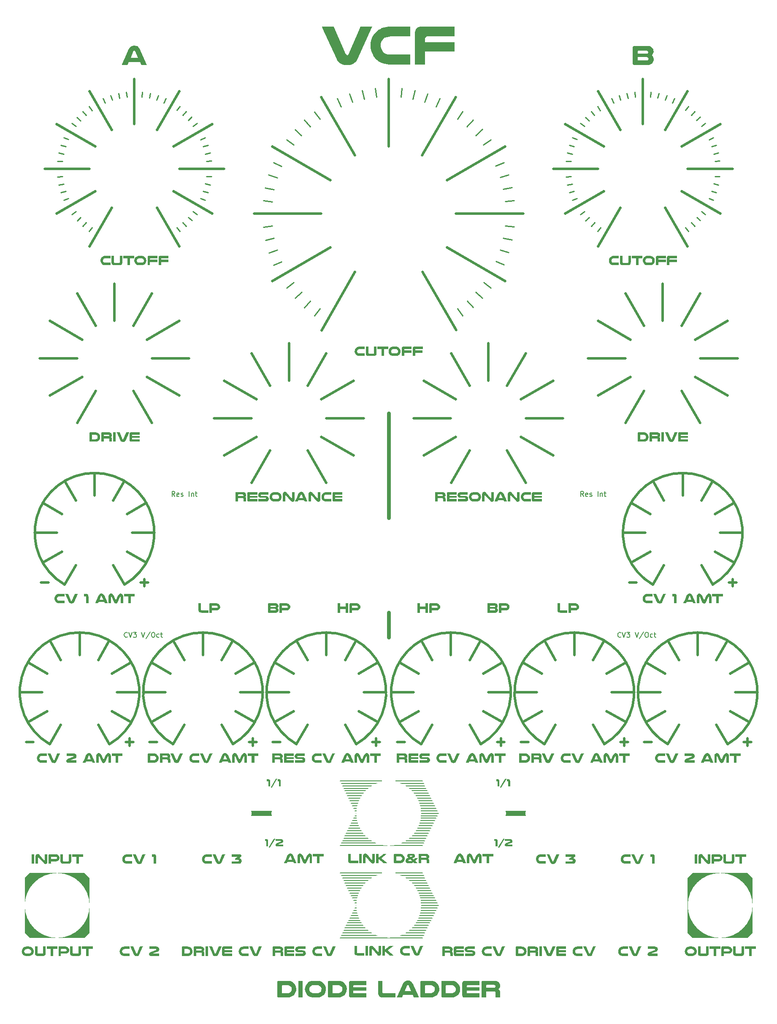
<source format=gto>
%TF.GenerationSoftware,KiCad,Pcbnew,9.0.0*%
%TF.CreationDate,2025-03-15T21:35:03+01:00*%
%TF.ProjectId,DMH_Dual_VCF_Diode_Ladder_Mk2_PANEL,444d485f-4475-4616-9c5f-5643465f4469,rev?*%
%TF.SameCoordinates,Original*%
%TF.FileFunction,Legend,Top*%
%TF.FilePolarity,Positive*%
%FSLAX46Y46*%
G04 Gerber Fmt 4.6, Leading zero omitted, Abs format (unit mm)*
G04 Created by KiCad (PCBNEW 9.0.0) date 2025-03-15 21:35:03*
%MOMM*%
%LPD*%
G01*
G04 APERTURE LIST*
%ADD10C,0.200000*%
%ADD11C,0.800000*%
%ADD12C,1.000000*%
%ADD13C,0.875000*%
%ADD14C,0.100000*%
%ADD15C,0.150000*%
%ADD16C,0.500000*%
%ADD17C,0.000000*%
%ADD18C,0.250000*%
%ADD19C,2.900000*%
%ADD20C,13.000000*%
%ADD21C,0.500000*%
%ADD22C,12.000000*%
%ADD23C,2.500000*%
%ADD24C,3.100000*%
%ADD25C,4.000000*%
%ADD26O,2.500000X1.500000*%
G04 APERTURE END LIST*
D10*
X90500000Y-196250000D02*
X107000000Y-196250000D01*
X90500000Y-214750000D02*
X107000000Y-214750000D01*
X93250000Y-190750000D02*
X109750000Y-190750000D01*
X93000000Y-209750000D02*
X109500000Y-209750000D01*
X92000000Y-193250000D02*
X108500000Y-193250000D01*
X92750000Y-191750000D02*
X109250000Y-191750000D01*
D11*
X100000000Y-131000000D02*
X100000000Y-110000000D01*
D10*
X90750000Y-203250000D02*
X107250000Y-203250000D01*
X91250000Y-204250000D02*
X107750000Y-204250000D01*
X92500000Y-206750000D02*
X109000000Y-206750000D01*
X93250000Y-208250000D02*
X109750000Y-208250000D01*
X90500000Y-202750000D02*
X107000000Y-202750000D01*
X93250000Y-209250000D02*
X109750000Y-209250000D01*
D12*
X127500000Y-190250000D02*
X123500000Y-190250000D01*
D10*
X91750000Y-186750000D02*
X108250000Y-186750000D01*
X91500000Y-212750000D02*
X108000000Y-212750000D01*
X90750000Y-195750000D02*
X107250000Y-195750000D01*
X90250000Y-215250000D02*
X106750000Y-215250000D01*
X93000000Y-207750000D02*
X109500000Y-207750000D01*
X93000000Y-191250000D02*
X109500000Y-191250000D01*
X91250000Y-185750000D02*
X107750000Y-185750000D01*
X92500000Y-188250000D02*
X109000000Y-188250000D01*
X92250000Y-187750000D02*
X108750000Y-187750000D01*
X92250000Y-211250000D02*
X108750000Y-211250000D01*
X92000000Y-205750000D02*
X108500000Y-205750000D01*
X90750000Y-214250000D02*
X107250000Y-214250000D01*
X92750000Y-210250000D02*
X109250000Y-210250000D01*
X91000000Y-203750000D02*
X107500000Y-203750000D01*
X91250000Y-213250000D02*
X107750000Y-213250000D01*
X91750000Y-193750000D02*
X108250000Y-193750000D01*
X90250000Y-196750000D02*
X106750000Y-196750000D01*
X91500000Y-204750000D02*
X108000000Y-204750000D01*
X91750000Y-205250000D02*
X108250000Y-205250000D01*
D11*
X100000000Y-155000000D02*
X100000000Y-150000000D01*
D10*
X93500000Y-208750000D02*
X110000000Y-208750000D01*
X91500000Y-186250000D02*
X108000000Y-186250000D01*
D12*
X76500000Y-190250000D02*
X72500000Y-190250000D01*
D10*
X91500000Y-194250000D02*
X108000000Y-194250000D01*
X92000000Y-187250000D02*
X108500000Y-187250000D01*
X93250000Y-189750000D02*
X109750000Y-189750000D01*
X91000000Y-185250000D02*
X107500000Y-185250000D01*
X92500000Y-210750000D02*
X109000000Y-210750000D01*
X93500000Y-190250000D02*
X110000000Y-190250000D01*
X92250000Y-206250000D02*
X108750000Y-206250000D01*
X106750000Y-183750000D02*
X90250000Y-183750000D01*
X91750000Y-212250000D02*
X108250000Y-212250000D01*
X92250000Y-192750000D02*
X108750000Y-192750000D01*
X91000000Y-195250000D02*
X107500000Y-195250000D01*
X90500000Y-184250000D02*
X107000000Y-184250000D01*
X106750000Y-202250000D02*
X90250000Y-202250000D01*
X92500000Y-192250000D02*
X109000000Y-192250000D01*
X92750000Y-188750000D02*
X109250000Y-188750000D01*
X92750000Y-207250000D02*
X109250000Y-207250000D01*
X91250000Y-194750000D02*
X107750000Y-194750000D01*
X93000000Y-189250000D02*
X109500000Y-189250000D01*
X90750000Y-184750000D02*
X107250000Y-184750000D01*
X91000000Y-213750000D02*
X107500000Y-213750000D01*
X92000000Y-211750000D02*
X108500000Y-211750000D01*
D13*
G36*
X152119059Y-36354939D02*
G01*
X152318662Y-36389331D01*
X152528026Y-36461244D01*
X152711374Y-36566570D01*
X152867969Y-36704452D01*
X152998962Y-36876924D01*
X153085394Y-37057125D01*
X153138625Y-37263017D01*
X153154222Y-37464535D01*
X153152648Y-37526034D01*
X153122750Y-37730635D01*
X153056036Y-37915408D01*
X152936602Y-38096789D01*
X152773203Y-38240251D01*
X152894010Y-38321599D01*
X153028914Y-38474495D01*
X153123777Y-38663575D01*
X153178476Y-38878532D01*
X153193301Y-39075561D01*
X153186016Y-39201347D01*
X153138393Y-39416030D01*
X153051069Y-39611963D01*
X152929519Y-39784842D01*
X152786793Y-39922804D01*
X152612616Y-40032777D01*
X152403307Y-40110897D01*
X152193147Y-40149573D01*
X151994557Y-40160000D01*
X149233636Y-40160000D01*
X149052715Y-40107876D01*
X148981577Y-39919665D01*
X148981577Y-39155673D01*
X149994696Y-39155673D01*
X150073831Y-39241646D01*
X151753245Y-39241646D01*
X151878014Y-39228910D01*
X152050244Y-39127341D01*
X152072326Y-39096801D01*
X152128402Y-38908499D01*
X152126875Y-38878753D01*
X152044382Y-38696496D01*
X151949317Y-38623185D01*
X151753245Y-38587076D01*
X149994696Y-38587076D01*
X149994696Y-39155673D01*
X148981577Y-39155673D01*
X148981577Y-37384424D01*
X149994696Y-37384424D01*
X149994696Y-37909057D01*
X151759107Y-37909057D01*
X151874632Y-37896368D01*
X152039498Y-37789867D01*
X152106909Y-37601311D01*
X152039498Y-37412756D01*
X151954994Y-37342106D01*
X151759107Y-37298450D01*
X150073831Y-37298450D01*
X149994696Y-37384424D01*
X148981577Y-37384424D01*
X148981577Y-36581353D01*
X149044592Y-36405010D01*
X149233636Y-36345903D01*
X151938870Y-36345903D01*
X152119059Y-36354939D01*
G37*
D14*
G36*
X121565318Y-183442213D02*
G01*
X121565318Y-183818469D01*
X121798325Y-183818469D01*
X121852715Y-183870452D01*
X121852914Y-183877821D01*
X121852914Y-184872500D01*
X122231002Y-184872500D01*
X122231002Y-183820301D01*
X122226786Y-183728111D01*
X122213416Y-183649633D01*
X122182184Y-183570152D01*
X122132846Y-183510558D01*
X122063290Y-183469996D01*
X121991667Y-183450674D01*
X121904669Y-183442547D01*
X121880391Y-183442213D01*
X121565318Y-183442213D01*
G37*
G36*
X122635468Y-185106973D02*
G01*
X122656717Y-185057147D01*
X123614393Y-183422063D01*
X123633078Y-183371871D01*
X123353908Y-183371871D01*
X123333025Y-183422063D01*
X122377181Y-185057147D01*
X122356298Y-185106973D01*
X122635468Y-185106973D01*
G37*
G36*
X123706351Y-183442213D02*
G01*
X123706351Y-183818469D01*
X123939358Y-183818469D01*
X123993748Y-183870452D01*
X123993947Y-183877821D01*
X123993947Y-184872500D01*
X124372034Y-184872500D01*
X124372034Y-183820301D01*
X124367818Y-183728111D01*
X124354449Y-183649633D01*
X124323217Y-183570152D01*
X124273879Y-183510558D01*
X124204323Y-183469996D01*
X124132700Y-183450674D01*
X124045702Y-183442547D01*
X124021424Y-183442213D01*
X123706351Y-183442213D01*
G37*
G36*
X75171843Y-195442213D02*
G01*
X75171843Y-195818469D01*
X75404850Y-195818469D01*
X75459240Y-195870452D01*
X75459439Y-195877821D01*
X75459439Y-196872500D01*
X75837527Y-196872500D01*
X75837527Y-195820301D01*
X75833311Y-195728111D01*
X75819941Y-195649633D01*
X75788709Y-195570152D01*
X75739371Y-195510558D01*
X75669815Y-195469996D01*
X75598192Y-195450674D01*
X75511194Y-195442547D01*
X75486916Y-195442213D01*
X75171843Y-195442213D01*
G37*
G36*
X76241993Y-197106973D02*
G01*
X76263242Y-197057147D01*
X77220918Y-195422063D01*
X77239603Y-195371871D01*
X76960433Y-195371871D01*
X76939550Y-195422063D01*
X75983706Y-197057147D01*
X75962823Y-197106973D01*
X76241993Y-197106973D01*
G37*
G36*
X77321302Y-195818469D02*
G01*
X78304257Y-195818469D01*
X78376065Y-195837108D01*
X78400611Y-195897238D01*
X78367288Y-195962551D01*
X78329536Y-195982601D01*
X77499721Y-196319656D01*
X77430708Y-196354520D01*
X77369251Y-196402803D01*
X77322878Y-196465164D01*
X77296941Y-196539993D01*
X77291993Y-196595528D01*
X77302182Y-196671697D01*
X77333627Y-196743056D01*
X77387649Y-196803865D01*
X77450863Y-196842342D01*
X77531433Y-196866188D01*
X77608898Y-196872500D01*
X78823029Y-196872500D01*
X78823029Y-196509433D01*
X77923971Y-196509433D01*
X77900890Y-196488183D01*
X77917743Y-196466568D01*
X78558148Y-196229897D01*
X78637616Y-196192130D01*
X78704415Y-196143783D01*
X78758216Y-196086456D01*
X78798692Y-196021752D01*
X78825517Y-195951273D01*
X78838364Y-195876618D01*
X78839515Y-195845947D01*
X78831850Y-195762226D01*
X78809239Y-195685336D01*
X78772263Y-195616612D01*
X78721500Y-195557389D01*
X78657532Y-195509003D01*
X78580937Y-195472788D01*
X78492294Y-195450079D01*
X78418256Y-195442715D01*
X78392185Y-195442213D01*
X77321302Y-195442213D01*
X77321302Y-195818469D01*
G37*
D11*
G36*
X89479972Y-38801891D02*
G01*
X89700411Y-39208240D01*
X89963613Y-39543203D01*
X90271412Y-39807810D01*
X90625642Y-40003088D01*
X91028136Y-40130067D01*
X91480728Y-40189774D01*
X91676203Y-40195052D01*
X92151839Y-40161965D01*
X92573271Y-40062018D01*
X92943541Y-39894183D01*
X93265690Y-39657431D01*
X93542759Y-39350734D01*
X93777789Y-38973062D01*
X93860711Y-38801891D01*
X96570830Y-32779839D01*
X96693928Y-32441807D01*
X94329658Y-32441807D01*
X94239776Y-32711451D01*
X92000558Y-37959741D01*
X91685973Y-38196168D01*
X91361619Y-37959741D01*
X89098953Y-32711451D01*
X89020795Y-32441807D01*
X86623307Y-32441807D01*
X86746406Y-32779839D01*
X89479972Y-38801891D01*
G37*
G36*
X104347522Y-38076978D02*
G01*
X100382972Y-38076978D01*
X99945459Y-38045361D01*
X99521950Y-37936626D01*
X99172676Y-37758351D01*
X98858897Y-37484933D01*
X98621125Y-37155530D01*
X98461563Y-36774034D01*
X98392019Y-36354757D01*
X98389951Y-36267627D01*
X98438710Y-35846507D01*
X98577857Y-35456947D01*
X98796699Y-35113813D01*
X98948778Y-34948715D01*
X99288264Y-34696766D01*
X99667288Y-34538911D01*
X100080819Y-34462369D01*
X100382972Y-34448506D01*
X104347522Y-34448506D01*
X104347522Y-32441807D01*
X100382972Y-32441807D01*
X99939607Y-32459385D01*
X99524795Y-32510989D01*
X99137597Y-32594924D01*
X98691003Y-32742729D01*
X98284257Y-32935094D01*
X97915525Y-33168712D01*
X97582972Y-33440272D01*
X97252458Y-33787663D01*
X96967256Y-34176351D01*
X96731750Y-34601551D01*
X96582070Y-34964782D01*
X96469245Y-35345869D01*
X96395517Y-35742360D01*
X96363132Y-36151805D01*
X96361758Y-36255903D01*
X96388299Y-36722989D01*
X96465895Y-37171354D01*
X96591505Y-37597733D01*
X96762087Y-37998862D01*
X96974601Y-38371476D01*
X97226006Y-38712311D01*
X97336776Y-38839016D01*
X97684322Y-39174083D01*
X98077530Y-39462193D01*
X98425844Y-39656165D01*
X98804876Y-39815448D01*
X99215289Y-39937980D01*
X99657747Y-40021700D01*
X100132915Y-40064547D01*
X100382972Y-40070000D01*
X104347522Y-40070000D01*
X104347522Y-38076978D01*
G37*
G36*
X106655129Y-32441807D02*
G01*
X106262183Y-32474879D01*
X105877860Y-32602785D01*
X105550218Y-32875695D01*
X105353183Y-33284261D01*
X105288714Y-33744385D01*
X105287369Y-33831060D01*
X105287369Y-40070000D01*
X107315561Y-40070000D01*
X107315561Y-37451716D01*
X113218422Y-37451716D01*
X113218422Y-35568115D01*
X107315561Y-35568115D01*
X107315561Y-34774815D01*
X107554171Y-34453551D01*
X107628192Y-34448506D01*
X113251639Y-34448506D01*
X113251639Y-32441807D01*
X106655129Y-32441807D01*
G37*
D14*
G36*
X75565318Y-183442213D02*
G01*
X75565318Y-183818469D01*
X75798325Y-183818469D01*
X75852715Y-183870452D01*
X75852914Y-183877821D01*
X75852914Y-184872500D01*
X76231002Y-184872500D01*
X76231002Y-183820301D01*
X76226786Y-183728111D01*
X76213416Y-183649633D01*
X76182184Y-183570152D01*
X76132846Y-183510558D01*
X76063290Y-183469996D01*
X75991667Y-183450674D01*
X75904669Y-183442547D01*
X75880391Y-183442213D01*
X75565318Y-183442213D01*
G37*
G36*
X76635468Y-185106973D02*
G01*
X76656717Y-185057147D01*
X77614393Y-183422063D01*
X77633078Y-183371871D01*
X77353908Y-183371871D01*
X77333025Y-183422063D01*
X76377181Y-185057147D01*
X76356298Y-185106973D01*
X76635468Y-185106973D01*
G37*
G36*
X77706351Y-183442213D02*
G01*
X77706351Y-183818469D01*
X77939358Y-183818469D01*
X77993748Y-183870452D01*
X77993947Y-183877821D01*
X77993947Y-184872500D01*
X78372034Y-184872500D01*
X78372034Y-183820301D01*
X78367818Y-183728111D01*
X78354449Y-183649633D01*
X78323217Y-183570152D01*
X78273879Y-183510558D01*
X78204323Y-183469996D01*
X78132700Y-183450674D01*
X78045702Y-183442547D01*
X78021424Y-183442213D01*
X77706351Y-183442213D01*
G37*
D13*
G36*
X49088889Y-36286070D02*
G01*
X49313150Y-36316428D01*
X49513034Y-36380698D01*
X49689321Y-36479083D01*
X49842796Y-36611783D01*
X49974241Y-36779000D01*
X50084438Y-36980935D01*
X51451221Y-39988053D01*
X51512770Y-40160000D01*
X50369713Y-40160000D01*
X50325750Y-40028108D01*
X50123517Y-39557208D01*
X47883321Y-39557208D01*
X47687927Y-40022247D01*
X47647871Y-40160000D01*
X46477459Y-40160000D01*
X46539009Y-39988053D01*
X47109972Y-38721898D01*
X48253593Y-38721898D01*
X49754221Y-38721898D01*
X49171947Y-37371723D01*
X49165164Y-37356722D01*
X48998046Y-37254487D01*
X48991743Y-37254571D01*
X48830007Y-37371723D01*
X48253593Y-38721898D01*
X47109972Y-38721898D01*
X47895045Y-36980935D01*
X47936497Y-36895982D01*
X48053963Y-36707958D01*
X48192556Y-36554572D01*
X48353975Y-36435623D01*
X48539919Y-36350908D01*
X48752089Y-36300226D01*
X48992184Y-36283377D01*
X49088889Y-36286070D01*
G37*
D14*
G36*
X121171843Y-195442213D02*
G01*
X121171843Y-195818469D01*
X121404850Y-195818469D01*
X121459240Y-195870452D01*
X121459439Y-195877821D01*
X121459439Y-196872500D01*
X121837527Y-196872500D01*
X121837527Y-195820301D01*
X121833311Y-195728111D01*
X121819941Y-195649633D01*
X121788709Y-195570152D01*
X121739371Y-195510558D01*
X121669815Y-195469996D01*
X121598192Y-195450674D01*
X121511194Y-195442547D01*
X121486916Y-195442213D01*
X121171843Y-195442213D01*
G37*
G36*
X122241993Y-197106973D02*
G01*
X122263242Y-197057147D01*
X123220918Y-195422063D01*
X123239603Y-195371871D01*
X122960433Y-195371871D01*
X122939550Y-195422063D01*
X121983706Y-197057147D01*
X121962823Y-197106973D01*
X122241993Y-197106973D01*
G37*
G36*
X123321302Y-195818469D02*
G01*
X124304257Y-195818469D01*
X124376065Y-195837108D01*
X124400611Y-195897238D01*
X124367288Y-195962551D01*
X124329536Y-195982601D01*
X123499721Y-196319656D01*
X123430708Y-196354520D01*
X123369251Y-196402803D01*
X123322878Y-196465164D01*
X123296941Y-196539993D01*
X123291993Y-196595528D01*
X123302182Y-196671697D01*
X123333627Y-196743056D01*
X123387649Y-196803865D01*
X123450863Y-196842342D01*
X123531433Y-196866188D01*
X123608898Y-196872500D01*
X124823029Y-196872500D01*
X124823029Y-196509433D01*
X123923971Y-196509433D01*
X123900890Y-196488183D01*
X123917743Y-196466568D01*
X124558148Y-196229897D01*
X124637616Y-196192130D01*
X124704415Y-196143783D01*
X124758216Y-196086456D01*
X124798692Y-196021752D01*
X124825517Y-195951273D01*
X124838364Y-195876618D01*
X124839515Y-195845947D01*
X124831850Y-195762226D01*
X124809239Y-195685336D01*
X124772263Y-195616612D01*
X124721500Y-195557389D01*
X124657532Y-195509003D01*
X124580937Y-195472788D01*
X124492294Y-195450079D01*
X124418256Y-195442715D01*
X124392185Y-195442213D01*
X123321302Y-195442213D01*
X123321302Y-195818469D01*
G37*
D13*
G36*
X79895560Y-223872857D02*
G01*
X80077041Y-223895433D01*
X80246439Y-223932155D01*
X80441824Y-223996820D01*
X80619776Y-224080980D01*
X80781096Y-224183187D01*
X80926588Y-224301995D01*
X80957002Y-224330845D01*
X81097790Y-224486610D01*
X81218371Y-224660023D01*
X81316827Y-224848992D01*
X81378373Y-225009959D01*
X81423549Y-225178470D01*
X81451375Y-225353452D01*
X81460869Y-225533833D01*
X81458980Y-225616465D01*
X81438188Y-225817710D01*
X81395548Y-226010194D01*
X81332450Y-226192487D01*
X81250283Y-226363162D01*
X81150436Y-226520791D01*
X81034299Y-226663945D01*
X80945215Y-226754267D01*
X80780983Y-226888744D01*
X80635086Y-226980857D01*
X80475975Y-227058245D01*
X80303360Y-227120004D01*
X80116951Y-227165234D01*
X79916457Y-227193034D01*
X79701588Y-227202501D01*
X77912387Y-227202501D01*
X77758441Y-227156892D01*
X77696965Y-226992207D01*
X77696965Y-224812340D01*
X78584299Y-224812340D01*
X78584299Y-226261311D01*
X78647558Y-226330554D01*
X79701588Y-226330554D01*
X79892991Y-226316721D01*
X80078197Y-226269150D01*
X80230775Y-226191154D01*
X80367516Y-226071534D01*
X80390820Y-226044835D01*
X80488676Y-225895662D01*
X80551407Y-225724951D01*
X80573535Y-225538962D01*
X80566841Y-225435289D01*
X80522893Y-225257917D01*
X80441823Y-225097965D01*
X80328193Y-224961939D01*
X80212374Y-224871124D01*
X80054269Y-224795274D01*
X79882006Y-224754879D01*
X79701588Y-224743097D01*
X78647558Y-224743097D01*
X78584299Y-224812340D01*
X77696965Y-224812340D01*
X77696965Y-224071185D01*
X77744897Y-223923536D01*
X77912387Y-223865166D01*
X79701588Y-223865166D01*
X79895560Y-223872857D01*
G37*
G36*
X81890859Y-223865166D02*
G01*
X81890859Y-227202501D01*
X82782467Y-227202501D01*
X82782467Y-223865166D01*
X81890859Y-223865166D01*
G37*
G36*
X85853010Y-223872857D02*
G01*
X86034490Y-223895433D01*
X86203889Y-223932155D01*
X86399274Y-223996820D01*
X86577225Y-224080980D01*
X86738546Y-224183187D01*
X86884037Y-224301995D01*
X86914451Y-224330845D01*
X87055240Y-224486610D01*
X87175821Y-224660023D01*
X87274276Y-224848992D01*
X87335822Y-225009959D01*
X87380999Y-225178470D01*
X87408825Y-225353452D01*
X87418318Y-225533833D01*
X87416439Y-225616465D01*
X87395733Y-225817710D01*
X87353223Y-226010194D01*
X87290239Y-226192487D01*
X87208111Y-226363162D01*
X87108171Y-226520791D01*
X86991748Y-226663945D01*
X86902883Y-226754267D01*
X86738913Y-226888744D01*
X86593136Y-226980857D01*
X86434066Y-227058245D01*
X86261411Y-227120004D01*
X86074882Y-227165234D01*
X85874187Y-227193034D01*
X85659037Y-227202501D01*
X84963189Y-227202501D01*
X84853789Y-227200115D01*
X84645903Y-227181369D01*
X84452328Y-227144742D01*
X84272772Y-227091134D01*
X84106946Y-227021448D01*
X83954558Y-226936585D01*
X83782530Y-226810537D01*
X83630478Y-226663945D01*
X83582016Y-226608512D01*
X83472027Y-226459397D01*
X83379052Y-226296378D01*
X83304422Y-226120884D01*
X83249468Y-225934343D01*
X83215520Y-225738183D01*
X83204199Y-225538962D01*
X84091242Y-225538962D01*
X84092147Y-225577082D01*
X84122573Y-225760516D01*
X84192381Y-225927420D01*
X84296406Y-226071534D01*
X84433685Y-226191154D01*
X84586492Y-226269150D01*
X84771777Y-226316721D01*
X84963189Y-226330554D01*
X85659037Y-226330554D01*
X85850449Y-226316721D01*
X86035734Y-226269150D01*
X86188542Y-226191154D01*
X86325820Y-226071534D01*
X86349115Y-226044835D01*
X86446710Y-225895662D01*
X86509055Y-225724951D01*
X86530984Y-225538962D01*
X86524346Y-225435289D01*
X86480690Y-225257917D01*
X86399962Y-225097965D01*
X86286497Y-224961939D01*
X86170665Y-224871124D01*
X86012445Y-224795274D01*
X85839903Y-224754879D01*
X85659037Y-224743097D01*
X84963189Y-224743097D01*
X84830997Y-224749162D01*
X84650078Y-224782649D01*
X84484254Y-224851711D01*
X84335729Y-224961939D01*
X84269195Y-225034169D01*
X84173451Y-225184290D01*
X84112574Y-225354723D01*
X84091242Y-225538962D01*
X83204199Y-225538962D01*
X83203908Y-225533833D01*
X83204509Y-225488290D01*
X83218678Y-225309158D01*
X83250934Y-225135693D01*
X83300295Y-224968968D01*
X83365779Y-224810054D01*
X83468813Y-224624029D01*
X83593589Y-224453978D01*
X83738189Y-224301995D01*
X83883681Y-224183187D01*
X84045001Y-224080980D01*
X84222953Y-223996820D01*
X84418338Y-223932155D01*
X84587737Y-223895433D01*
X84769217Y-223872857D01*
X84963189Y-223865166D01*
X85659037Y-223865166D01*
X85853010Y-223872857D01*
G37*
G36*
X90040920Y-223872857D02*
G01*
X90222400Y-223895433D01*
X90391799Y-223932155D01*
X90587184Y-223996820D01*
X90765135Y-224080980D01*
X90926456Y-224183187D01*
X91071947Y-224301995D01*
X91102361Y-224330845D01*
X91243150Y-224486610D01*
X91363730Y-224660023D01*
X91462186Y-224848992D01*
X91523732Y-225009959D01*
X91568909Y-225178470D01*
X91596735Y-225353452D01*
X91606228Y-225533833D01*
X91604340Y-225616465D01*
X91583547Y-225817710D01*
X91540907Y-226010194D01*
X91477809Y-226192487D01*
X91395642Y-226363162D01*
X91295796Y-226520791D01*
X91179658Y-226663945D01*
X91090575Y-226754267D01*
X90926342Y-226888744D01*
X90780445Y-226980857D01*
X90621334Y-227058245D01*
X90448720Y-227120004D01*
X90262311Y-227165234D01*
X90061817Y-227193034D01*
X89846947Y-227202501D01*
X88057746Y-227202501D01*
X87903800Y-227156892D01*
X87842324Y-226992207D01*
X87842324Y-224812340D01*
X88729658Y-224812340D01*
X88729658Y-226261311D01*
X88792917Y-226330554D01*
X89846947Y-226330554D01*
X90038350Y-226316721D01*
X90223556Y-226269150D01*
X90376134Y-226191154D01*
X90512875Y-226071534D01*
X90536179Y-226044835D01*
X90634035Y-225895662D01*
X90696766Y-225724951D01*
X90718894Y-225538962D01*
X90712200Y-225435289D01*
X90668253Y-225257917D01*
X90587182Y-225097965D01*
X90473552Y-224961939D01*
X90357733Y-224871124D01*
X90199629Y-224795274D01*
X90027365Y-224754879D01*
X89846947Y-224743097D01*
X88792917Y-224743097D01*
X88729658Y-224812340D01*
X87842324Y-224812340D01*
X87842324Y-224071185D01*
X87890257Y-223923536D01*
X88057746Y-223865166D01*
X89846947Y-223865166D01*
X90040920Y-223872857D01*
G37*
G36*
X92496982Y-223865166D02*
G01*
X92313563Y-223886327D01*
X92159008Y-223962616D01*
X92055439Y-224115450D01*
X92025960Y-224311398D01*
X92025960Y-226742591D01*
X92048477Y-226922593D01*
X92129027Y-227073494D01*
X92288866Y-227174037D01*
X92463365Y-227202057D01*
X92491853Y-227202501D01*
X95510328Y-227202501D01*
X95510328Y-226355344D01*
X92991940Y-226355344D01*
X92913294Y-226261311D01*
X92913294Y-225834741D01*
X95495796Y-225834741D01*
X95495796Y-225197877D01*
X92913294Y-225197877D01*
X92913294Y-224825163D01*
X92991940Y-224743097D01*
X95510328Y-224743097D01*
X95510328Y-223865166D01*
X92496982Y-223865166D01*
G37*
G36*
X101363486Y-227202501D02*
G01*
X101363486Y-226355344D01*
X99064794Y-226355344D01*
X98894694Y-226330686D01*
X98784337Y-226190171D01*
X98770726Y-226038195D01*
X98770726Y-223865166D01*
X97879117Y-223865166D01*
X97879117Y-226122825D01*
X97886338Y-226316367D01*
X97908932Y-226490698D01*
X97965390Y-226693322D01*
X98054982Y-226861949D01*
X98181024Y-226996672D01*
X98346831Y-227097580D01*
X98555719Y-227164763D01*
X98742653Y-227193072D01*
X98957083Y-227202501D01*
X101363486Y-227202501D01*
G37*
G36*
X103929733Y-223812812D02*
G01*
X104125961Y-223839375D01*
X104300859Y-223895612D01*
X104455111Y-223981699D01*
X104589401Y-224097811D01*
X104704415Y-224244126D01*
X104800838Y-224420819D01*
X105996773Y-227052047D01*
X106050628Y-227202501D01*
X105050454Y-227202501D01*
X105011986Y-227087096D01*
X104835032Y-226675058D01*
X102874861Y-226675058D01*
X102703891Y-227081967D01*
X102668842Y-227202501D01*
X101644732Y-227202501D01*
X101698587Y-227052047D01*
X102198180Y-225944161D01*
X103198849Y-225944161D01*
X104511898Y-225944161D01*
X104002408Y-224762759D01*
X103996473Y-224749632D01*
X103850244Y-224660177D01*
X103844730Y-224660250D01*
X103703210Y-224762759D01*
X103198849Y-225944161D01*
X102198180Y-225944161D01*
X102885119Y-224420819D01*
X102921389Y-224346485D01*
X103024172Y-224181965D01*
X103145441Y-224047752D01*
X103286682Y-223943671D01*
X103449384Y-223869545D01*
X103635033Y-223825199D01*
X103845115Y-223810456D01*
X103929733Y-223812812D01*
G37*
G36*
X108594583Y-223872857D02*
G01*
X108776064Y-223895433D01*
X108945462Y-223932155D01*
X109140847Y-223996820D01*
X109318799Y-224080980D01*
X109480119Y-224183187D01*
X109625611Y-224301995D01*
X109656025Y-224330845D01*
X109796813Y-224486610D01*
X109917394Y-224660023D01*
X110015850Y-224848992D01*
X110077396Y-225009959D01*
X110122572Y-225178470D01*
X110150399Y-225353452D01*
X110159892Y-225533833D01*
X110158003Y-225616465D01*
X110137211Y-225817710D01*
X110094571Y-226010194D01*
X110031473Y-226192487D01*
X109949306Y-226363162D01*
X109849459Y-226520791D01*
X109733322Y-226663945D01*
X109644238Y-226754267D01*
X109480006Y-226888744D01*
X109334109Y-226980857D01*
X109174998Y-227058245D01*
X109002383Y-227120004D01*
X108815974Y-227165234D01*
X108615480Y-227193034D01*
X108400611Y-227202501D01*
X106611410Y-227202501D01*
X106457464Y-227156892D01*
X106395988Y-226992207D01*
X106395988Y-224812340D01*
X107283322Y-224812340D01*
X107283322Y-226261311D01*
X107346581Y-226330554D01*
X108400611Y-226330554D01*
X108592014Y-226316721D01*
X108777220Y-226269150D01*
X108929798Y-226191154D01*
X109066539Y-226071534D01*
X109089843Y-226044835D01*
X109187699Y-225895662D01*
X109250430Y-225724951D01*
X109272558Y-225538962D01*
X109265864Y-225435289D01*
X109221916Y-225257917D01*
X109140846Y-225097965D01*
X109027216Y-224961939D01*
X108911397Y-224871124D01*
X108753292Y-224795274D01*
X108581029Y-224754879D01*
X108400611Y-224743097D01*
X107346581Y-224743097D01*
X107283322Y-224812340D01*
X106395988Y-224812340D01*
X106395988Y-224071185D01*
X106443920Y-223923536D01*
X106611410Y-223865166D01*
X108400611Y-223865166D01*
X108594583Y-223872857D01*
G37*
G36*
X112783348Y-223872857D02*
G01*
X112964828Y-223895433D01*
X113134227Y-223932155D01*
X113329612Y-223996820D01*
X113507564Y-224080980D01*
X113668884Y-224183187D01*
X113814376Y-224301995D01*
X113844790Y-224330845D01*
X113985578Y-224486610D01*
X114106159Y-224660023D01*
X114204615Y-224848992D01*
X114266160Y-225009959D01*
X114311337Y-225178470D01*
X114339163Y-225353452D01*
X114348657Y-225533833D01*
X114346768Y-225616465D01*
X114325976Y-225817710D01*
X114283336Y-226010194D01*
X114220238Y-226192487D01*
X114138071Y-226363162D01*
X114038224Y-226520791D01*
X113922087Y-226663945D01*
X113833003Y-226754267D01*
X113668771Y-226888744D01*
X113522873Y-226980857D01*
X113363763Y-227058245D01*
X113191148Y-227120004D01*
X113004739Y-227165234D01*
X112804245Y-227193034D01*
X112589376Y-227202501D01*
X110800175Y-227202501D01*
X110646229Y-227156892D01*
X110584752Y-226992207D01*
X110584752Y-224812340D01*
X111472087Y-224812340D01*
X111472087Y-226261311D01*
X111535346Y-226330554D01*
X112589376Y-226330554D01*
X112780779Y-226316721D01*
X112965985Y-226269150D01*
X113118563Y-226191154D01*
X113255304Y-226071534D01*
X113278608Y-226044835D01*
X113376464Y-225895662D01*
X113439195Y-225724951D01*
X113461323Y-225538962D01*
X113454628Y-225435289D01*
X113410681Y-225257917D01*
X113329610Y-225097965D01*
X113215981Y-224961939D01*
X113100162Y-224871124D01*
X112942057Y-224795274D01*
X112769794Y-224754879D01*
X112589376Y-224743097D01*
X111535346Y-224743097D01*
X111472087Y-224812340D01*
X110584752Y-224812340D01*
X110584752Y-224071185D01*
X110632685Y-223923536D01*
X110800175Y-223865166D01*
X112589376Y-223865166D01*
X112783348Y-223872857D01*
G37*
G36*
X115239411Y-223865166D02*
G01*
X115055992Y-223886327D01*
X114901436Y-223962616D01*
X114797867Y-224115450D01*
X114768388Y-224311398D01*
X114768388Y-226742591D01*
X114790906Y-226922593D01*
X114871456Y-227073494D01*
X115031295Y-227174037D01*
X115205794Y-227202057D01*
X115234281Y-227202501D01*
X118252757Y-227202501D01*
X118252757Y-226355344D01*
X115734369Y-226355344D01*
X115655722Y-226261311D01*
X115655722Y-225834741D01*
X118238224Y-225834741D01*
X118238224Y-225197877D01*
X115655722Y-225197877D01*
X115655722Y-224825163D01*
X115734369Y-224743097D01*
X118252757Y-224743097D01*
X118252757Y-223865166D01*
X115239411Y-223865166D01*
G37*
G36*
X121421201Y-223873970D02*
G01*
X121610979Y-223906547D01*
X121799791Y-223972124D01*
X121957540Y-224064071D01*
X122088468Y-224178896D01*
X122198397Y-224318063D01*
X122281878Y-224475422D01*
X122334906Y-224647367D01*
X122353472Y-224830292D01*
X122353239Y-224854931D01*
X122333078Y-225047609D01*
X122275220Y-225228256D01*
X122172373Y-225391020D01*
X122039742Y-225514172D01*
X122098569Y-225552721D01*
X122224823Y-225672867D01*
X122308322Y-225830298D01*
X122348075Y-226010607D01*
X122358601Y-226204891D01*
X122358601Y-226881932D01*
X122360494Y-227022206D01*
X122373133Y-227202501D01*
X121476396Y-227202501D01*
X121470505Y-227153580D01*
X121461863Y-226977675D01*
X121461863Y-226300634D01*
X121423043Y-226122123D01*
X121281877Y-226020166D01*
X121098552Y-225998872D01*
X119555548Y-225998872D01*
X119555548Y-227202501D01*
X118668214Y-227202501D01*
X118668214Y-224767033D01*
X119555548Y-224767033D01*
X119555548Y-225244894D01*
X121123343Y-225244894D01*
X121224558Y-225232654D01*
X121372959Y-225137183D01*
X121376603Y-225132587D01*
X121437073Y-224967068D01*
X121435912Y-224941461D01*
X121363556Y-224781565D01*
X121295891Y-224730039D01*
X121123343Y-224693516D01*
X119629065Y-224693516D01*
X119555548Y-224767033D01*
X118668214Y-224767033D01*
X118668214Y-224071185D01*
X118723352Y-223916885D01*
X118888765Y-223865166D01*
X121241312Y-223865166D01*
X121421201Y-223873970D01*
G37*
D15*
G36*
X121399972Y-148145495D02*
G01*
X121538958Y-148178131D01*
X121656118Y-148235582D01*
X121707528Y-148273675D01*
X121753926Y-148317857D01*
X121770896Y-148336825D01*
X121839164Y-148439789D01*
X121881774Y-148559036D01*
X121892868Y-148624872D01*
X121896685Y-148695334D01*
X121887418Y-148796407D01*
X121850863Y-148909996D01*
X121789688Y-149004383D01*
X121706298Y-149077575D01*
X121749799Y-149104736D01*
X121788255Y-149137906D01*
X121825236Y-149181233D01*
X121855926Y-149230297D01*
X121881892Y-149288356D01*
X121900593Y-149350821D01*
X121912317Y-149419044D01*
X121916225Y-149489490D01*
X121903048Y-149607606D01*
X121884378Y-149671427D01*
X121858356Y-149731798D01*
X121824742Y-149789463D01*
X121784700Y-149842421D01*
X121715436Y-149909630D01*
X121610688Y-149973727D01*
X121549013Y-149997414D01*
X121480628Y-150014957D01*
X121402850Y-150026165D01*
X121317097Y-150030000D01*
X119936759Y-150030000D01*
X119927804Y-150029846D01*
X119864796Y-150015919D01*
X119842690Y-150000735D01*
X119826361Y-149979969D01*
X119814637Y-149948709D01*
X119810729Y-149909710D01*
X119810729Y-149528813D01*
X120317533Y-149528813D01*
X120322901Y-149555135D01*
X120335556Y-149566908D01*
X120356734Y-149570823D01*
X121196685Y-149570823D01*
X121203831Y-149570755D01*
X121250043Y-149566413D01*
X121287628Y-149555880D01*
X121320285Y-149538059D01*
X121345063Y-149514769D01*
X121369220Y-149476510D01*
X121384264Y-149408279D01*
X121378829Y-149369557D01*
X121364234Y-149334875D01*
X121342254Y-149304476D01*
X121340634Y-149302729D01*
X121288312Y-149266080D01*
X121248301Y-149255041D01*
X121196685Y-149251231D01*
X120317533Y-149251231D01*
X120317533Y-149528813D01*
X119810729Y-149528813D01*
X119810729Y-148656378D01*
X120317533Y-148656378D01*
X120317533Y-148912344D01*
X121199494Y-148912344D01*
X121205440Y-148912290D01*
X121248090Y-148908091D01*
X121283128Y-148897622D01*
X121314797Y-148878994D01*
X121339445Y-148853970D01*
X121359271Y-148821503D01*
X121373029Y-148762135D01*
X121370250Y-148735718D01*
X121358392Y-148700862D01*
X121339445Y-148670300D01*
X121335415Y-148665666D01*
X121283049Y-148628996D01*
X121245596Y-148618364D01*
X121199494Y-148614612D01*
X120356734Y-148614612D01*
X120335047Y-148618763D01*
X120321676Y-148632675D01*
X120317533Y-148656378D01*
X119810729Y-148656378D01*
X119810729Y-148256186D01*
X119810775Y-148251750D01*
X119824115Y-148192023D01*
X119839847Y-148170302D01*
X119861615Y-148154214D01*
X119894999Y-148142491D01*
X119936759Y-148138583D01*
X121289131Y-148138583D01*
X121399972Y-148145495D01*
G37*
G36*
X123651944Y-148149453D02*
G01*
X123733609Y-148164902D01*
X123807981Y-148186626D01*
X123877460Y-148215156D01*
X123940390Y-148249570D01*
X124002153Y-148293281D01*
X124057624Y-148343014D01*
X124132456Y-148431132D01*
X124206874Y-148561146D01*
X124252352Y-148701712D01*
X124267551Y-148846032D01*
X124266499Y-148883887D01*
X124258255Y-148958421D01*
X124242161Y-149031076D01*
X124218005Y-149102888D01*
X124186500Y-149171620D01*
X124147759Y-149237193D01*
X124102443Y-149298492D01*
X124063839Y-149341013D01*
X123955287Y-149430127D01*
X123893882Y-149465895D01*
X123826528Y-149496097D01*
X123753034Y-149520306D01*
X123673040Y-149538165D01*
X123584750Y-149549399D01*
X123489149Y-149553237D01*
X122618423Y-149553237D01*
X122618423Y-150030000D01*
X122111619Y-150030000D01*
X122111619Y-148678848D01*
X122618423Y-148678848D01*
X122618423Y-149088443D01*
X123500384Y-149088443D01*
X123570009Y-149083348D01*
X123615966Y-149072341D01*
X123654525Y-149055599D01*
X123690057Y-149030522D01*
X123718737Y-148999295D01*
X123748858Y-148946432D01*
X123759765Y-148907970D01*
X123763556Y-148865572D01*
X123754313Y-148797764D01*
X123738699Y-148758598D01*
X123715928Y-148723422D01*
X123683918Y-148692248D01*
X123650525Y-148670819D01*
X123610276Y-148654504D01*
X123560057Y-148643672D01*
X123500384Y-148639891D01*
X122654815Y-148639891D01*
X122632824Y-148645245D01*
X122622177Y-148657832D01*
X122618423Y-148678848D01*
X122111619Y-148678848D01*
X122111619Y-148256186D01*
X122124747Y-148192338D01*
X122140306Y-148170423D01*
X122161784Y-148154214D01*
X122194353Y-148142491D01*
X122234840Y-148138583D01*
X123489149Y-148138583D01*
X123651944Y-148149453D01*
G37*
G36*
X148556647Y-199881622D02*
G01*
X147565509Y-199881622D01*
X147487442Y-199877793D01*
X147417183Y-199866621D01*
X147356080Y-199849210D01*
X147301553Y-199825764D01*
X147210675Y-199762471D01*
X147184735Y-199736297D01*
X147147960Y-199691015D01*
X147117320Y-199640905D01*
X147093511Y-199586916D01*
X147076980Y-199529528D01*
X147067132Y-199437100D01*
X147082158Y-199322380D01*
X147126659Y-199214483D01*
X147159295Y-199165570D01*
X147197987Y-199121628D01*
X147207083Y-199112868D01*
X147255291Y-199073763D01*
X147310247Y-199041226D01*
X147365020Y-199018752D01*
X147427131Y-199002381D01*
X147565509Y-198989891D01*
X148556647Y-198989891D01*
X148556647Y-198488583D01*
X147565509Y-198488583D01*
X147461630Y-198492432D01*
X147363994Y-198503747D01*
X147273289Y-198521962D01*
X147188338Y-198546811D01*
X147108671Y-198578084D01*
X147034431Y-198615355D01*
X146898900Y-198708664D01*
X146865509Y-198737833D01*
X146749971Y-198866029D01*
X146701249Y-198937571D01*
X146659062Y-199013541D01*
X146624176Y-199092581D01*
X146596468Y-199175118D01*
X146576646Y-199259061D01*
X146564475Y-199345581D01*
X146560328Y-199434413D01*
X146575508Y-199606905D01*
X146620368Y-199771260D01*
X146693546Y-199923674D01*
X146792873Y-200059677D01*
X146803960Y-200072009D01*
X146864737Y-200132846D01*
X146931256Y-200187887D01*
X147000778Y-200235027D01*
X147075822Y-200276135D01*
X147154601Y-200310170D01*
X147238847Y-200337823D01*
X147327936Y-200358653D01*
X147422593Y-200372602D01*
X147565509Y-200380000D01*
X148556647Y-200380000D01*
X148556647Y-199881622D01*
G37*
G36*
X149421877Y-200072254D02*
G01*
X149458323Y-200143246D01*
X149499689Y-200205918D01*
X149542810Y-200256923D01*
X149590450Y-200300835D01*
X149640861Y-200336575D01*
X149695701Y-200365819D01*
X149819764Y-200405194D01*
X149970691Y-200419078D01*
X150054323Y-200415156D01*
X150131359Y-200403334D01*
X150196958Y-200385292D01*
X150257332Y-200360352D01*
X150310602Y-200329831D01*
X150359412Y-200292821D01*
X150444671Y-200198673D01*
X150516574Y-200072254D01*
X151194225Y-198572602D01*
X151225000Y-198488583D01*
X150634176Y-198488583D01*
X150611828Y-198555750D01*
X150051779Y-199862327D01*
X150034471Y-199892458D01*
X150014296Y-199910856D01*
X149973377Y-199921067D01*
X149946165Y-199916974D01*
X149921729Y-199903950D01*
X149892289Y-199862327D01*
X149326622Y-198555750D01*
X149307083Y-198488583D01*
X148707833Y-198488583D01*
X148738608Y-198572602D01*
X149421877Y-200072254D01*
G37*
G36*
X152488468Y-198488583D02*
G01*
X152488468Y-198989891D01*
X152799267Y-198989891D01*
X152829418Y-198993832D01*
X152851269Y-199005788D01*
X152870245Y-199043750D01*
X152872174Y-199068171D01*
X152872174Y-200380000D01*
X153376169Y-200380000D01*
X153376169Y-198992578D01*
X153372112Y-198886663D01*
X153359346Y-198794096D01*
X153342073Y-198728849D01*
X153318070Y-198671875D01*
X153291044Y-198628482D01*
X153258137Y-198591202D01*
X153177997Y-198536617D01*
X153069548Y-198502156D01*
X152908566Y-198488583D01*
X152488468Y-198488583D01*
G37*
X139119047Y-126704819D02*
X138785714Y-126228628D01*
X138547619Y-126704819D02*
X138547619Y-125704819D01*
X138547619Y-125704819D02*
X138928571Y-125704819D01*
X138928571Y-125704819D02*
X139023809Y-125752438D01*
X139023809Y-125752438D02*
X139071428Y-125800057D01*
X139071428Y-125800057D02*
X139119047Y-125895295D01*
X139119047Y-125895295D02*
X139119047Y-126038152D01*
X139119047Y-126038152D02*
X139071428Y-126133390D01*
X139071428Y-126133390D02*
X139023809Y-126181009D01*
X139023809Y-126181009D02*
X138928571Y-126228628D01*
X138928571Y-126228628D02*
X138547619Y-126228628D01*
X139928571Y-126657200D02*
X139833333Y-126704819D01*
X139833333Y-126704819D02*
X139642857Y-126704819D01*
X139642857Y-126704819D02*
X139547619Y-126657200D01*
X139547619Y-126657200D02*
X139500000Y-126561961D01*
X139500000Y-126561961D02*
X139500000Y-126181009D01*
X139500000Y-126181009D02*
X139547619Y-126085771D01*
X139547619Y-126085771D02*
X139642857Y-126038152D01*
X139642857Y-126038152D02*
X139833333Y-126038152D01*
X139833333Y-126038152D02*
X139928571Y-126085771D01*
X139928571Y-126085771D02*
X139976190Y-126181009D01*
X139976190Y-126181009D02*
X139976190Y-126276247D01*
X139976190Y-126276247D02*
X139500000Y-126371485D01*
X140357143Y-126657200D02*
X140452381Y-126704819D01*
X140452381Y-126704819D02*
X140642857Y-126704819D01*
X140642857Y-126704819D02*
X140738095Y-126657200D01*
X140738095Y-126657200D02*
X140785714Y-126561961D01*
X140785714Y-126561961D02*
X140785714Y-126514342D01*
X140785714Y-126514342D02*
X140738095Y-126419104D01*
X140738095Y-126419104D02*
X140642857Y-126371485D01*
X140642857Y-126371485D02*
X140500000Y-126371485D01*
X140500000Y-126371485D02*
X140404762Y-126323866D01*
X140404762Y-126323866D02*
X140357143Y-126228628D01*
X140357143Y-126228628D02*
X140357143Y-126181009D01*
X140357143Y-126181009D02*
X140404762Y-126085771D01*
X140404762Y-126085771D02*
X140500000Y-126038152D01*
X140500000Y-126038152D02*
X140642857Y-126038152D01*
X140642857Y-126038152D02*
X140738095Y-126085771D01*
X141976191Y-126704819D02*
X141976191Y-125704819D01*
X142452381Y-126038152D02*
X142452381Y-126704819D01*
X142452381Y-126133390D02*
X142500000Y-126085771D01*
X142500000Y-126085771D02*
X142595238Y-126038152D01*
X142595238Y-126038152D02*
X142738095Y-126038152D01*
X142738095Y-126038152D02*
X142833333Y-126085771D01*
X142833333Y-126085771D02*
X142880952Y-126181009D01*
X142880952Y-126181009D02*
X142880952Y-126704819D01*
X143214286Y-126038152D02*
X143595238Y-126038152D01*
X143357143Y-125704819D02*
X143357143Y-126561961D01*
X143357143Y-126561961D02*
X143404762Y-126657200D01*
X143404762Y-126657200D02*
X143500000Y-126704819D01*
X143500000Y-126704819D02*
X143595238Y-126704819D01*
G36*
X95127355Y-218780000D02*
G01*
X95127355Y-218295666D01*
X93814183Y-218295666D01*
X93753178Y-218291469D01*
X93707965Y-218277719D01*
X93684908Y-218261698D01*
X93667854Y-218239693D01*
X93649244Y-218175847D01*
X93646144Y-218116636D01*
X93646144Y-216888583D01*
X93136531Y-216888583D01*
X93136531Y-218164141D01*
X93140569Y-218273390D01*
X93153202Y-218371939D01*
X93170950Y-218446207D01*
X93195721Y-218512998D01*
X93224009Y-218566102D01*
X93258530Y-218613309D01*
X93297035Y-218652387D01*
X93341623Y-218686243D01*
X93449903Y-218738236D01*
X93592720Y-218770433D01*
X93752512Y-218780000D01*
X95127355Y-218780000D01*
G37*
G36*
X95325314Y-216888583D02*
G01*
X95325314Y-218780000D01*
X95834926Y-218780000D01*
X95834926Y-216888583D01*
X95325314Y-216888583D01*
G37*
G36*
X98466887Y-216888583D02*
G01*
X97971319Y-216888583D01*
X97971319Y-218111385D01*
X97967655Y-218135490D01*
X97957640Y-218151795D01*
X97932118Y-218161699D01*
X97907251Y-218157852D01*
X97884490Y-218139351D01*
X96960520Y-217034152D01*
X96907221Y-216974903D01*
X96853179Y-216927972D01*
X96804542Y-216896457D01*
X96753217Y-216872763D01*
X96639918Y-216846323D01*
X96551779Y-216841688D01*
X96474732Y-216845687D01*
X96402998Y-216858050D01*
X96344887Y-216876278D01*
X96292012Y-216901778D01*
X96249037Y-216931497D01*
X96211191Y-216967778D01*
X96180358Y-217008554D01*
X96154839Y-217055736D01*
X96121169Y-217169745D01*
X96112142Y-217284989D01*
X96112142Y-218780000D01*
X96610520Y-218780000D01*
X96610520Y-217495282D01*
X96614151Y-217473526D01*
X96623942Y-217457092D01*
X96656801Y-217442056D01*
X96658147Y-217442037D01*
X96676852Y-217445945D01*
X96693951Y-217457669D01*
X96702966Y-217467316D01*
X97741730Y-218670701D01*
X97782723Y-218712155D01*
X97827757Y-218746419D01*
X97928623Y-218793814D01*
X98052049Y-218816861D01*
X98111270Y-218819078D01*
X98168354Y-218815120D01*
X98223460Y-218803044D01*
X98272260Y-218784140D01*
X98317539Y-218757626D01*
X98355904Y-218725753D01*
X98389731Y-218686818D01*
X98417209Y-218642745D01*
X98439263Y-218591839D01*
X98455103Y-218534740D01*
X98464463Y-218470646D01*
X98466887Y-218413513D01*
X98466887Y-216888583D01*
G37*
G36*
X98745813Y-216888583D02*
G01*
X98745813Y-218780000D01*
X99258234Y-218780000D01*
X99258234Y-217943468D01*
X100165352Y-218701720D01*
X100249372Y-218780000D01*
X101005425Y-218780000D01*
X100932519Y-218710146D01*
X99815352Y-217806325D01*
X99801766Y-217792037D01*
X99798622Y-217775551D01*
X99802516Y-217758648D01*
X99814144Y-217745710D01*
X99815352Y-217744776D01*
X100856926Y-216939019D01*
X100907362Y-216888583D01*
X100198936Y-216888583D01*
X100120534Y-216966985D01*
X99258234Y-217663688D01*
X99258234Y-216888583D01*
X98745813Y-216888583D01*
G37*
G36*
X104266067Y-218281622D02*
G01*
X103274930Y-218281622D01*
X103196863Y-218277793D01*
X103126604Y-218266621D01*
X103065501Y-218249210D01*
X103010974Y-218225764D01*
X102920096Y-218162471D01*
X102894155Y-218136297D01*
X102857381Y-218091015D01*
X102826741Y-218040905D01*
X102802932Y-217986916D01*
X102786401Y-217929528D01*
X102776552Y-217837100D01*
X102791578Y-217722380D01*
X102836079Y-217614483D01*
X102868715Y-217565570D01*
X102907408Y-217521628D01*
X102916504Y-217512868D01*
X102964712Y-217473763D01*
X103019668Y-217441226D01*
X103074441Y-217418752D01*
X103136552Y-217402381D01*
X103274930Y-217389891D01*
X104266067Y-217389891D01*
X104266067Y-216888583D01*
X103274930Y-216888583D01*
X103171050Y-216892432D01*
X103073415Y-216903747D01*
X102982710Y-216921962D01*
X102897759Y-216946811D01*
X102818092Y-216978084D01*
X102743852Y-217015355D01*
X102608320Y-217108664D01*
X102574930Y-217137833D01*
X102459392Y-217266029D01*
X102410670Y-217337571D01*
X102368483Y-217413541D01*
X102333597Y-217492581D01*
X102305889Y-217575118D01*
X102286066Y-217659061D01*
X102273896Y-217745581D01*
X102269749Y-217834413D01*
X102284929Y-218006905D01*
X102329788Y-218171260D01*
X102402966Y-218323674D01*
X102502294Y-218459677D01*
X102513381Y-218472009D01*
X102574158Y-218532846D01*
X102640677Y-218587887D01*
X102710199Y-218635027D01*
X102785243Y-218676135D01*
X102864022Y-218710170D01*
X102948268Y-218737823D01*
X103037356Y-218758653D01*
X103132013Y-218772602D01*
X103274930Y-218780000D01*
X104266067Y-218780000D01*
X104266067Y-218281622D01*
G37*
G36*
X105131298Y-218472254D02*
G01*
X105167743Y-218543246D01*
X105209109Y-218605918D01*
X105252231Y-218656923D01*
X105299871Y-218700835D01*
X105350282Y-218736575D01*
X105405121Y-218765819D01*
X105529184Y-218805194D01*
X105680111Y-218819078D01*
X105763744Y-218815156D01*
X105840779Y-218803334D01*
X105906379Y-218785292D01*
X105966753Y-218760352D01*
X106020022Y-218729831D01*
X106068833Y-218692821D01*
X106154091Y-218598673D01*
X106225994Y-218472254D01*
X106903646Y-216972602D01*
X106934421Y-216888583D01*
X106343597Y-216888583D01*
X106321249Y-216955750D01*
X105761200Y-218262327D01*
X105743892Y-218292458D01*
X105723717Y-218310856D01*
X105682798Y-218321067D01*
X105655586Y-218316974D01*
X105631150Y-218303950D01*
X105601709Y-218262327D01*
X105036043Y-216955750D01*
X105016504Y-216888583D01*
X104417254Y-216888583D01*
X104448028Y-216972602D01*
X105131298Y-218472254D01*
G37*
G36*
X152955112Y-147631622D02*
G01*
X151963974Y-147631622D01*
X151885907Y-147627793D01*
X151815648Y-147616621D01*
X151754545Y-147599210D01*
X151700018Y-147575764D01*
X151609140Y-147512471D01*
X151583200Y-147486297D01*
X151546425Y-147441015D01*
X151515785Y-147390905D01*
X151491976Y-147336916D01*
X151475445Y-147279528D01*
X151465597Y-147187100D01*
X151480623Y-147072380D01*
X151525124Y-146964483D01*
X151557760Y-146915570D01*
X151596452Y-146871628D01*
X151605548Y-146862868D01*
X151653756Y-146823763D01*
X151708712Y-146791226D01*
X151763485Y-146768752D01*
X151825596Y-146752381D01*
X151963974Y-146739891D01*
X152955112Y-146739891D01*
X152955112Y-146238583D01*
X151963974Y-146238583D01*
X151860095Y-146242432D01*
X151762459Y-146253747D01*
X151671754Y-146271962D01*
X151586803Y-146296811D01*
X151507136Y-146328084D01*
X151432896Y-146365355D01*
X151297365Y-146458664D01*
X151263974Y-146487833D01*
X151148436Y-146616029D01*
X151099714Y-146687571D01*
X151057527Y-146763541D01*
X151022641Y-146842581D01*
X150994933Y-146925118D01*
X150975111Y-147009061D01*
X150962940Y-147095581D01*
X150958793Y-147184413D01*
X150973973Y-147356905D01*
X151018833Y-147521260D01*
X151092011Y-147673674D01*
X151191338Y-147809677D01*
X151202425Y-147822009D01*
X151263202Y-147882846D01*
X151329721Y-147937887D01*
X151399243Y-147985027D01*
X151474287Y-148026135D01*
X151553066Y-148060170D01*
X151637312Y-148087823D01*
X151726401Y-148108653D01*
X151821058Y-148122602D01*
X151963974Y-148130000D01*
X152955112Y-148130000D01*
X152955112Y-147631622D01*
G37*
G36*
X153820342Y-147822254D02*
G01*
X153856788Y-147893246D01*
X153898154Y-147955918D01*
X153941275Y-148006923D01*
X153988915Y-148050835D01*
X154039326Y-148086575D01*
X154094166Y-148115819D01*
X154218229Y-148155194D01*
X154369156Y-148169078D01*
X154452788Y-148165156D01*
X154529824Y-148153334D01*
X154595423Y-148135292D01*
X154655797Y-148110352D01*
X154709067Y-148079831D01*
X154757877Y-148042821D01*
X154843136Y-147948673D01*
X154915039Y-147822254D01*
X155592690Y-146322602D01*
X155623465Y-146238583D01*
X155032641Y-146238583D01*
X155010293Y-146305750D01*
X154450244Y-147612327D01*
X154432936Y-147642458D01*
X154412761Y-147660856D01*
X154371842Y-147671067D01*
X154344630Y-147666974D01*
X154320194Y-147653950D01*
X154290754Y-147612327D01*
X153725087Y-146305750D01*
X153705548Y-146238583D01*
X153106298Y-146238583D01*
X153137073Y-146322602D01*
X153820342Y-147822254D01*
G37*
G36*
X156886933Y-146238583D02*
G01*
X156886933Y-146739891D01*
X157197732Y-146739891D01*
X157227883Y-146743832D01*
X157249734Y-146755788D01*
X157268710Y-146793750D01*
X157270639Y-146818171D01*
X157270639Y-148130000D01*
X157774634Y-148130000D01*
X157774634Y-146742578D01*
X157770577Y-146636663D01*
X157757811Y-146544096D01*
X157740538Y-146478849D01*
X157716535Y-146421875D01*
X157689509Y-146378482D01*
X157656602Y-146341202D01*
X157576462Y-146286617D01*
X157468013Y-146252156D01*
X157307031Y-146238583D01*
X156886933Y-146238583D01*
G37*
G36*
X160521622Y-146205580D02*
G01*
X160644942Y-146245388D01*
X160699817Y-146275070D01*
X160750320Y-146311318D01*
X160798203Y-146355907D01*
X160841577Y-146407633D01*
X160883195Y-146471067D01*
X160919871Y-146542787D01*
X161603018Y-148046102D01*
X161633793Y-148130000D01*
X161062631Y-148130000D01*
X161040412Y-148066227D01*
X161040161Y-148065642D01*
X160939410Y-147836053D01*
X159819435Y-147836053D01*
X159721494Y-148062833D01*
X159721289Y-148063378D01*
X159701832Y-148130000D01*
X159116626Y-148130000D01*
X159147401Y-148046102D01*
X159430187Y-147418764D01*
X160004205Y-147418764D01*
X160754641Y-147418764D01*
X160463381Y-146739281D01*
X160432362Y-146697376D01*
X160406075Y-146684385D01*
X160376675Y-146680296D01*
X160372271Y-146680378D01*
X160327633Y-146694063D01*
X160308547Y-146712033D01*
X160292655Y-146739281D01*
X160004205Y-147418764D01*
X159430187Y-147418764D01*
X159825052Y-146542787D01*
X159899648Y-146411841D01*
X159985385Y-146317773D01*
X160034362Y-146280810D01*
X160087835Y-146250285D01*
X160148233Y-146225400D01*
X160213878Y-146207374D01*
X160290584Y-146195603D01*
X160373866Y-146191688D01*
X160521622Y-146205580D01*
G37*
G36*
X163281821Y-148169078D02*
G01*
X163344069Y-148165116D01*
X163403729Y-148153013D01*
X163455215Y-148134387D01*
X163502305Y-148108328D01*
X163540478Y-148077909D01*
X163573331Y-148040921D01*
X163601047Y-147995177D01*
X164175018Y-146803150D01*
X164196116Y-146783737D01*
X164211410Y-146780680D01*
X164229645Y-146784588D01*
X164244959Y-146796311D01*
X164256228Y-146831238D01*
X164256228Y-148130000D01*
X164743493Y-148130000D01*
X164743493Y-146741479D01*
X164739634Y-146655422D01*
X164728251Y-146578535D01*
X164710908Y-146513886D01*
X164687392Y-146456216D01*
X164658598Y-146405936D01*
X164624343Y-146361286D01*
X164567027Y-146306727D01*
X164513450Y-146269013D01*
X164453464Y-146237309D01*
X164392799Y-146214590D01*
X164327138Y-146199152D01*
X164236689Y-146191688D01*
X164170468Y-146195530D01*
X164109448Y-146206793D01*
X164053988Y-146224813D01*
X164003006Y-146249306D01*
X163910793Y-146318573D01*
X163828101Y-146418693D01*
X163757851Y-146545230D01*
X163329449Y-147476528D01*
X163315966Y-147499745D01*
X163298615Y-147510761D01*
X163281821Y-147512920D01*
X163258986Y-147508337D01*
X163241893Y-147491885D01*
X163234316Y-147476528D01*
X162805914Y-146545230D01*
X162762078Y-146460978D01*
X162712339Y-146385899D01*
X162666771Y-146332372D01*
X162616111Y-146286442D01*
X162566600Y-146252668D01*
X162512323Y-146225844D01*
X162456511Y-146207355D01*
X162395842Y-146195842D01*
X162327076Y-146191688D01*
X162201442Y-146206303D01*
X162086233Y-146248809D01*
X161996738Y-146306727D01*
X161951287Y-146348323D01*
X161912075Y-146395885D01*
X161881715Y-146445626D01*
X161857156Y-146501587D01*
X161826607Y-146632723D01*
X161820272Y-146741479D01*
X161820272Y-148130000D01*
X162307537Y-148130000D01*
X162307537Y-146831360D01*
X162311130Y-146809895D01*
X162320652Y-146794323D01*
X162352233Y-146780802D01*
X162383746Y-146795068D01*
X162388748Y-146803272D01*
X162962718Y-147995422D01*
X163016011Y-148070894D01*
X163091210Y-148126006D01*
X163188269Y-148159874D01*
X163281821Y-148169078D01*
G37*
G36*
X164910921Y-146238583D02*
G01*
X164910921Y-146739891D01*
X165742568Y-146739891D01*
X165742568Y-148130000D01*
X166252059Y-148130000D01*
X166252059Y-146739891D01*
X167080897Y-146739891D01*
X167080897Y-146238583D01*
X164910921Y-146238583D01*
G37*
G36*
X148032013Y-218381622D02*
G01*
X147040875Y-218381622D01*
X146962808Y-218377793D01*
X146892549Y-218366621D01*
X146831446Y-218349210D01*
X146776919Y-218325764D01*
X146686041Y-218262471D01*
X146660101Y-218236297D01*
X146623326Y-218191015D01*
X146592686Y-218140905D01*
X146568877Y-218086916D01*
X146552346Y-218029528D01*
X146542498Y-217937100D01*
X146557524Y-217822380D01*
X146602025Y-217714483D01*
X146634661Y-217665570D01*
X146673353Y-217621628D01*
X146682449Y-217612868D01*
X146730657Y-217573763D01*
X146785613Y-217541226D01*
X146840386Y-217518752D01*
X146902497Y-217502381D01*
X147040875Y-217489891D01*
X148032013Y-217489891D01*
X148032013Y-216988583D01*
X147040875Y-216988583D01*
X146936996Y-216992432D01*
X146839360Y-217003747D01*
X146748655Y-217021962D01*
X146663704Y-217046811D01*
X146584037Y-217078084D01*
X146509797Y-217115355D01*
X146374266Y-217208664D01*
X146340875Y-217237833D01*
X146225337Y-217366029D01*
X146176615Y-217437571D01*
X146134428Y-217513541D01*
X146099542Y-217592581D01*
X146071834Y-217675118D01*
X146052012Y-217759061D01*
X146039841Y-217845581D01*
X146035694Y-217934413D01*
X146050874Y-218106905D01*
X146095734Y-218271260D01*
X146168912Y-218423674D01*
X146268239Y-218559677D01*
X146279326Y-218572009D01*
X146340103Y-218632846D01*
X146406622Y-218687887D01*
X146476144Y-218735027D01*
X146551188Y-218776135D01*
X146629967Y-218810170D01*
X146714213Y-218837823D01*
X146803302Y-218858653D01*
X146897959Y-218872602D01*
X147040875Y-218880000D01*
X148032013Y-218880000D01*
X148032013Y-218381622D01*
G37*
G36*
X148897243Y-218572254D02*
G01*
X148933689Y-218643246D01*
X148975055Y-218705918D01*
X149018176Y-218756923D01*
X149065816Y-218800835D01*
X149116227Y-218836575D01*
X149171067Y-218865819D01*
X149295130Y-218905194D01*
X149446057Y-218919078D01*
X149529689Y-218915156D01*
X149606725Y-218903334D01*
X149672324Y-218885292D01*
X149732698Y-218860352D01*
X149785968Y-218829831D01*
X149834778Y-218792821D01*
X149920037Y-218698673D01*
X149991940Y-218572254D01*
X150669591Y-217072602D01*
X150700366Y-216988583D01*
X150109542Y-216988583D01*
X150087194Y-217055750D01*
X149527145Y-218362327D01*
X149509837Y-218392458D01*
X149489662Y-218410856D01*
X149448743Y-218421067D01*
X149421531Y-218416974D01*
X149397095Y-218403950D01*
X149367655Y-218362327D01*
X148801988Y-217055750D01*
X148782449Y-216988583D01*
X148183199Y-216988583D01*
X148213974Y-217072602D01*
X148897243Y-218572254D01*
G37*
G36*
X151975069Y-217489891D02*
G01*
X153285432Y-217489891D01*
X153332346Y-217493900D01*
X153368970Y-217506327D01*
X153390127Y-217522174D01*
X153404759Y-217543747D01*
X153414270Y-217593328D01*
X153410338Y-217623718D01*
X153398443Y-217649709D01*
X153354064Y-217688706D01*
X153319138Y-217705069D01*
X152213084Y-218146782D01*
X152147632Y-218177347D01*
X152092720Y-218211219D01*
X152047740Y-218247682D01*
X152011614Y-218286367D01*
X151961670Y-218370968D01*
X151938218Y-218465870D01*
X151935868Y-218510460D01*
X151939823Y-218565929D01*
X151951876Y-218620528D01*
X151971129Y-218670580D01*
X151998218Y-218717689D01*
X152030890Y-218758187D01*
X152070840Y-218794325D01*
X152115600Y-218823769D01*
X152167246Y-218847789D01*
X152224217Y-218865244D01*
X152288012Y-218876205D01*
X152358653Y-218880000D01*
X153977128Y-218880000D01*
X153977128Y-218395666D01*
X152778628Y-218395666D01*
X152762921Y-218391985D01*
X152751772Y-218381847D01*
X152747854Y-218367700D01*
X152762119Y-218344035D01*
X152770324Y-218339734D01*
X153624319Y-218029424D01*
X153691454Y-218000657D01*
X153752276Y-217966336D01*
X153806976Y-217926710D01*
X153855075Y-217882462D01*
X153896776Y-217833682D01*
X153931548Y-217781226D01*
X153980167Y-217666270D01*
X153999246Y-217541717D01*
X153999476Y-217526161D01*
X153995599Y-217456728D01*
X153984087Y-217390468D01*
X153965492Y-217328783D01*
X153939858Y-217270958D01*
X153907890Y-217218143D01*
X153869425Y-217169829D01*
X153825077Y-217126773D01*
X153774677Y-217088863D01*
X153718492Y-217056517D01*
X153656596Y-217030023D01*
X153588776Y-217009652D01*
X153515508Y-216995928D01*
X153403035Y-216988583D01*
X151975069Y-216988583D01*
X151975069Y-217489891D01*
G37*
G36*
X161392515Y-198488583D02*
G01*
X161392515Y-200380000D01*
X161902128Y-200380000D01*
X161902128Y-198488583D01*
X161392515Y-198488583D01*
G37*
G36*
X164534089Y-198488583D02*
G01*
X164038520Y-198488583D01*
X164038520Y-199711385D01*
X164034857Y-199735490D01*
X164024841Y-199751795D01*
X163999319Y-199761699D01*
X163974452Y-199757852D01*
X163951692Y-199739351D01*
X163027721Y-198634152D01*
X162974423Y-198574903D01*
X162920380Y-198527972D01*
X162871744Y-198496457D01*
X162820419Y-198472763D01*
X162707120Y-198446323D01*
X162618981Y-198441688D01*
X162541934Y-198445687D01*
X162470200Y-198458050D01*
X162412089Y-198476278D01*
X162359214Y-198501778D01*
X162316239Y-198531497D01*
X162278392Y-198567778D01*
X162247560Y-198608554D01*
X162222041Y-198655736D01*
X162188371Y-198769745D01*
X162179344Y-198884989D01*
X162179344Y-200380000D01*
X162677721Y-200380000D01*
X162677721Y-199095282D01*
X162681353Y-199073526D01*
X162691144Y-199057092D01*
X162724003Y-199042056D01*
X162725349Y-199042037D01*
X162744053Y-199045945D01*
X162761153Y-199057669D01*
X162770167Y-199067316D01*
X163808932Y-200270701D01*
X163849925Y-200312155D01*
X163894959Y-200346419D01*
X163995825Y-200393814D01*
X164119251Y-200416861D01*
X164178471Y-200419078D01*
X164235556Y-200415120D01*
X164290662Y-200403044D01*
X164339462Y-200384140D01*
X164384741Y-200357626D01*
X164423105Y-200325753D01*
X164456932Y-200286818D01*
X164484411Y-200242745D01*
X164506465Y-200191839D01*
X164522304Y-200134740D01*
X164531665Y-200070646D01*
X164534089Y-200013513D01*
X164534089Y-198488583D01*
G37*
G36*
X166353339Y-198499453D02*
G01*
X166435004Y-198514902D01*
X166509376Y-198536626D01*
X166578855Y-198565156D01*
X166641785Y-198599570D01*
X166703549Y-198643281D01*
X166759019Y-198693014D01*
X166833852Y-198781132D01*
X166908270Y-198911146D01*
X166953748Y-199051712D01*
X166968946Y-199196032D01*
X166967894Y-199233887D01*
X166959650Y-199308421D01*
X166943556Y-199381076D01*
X166919400Y-199452888D01*
X166887895Y-199521620D01*
X166849155Y-199587193D01*
X166803838Y-199648492D01*
X166765235Y-199691013D01*
X166656682Y-199780127D01*
X166595277Y-199815895D01*
X166527923Y-199846097D01*
X166454430Y-199870306D01*
X166374435Y-199888165D01*
X166286145Y-199899399D01*
X166190544Y-199903237D01*
X165319818Y-199903237D01*
X165319818Y-200380000D01*
X164813014Y-200380000D01*
X164813014Y-199028848D01*
X165319818Y-199028848D01*
X165319818Y-199438443D01*
X166201779Y-199438443D01*
X166271404Y-199433348D01*
X166317361Y-199422341D01*
X166355920Y-199405599D01*
X166391452Y-199380522D01*
X166420132Y-199349295D01*
X166450253Y-199296432D01*
X166461160Y-199257970D01*
X166464951Y-199215572D01*
X166455708Y-199147764D01*
X166440094Y-199108598D01*
X166417324Y-199073422D01*
X166385313Y-199042248D01*
X166351921Y-199020819D01*
X166311672Y-199004504D01*
X166261452Y-198993672D01*
X166201779Y-198989891D01*
X165356210Y-198989891D01*
X165334220Y-198995245D01*
X165323572Y-199007832D01*
X165319818Y-199028848D01*
X164813014Y-199028848D01*
X164813014Y-198606186D01*
X164826142Y-198542338D01*
X164841701Y-198520423D01*
X164863179Y-198504214D01*
X164895748Y-198492491D01*
X164936235Y-198488583D01*
X166190544Y-198488583D01*
X166353339Y-198499453D01*
G37*
G36*
X168674127Y-200380000D02*
G01*
X168788824Y-200376056D01*
X168891497Y-200364083D01*
X168972397Y-200346682D01*
X169044474Y-200322716D01*
X169102640Y-200295062D01*
X169153891Y-200261734D01*
X169196322Y-200224741D01*
X169232852Y-200182440D01*
X169288823Y-200081636D01*
X169324352Y-199951795D01*
X169337735Y-199775376D01*
X169337735Y-198488583D01*
X168828123Y-198488583D01*
X168828123Y-199719445D01*
X168824206Y-199767883D01*
X168812419Y-199808305D01*
X168795782Y-199836991D01*
X168773149Y-199859866D01*
X168711591Y-199888151D01*
X168640544Y-199895666D01*
X167853716Y-199895666D01*
X167802069Y-199891758D01*
X167759442Y-199880034D01*
X167729763Y-199863681D01*
X167706393Y-199841536D01*
X167678498Y-199782498D01*
X167671755Y-199719445D01*
X167671755Y-198488583D01*
X167162142Y-198488583D01*
X167162142Y-199775376D01*
X167166108Y-199876061D01*
X167178241Y-199966921D01*
X167195879Y-200038680D01*
X167220303Y-200103176D01*
X167248771Y-200155901D01*
X167283288Y-200202775D01*
X167322314Y-200242396D01*
X167367250Y-200276808D01*
X167477042Y-200330936D01*
X167621962Y-200366238D01*
X167825750Y-200380000D01*
X168674127Y-200380000D01*
G37*
G36*
X169522016Y-198488583D02*
G01*
X169522016Y-198989891D01*
X170353663Y-198989891D01*
X170353663Y-200380000D01*
X170863154Y-200380000D01*
X170863154Y-198989891D01*
X171691992Y-198989891D01*
X171691992Y-198488583D01*
X169522016Y-198488583D01*
G37*
G36*
X114420296Y-198355580D02*
G01*
X114543616Y-198395388D01*
X114598491Y-198425070D01*
X114648994Y-198461318D01*
X114696877Y-198505907D01*
X114740252Y-198557633D01*
X114781869Y-198621067D01*
X114818545Y-198692787D01*
X115501693Y-200196102D01*
X115532467Y-200280000D01*
X114961305Y-200280000D01*
X114939086Y-200216227D01*
X114938835Y-200215642D01*
X114838085Y-199986053D01*
X113718109Y-199986053D01*
X113620168Y-200212833D01*
X113619963Y-200213378D01*
X113600506Y-200280000D01*
X113015300Y-200280000D01*
X113046075Y-200196102D01*
X113328861Y-199568764D01*
X113902879Y-199568764D01*
X114653315Y-199568764D01*
X114362055Y-198889281D01*
X114331036Y-198847376D01*
X114304749Y-198834385D01*
X114275349Y-198830296D01*
X114270945Y-198830378D01*
X114226307Y-198844063D01*
X114207222Y-198862033D01*
X114191330Y-198889281D01*
X113902879Y-199568764D01*
X113328861Y-199568764D01*
X113723727Y-198692787D01*
X113798322Y-198561841D01*
X113884059Y-198467773D01*
X113933036Y-198430810D01*
X113986509Y-198400285D01*
X114046907Y-198375400D01*
X114112552Y-198357374D01*
X114189258Y-198345603D01*
X114272540Y-198341688D01*
X114420296Y-198355580D01*
G37*
G36*
X117180496Y-200319078D02*
G01*
X117242744Y-200315116D01*
X117302403Y-200303013D01*
X117353889Y-200284387D01*
X117400979Y-200258328D01*
X117439152Y-200227909D01*
X117472005Y-200190921D01*
X117499721Y-200145177D01*
X118073692Y-198953150D01*
X118094790Y-198933737D01*
X118110084Y-198930680D01*
X118128320Y-198934588D01*
X118143633Y-198946311D01*
X118154903Y-198981238D01*
X118154903Y-200280000D01*
X118642167Y-200280000D01*
X118642167Y-198891479D01*
X118638308Y-198805422D01*
X118626925Y-198728535D01*
X118609582Y-198663886D01*
X118586066Y-198606216D01*
X118557272Y-198555936D01*
X118523017Y-198511286D01*
X118465702Y-198456727D01*
X118412125Y-198419013D01*
X118352138Y-198387309D01*
X118291474Y-198364590D01*
X118225812Y-198349152D01*
X118135363Y-198341688D01*
X118069142Y-198345530D01*
X118008122Y-198356793D01*
X117952662Y-198374813D01*
X117901680Y-198399306D01*
X117809467Y-198468573D01*
X117726775Y-198568693D01*
X117656525Y-198695230D01*
X117228123Y-199626528D01*
X117214641Y-199649745D01*
X117197289Y-199660761D01*
X117180496Y-199662920D01*
X117157660Y-199658337D01*
X117140567Y-199641885D01*
X117132990Y-199626528D01*
X116704589Y-198695230D01*
X116660753Y-198610978D01*
X116611013Y-198535899D01*
X116565445Y-198482372D01*
X116514785Y-198436442D01*
X116465274Y-198402668D01*
X116410998Y-198375844D01*
X116355186Y-198357355D01*
X116294516Y-198345842D01*
X116225750Y-198341688D01*
X116100117Y-198356303D01*
X115984908Y-198398809D01*
X115895412Y-198456727D01*
X115849961Y-198498323D01*
X115810749Y-198545885D01*
X115780389Y-198595626D01*
X115755831Y-198651587D01*
X115725281Y-198782723D01*
X115718947Y-198891479D01*
X115718947Y-200280000D01*
X116206211Y-200280000D01*
X116206211Y-198981360D01*
X116209804Y-198959895D01*
X116219327Y-198944323D01*
X116250907Y-198930802D01*
X116282420Y-198945068D01*
X116287422Y-198953272D01*
X116861392Y-200145422D01*
X116914685Y-200220894D01*
X116989884Y-200276006D01*
X117086943Y-200309874D01*
X117180496Y-200319078D01*
G37*
G36*
X118809596Y-198388583D02*
G01*
X118809596Y-198889891D01*
X119641242Y-198889891D01*
X119641242Y-200280000D01*
X120150733Y-200280000D01*
X120150733Y-198889891D01*
X120979571Y-198889891D01*
X120979571Y-198388583D01*
X118809596Y-198388583D01*
G37*
G36*
X28392515Y-198488583D02*
G01*
X28392515Y-200380000D01*
X28902128Y-200380000D01*
X28902128Y-198488583D01*
X28392515Y-198488583D01*
G37*
G36*
X31534089Y-198488583D02*
G01*
X31038520Y-198488583D01*
X31038520Y-199711385D01*
X31034857Y-199735490D01*
X31024841Y-199751795D01*
X30999319Y-199761699D01*
X30974452Y-199757852D01*
X30951692Y-199739351D01*
X30027721Y-198634152D01*
X29974423Y-198574903D01*
X29920380Y-198527972D01*
X29871744Y-198496457D01*
X29820419Y-198472763D01*
X29707120Y-198446323D01*
X29618981Y-198441688D01*
X29541934Y-198445687D01*
X29470200Y-198458050D01*
X29412089Y-198476278D01*
X29359214Y-198501778D01*
X29316239Y-198531497D01*
X29278392Y-198567778D01*
X29247560Y-198608554D01*
X29222041Y-198655736D01*
X29188371Y-198769745D01*
X29179344Y-198884989D01*
X29179344Y-200380000D01*
X29677721Y-200380000D01*
X29677721Y-199095282D01*
X29681353Y-199073526D01*
X29691144Y-199057092D01*
X29724003Y-199042056D01*
X29725349Y-199042037D01*
X29744053Y-199045945D01*
X29761153Y-199057669D01*
X29770167Y-199067316D01*
X30808932Y-200270701D01*
X30849925Y-200312155D01*
X30894959Y-200346419D01*
X30995825Y-200393814D01*
X31119251Y-200416861D01*
X31178471Y-200419078D01*
X31235556Y-200415120D01*
X31290662Y-200403044D01*
X31339462Y-200384140D01*
X31384741Y-200357626D01*
X31423105Y-200325753D01*
X31456932Y-200286818D01*
X31484411Y-200242745D01*
X31506465Y-200191839D01*
X31522304Y-200134740D01*
X31531665Y-200070646D01*
X31534089Y-200013513D01*
X31534089Y-198488583D01*
G37*
G36*
X33353339Y-198499453D02*
G01*
X33435004Y-198514902D01*
X33509376Y-198536626D01*
X33578855Y-198565156D01*
X33641785Y-198599570D01*
X33703549Y-198643281D01*
X33759019Y-198693014D01*
X33833852Y-198781132D01*
X33908270Y-198911146D01*
X33953748Y-199051712D01*
X33968946Y-199196032D01*
X33967894Y-199233887D01*
X33959650Y-199308421D01*
X33943556Y-199381076D01*
X33919400Y-199452888D01*
X33887895Y-199521620D01*
X33849155Y-199587193D01*
X33803838Y-199648492D01*
X33765235Y-199691013D01*
X33656682Y-199780127D01*
X33595277Y-199815895D01*
X33527923Y-199846097D01*
X33454430Y-199870306D01*
X33374435Y-199888165D01*
X33286145Y-199899399D01*
X33190544Y-199903237D01*
X32319818Y-199903237D01*
X32319818Y-200380000D01*
X31813014Y-200380000D01*
X31813014Y-199028848D01*
X32319818Y-199028848D01*
X32319818Y-199438443D01*
X33201779Y-199438443D01*
X33271404Y-199433348D01*
X33317361Y-199422341D01*
X33355920Y-199405599D01*
X33391452Y-199380522D01*
X33420132Y-199349295D01*
X33450253Y-199296432D01*
X33461160Y-199257970D01*
X33464951Y-199215572D01*
X33455708Y-199147764D01*
X33440094Y-199108598D01*
X33417324Y-199073422D01*
X33385313Y-199042248D01*
X33351921Y-199020819D01*
X33311672Y-199004504D01*
X33261452Y-198993672D01*
X33201779Y-198989891D01*
X32356210Y-198989891D01*
X32334220Y-198995245D01*
X32323572Y-199007832D01*
X32319818Y-199028848D01*
X31813014Y-199028848D01*
X31813014Y-198606186D01*
X31826142Y-198542338D01*
X31841701Y-198520423D01*
X31863179Y-198504214D01*
X31895748Y-198492491D01*
X31936235Y-198488583D01*
X33190544Y-198488583D01*
X33353339Y-198499453D01*
G37*
G36*
X35674127Y-200380000D02*
G01*
X35788824Y-200376056D01*
X35891497Y-200364083D01*
X35972397Y-200346682D01*
X36044474Y-200322716D01*
X36102640Y-200295062D01*
X36153891Y-200261734D01*
X36196322Y-200224741D01*
X36232852Y-200182440D01*
X36288823Y-200081636D01*
X36324352Y-199951795D01*
X36337735Y-199775376D01*
X36337735Y-198488583D01*
X35828123Y-198488583D01*
X35828123Y-199719445D01*
X35824206Y-199767883D01*
X35812419Y-199808305D01*
X35795782Y-199836991D01*
X35773149Y-199859866D01*
X35711591Y-199888151D01*
X35640544Y-199895666D01*
X34853716Y-199895666D01*
X34802069Y-199891758D01*
X34759442Y-199880034D01*
X34729763Y-199863681D01*
X34706393Y-199841536D01*
X34678498Y-199782498D01*
X34671755Y-199719445D01*
X34671755Y-198488583D01*
X34162142Y-198488583D01*
X34162142Y-199775376D01*
X34166108Y-199876061D01*
X34178241Y-199966921D01*
X34195879Y-200038680D01*
X34220303Y-200103176D01*
X34248771Y-200155901D01*
X34283288Y-200202775D01*
X34322314Y-200242396D01*
X34367250Y-200276808D01*
X34477042Y-200330936D01*
X34621962Y-200366238D01*
X34825750Y-200380000D01*
X35674127Y-200380000D01*
G37*
G36*
X36522016Y-198488583D02*
G01*
X36522016Y-198989891D01*
X37353663Y-198989891D01*
X37353663Y-200380000D01*
X37863154Y-200380000D01*
X37863154Y-198989891D01*
X38691992Y-198989891D01*
X38691992Y-198488583D01*
X36522016Y-198488583D01*
G37*
X47583332Y-154859580D02*
X47535713Y-154907200D01*
X47535713Y-154907200D02*
X47392856Y-154954819D01*
X47392856Y-154954819D02*
X47297618Y-154954819D01*
X47297618Y-154954819D02*
X47154761Y-154907200D01*
X47154761Y-154907200D02*
X47059523Y-154811961D01*
X47059523Y-154811961D02*
X47011904Y-154716723D01*
X47011904Y-154716723D02*
X46964285Y-154526247D01*
X46964285Y-154526247D02*
X46964285Y-154383390D01*
X46964285Y-154383390D02*
X47011904Y-154192914D01*
X47011904Y-154192914D02*
X47059523Y-154097676D01*
X47059523Y-154097676D02*
X47154761Y-154002438D01*
X47154761Y-154002438D02*
X47297618Y-153954819D01*
X47297618Y-153954819D02*
X47392856Y-153954819D01*
X47392856Y-153954819D02*
X47535713Y-154002438D01*
X47535713Y-154002438D02*
X47583332Y-154050057D01*
X47869047Y-153954819D02*
X48202380Y-154954819D01*
X48202380Y-154954819D02*
X48535713Y-153954819D01*
X48773809Y-153954819D02*
X49392856Y-153954819D01*
X49392856Y-153954819D02*
X49059523Y-154335771D01*
X49059523Y-154335771D02*
X49202380Y-154335771D01*
X49202380Y-154335771D02*
X49297618Y-154383390D01*
X49297618Y-154383390D02*
X49345237Y-154431009D01*
X49345237Y-154431009D02*
X49392856Y-154526247D01*
X49392856Y-154526247D02*
X49392856Y-154764342D01*
X49392856Y-154764342D02*
X49345237Y-154859580D01*
X49345237Y-154859580D02*
X49297618Y-154907200D01*
X49297618Y-154907200D02*
X49202380Y-154954819D01*
X49202380Y-154954819D02*
X48916666Y-154954819D01*
X48916666Y-154954819D02*
X48821428Y-154907200D01*
X48821428Y-154907200D02*
X48773809Y-154859580D01*
X50440476Y-153954819D02*
X50773809Y-154954819D01*
X50773809Y-154954819D02*
X51107142Y-153954819D01*
X52154761Y-153907200D02*
X51297619Y-155192914D01*
X52678571Y-153954819D02*
X52869047Y-153954819D01*
X52869047Y-153954819D02*
X52964285Y-154002438D01*
X52964285Y-154002438D02*
X53059523Y-154097676D01*
X53059523Y-154097676D02*
X53107142Y-154288152D01*
X53107142Y-154288152D02*
X53107142Y-154621485D01*
X53107142Y-154621485D02*
X53059523Y-154811961D01*
X53059523Y-154811961D02*
X52964285Y-154907200D01*
X52964285Y-154907200D02*
X52869047Y-154954819D01*
X52869047Y-154954819D02*
X52678571Y-154954819D01*
X52678571Y-154954819D02*
X52583333Y-154907200D01*
X52583333Y-154907200D02*
X52488095Y-154811961D01*
X52488095Y-154811961D02*
X52440476Y-154621485D01*
X52440476Y-154621485D02*
X52440476Y-154288152D01*
X52440476Y-154288152D02*
X52488095Y-154097676D01*
X52488095Y-154097676D02*
X52583333Y-154002438D01*
X52583333Y-154002438D02*
X52678571Y-153954819D01*
X53964285Y-154907200D02*
X53869047Y-154954819D01*
X53869047Y-154954819D02*
X53678571Y-154954819D01*
X53678571Y-154954819D02*
X53583333Y-154907200D01*
X53583333Y-154907200D02*
X53535714Y-154859580D01*
X53535714Y-154859580D02*
X53488095Y-154764342D01*
X53488095Y-154764342D02*
X53488095Y-154478628D01*
X53488095Y-154478628D02*
X53535714Y-154383390D01*
X53535714Y-154383390D02*
X53583333Y-154335771D01*
X53583333Y-154335771D02*
X53678571Y-154288152D01*
X53678571Y-154288152D02*
X53869047Y-154288152D01*
X53869047Y-154288152D02*
X53964285Y-154335771D01*
X54250000Y-154288152D02*
X54630952Y-154288152D01*
X54392857Y-153954819D02*
X54392857Y-154811961D01*
X54392857Y-154811961D02*
X54440476Y-154907200D01*
X54440476Y-154907200D02*
X54535714Y-154954819D01*
X54535714Y-154954819D02*
X54630952Y-154954819D01*
G36*
X31430478Y-179631622D02*
G01*
X30439340Y-179631622D01*
X30361273Y-179627793D01*
X30291014Y-179616621D01*
X30229911Y-179599210D01*
X30175384Y-179575764D01*
X30084506Y-179512471D01*
X30058566Y-179486297D01*
X30021791Y-179441015D01*
X29991151Y-179390905D01*
X29967342Y-179336916D01*
X29950811Y-179279528D01*
X29940963Y-179187100D01*
X29955989Y-179072380D01*
X30000490Y-178964483D01*
X30033126Y-178915570D01*
X30071818Y-178871628D01*
X30080914Y-178862868D01*
X30129122Y-178823763D01*
X30184078Y-178791226D01*
X30238851Y-178768752D01*
X30300962Y-178752381D01*
X30439340Y-178739891D01*
X31430478Y-178739891D01*
X31430478Y-178238583D01*
X30439340Y-178238583D01*
X30335461Y-178242432D01*
X30237825Y-178253747D01*
X30147120Y-178271962D01*
X30062169Y-178296811D01*
X29982502Y-178328084D01*
X29908262Y-178365355D01*
X29772731Y-178458664D01*
X29739340Y-178487833D01*
X29623802Y-178616029D01*
X29575080Y-178687571D01*
X29532893Y-178763541D01*
X29498007Y-178842581D01*
X29470299Y-178925118D01*
X29450477Y-179009061D01*
X29438306Y-179095581D01*
X29434159Y-179184413D01*
X29449339Y-179356905D01*
X29494199Y-179521260D01*
X29567377Y-179673674D01*
X29666704Y-179809677D01*
X29677791Y-179822009D01*
X29738568Y-179882846D01*
X29805087Y-179937887D01*
X29874609Y-179985027D01*
X29949653Y-180026135D01*
X30028432Y-180060170D01*
X30112678Y-180087823D01*
X30201767Y-180108653D01*
X30296424Y-180122602D01*
X30439340Y-180130000D01*
X31430478Y-180130000D01*
X31430478Y-179631622D01*
G37*
G36*
X32295708Y-179822254D02*
G01*
X32332154Y-179893246D01*
X32373520Y-179955918D01*
X32416641Y-180006923D01*
X32464281Y-180050835D01*
X32514692Y-180086575D01*
X32569532Y-180115819D01*
X32693595Y-180155194D01*
X32844522Y-180169078D01*
X32928154Y-180165156D01*
X33005190Y-180153334D01*
X33070789Y-180135292D01*
X33131163Y-180110352D01*
X33184433Y-180079831D01*
X33233243Y-180042821D01*
X33318502Y-179948673D01*
X33390405Y-179822254D01*
X34068056Y-178322602D01*
X34098831Y-178238583D01*
X33508007Y-178238583D01*
X33485659Y-178305750D01*
X32925610Y-179612327D01*
X32908302Y-179642458D01*
X32888127Y-179660856D01*
X32847208Y-179671067D01*
X32819996Y-179666974D01*
X32795560Y-179653950D01*
X32766120Y-179612327D01*
X32200453Y-178305750D01*
X32180914Y-178238583D01*
X31581664Y-178238583D01*
X31612439Y-178322602D01*
X32295708Y-179822254D01*
G37*
G36*
X35373534Y-178739891D02*
G01*
X36683897Y-178739891D01*
X36730811Y-178743900D01*
X36767435Y-178756327D01*
X36788592Y-178772174D01*
X36803224Y-178793747D01*
X36812735Y-178843328D01*
X36808803Y-178873718D01*
X36796908Y-178899709D01*
X36752529Y-178938706D01*
X36717603Y-178955069D01*
X35611549Y-179396782D01*
X35546097Y-179427347D01*
X35491185Y-179461219D01*
X35446205Y-179497682D01*
X35410079Y-179536367D01*
X35360135Y-179620968D01*
X35336683Y-179715870D01*
X35334333Y-179760460D01*
X35338288Y-179815929D01*
X35350341Y-179870528D01*
X35369594Y-179920580D01*
X35396683Y-179967689D01*
X35429355Y-180008187D01*
X35469305Y-180044325D01*
X35514065Y-180073769D01*
X35565711Y-180097789D01*
X35622682Y-180115244D01*
X35686477Y-180126205D01*
X35757118Y-180130000D01*
X37375593Y-180130000D01*
X37375593Y-179645666D01*
X36177093Y-179645666D01*
X36161386Y-179641985D01*
X36150237Y-179631847D01*
X36146319Y-179617700D01*
X36160584Y-179594035D01*
X36168789Y-179589734D01*
X37022784Y-179279424D01*
X37089919Y-179250657D01*
X37150741Y-179216336D01*
X37205441Y-179176710D01*
X37253540Y-179132462D01*
X37295241Y-179083682D01*
X37330013Y-179031226D01*
X37378632Y-178916270D01*
X37397711Y-178791717D01*
X37397941Y-178776161D01*
X37394064Y-178706728D01*
X37382552Y-178640468D01*
X37363957Y-178578783D01*
X37338323Y-178520958D01*
X37306355Y-178468143D01*
X37267890Y-178419829D01*
X37223542Y-178376773D01*
X37173142Y-178338863D01*
X37116957Y-178306517D01*
X37055061Y-178280023D01*
X36987241Y-178259652D01*
X36913973Y-178245928D01*
X36801500Y-178238583D01*
X35373534Y-178238583D01*
X35373534Y-178739891D01*
G37*
G36*
X40046255Y-178205580D02*
G01*
X40169575Y-178245388D01*
X40224450Y-178275070D01*
X40274953Y-178311318D01*
X40322836Y-178355907D01*
X40366211Y-178407633D01*
X40407828Y-178471067D01*
X40444504Y-178542787D01*
X41127652Y-180046102D01*
X41158426Y-180130000D01*
X40587264Y-180130000D01*
X40565045Y-180066227D01*
X40564794Y-180065642D01*
X40464044Y-179836053D01*
X39344068Y-179836053D01*
X39246127Y-180062833D01*
X39245922Y-180063378D01*
X39226465Y-180130000D01*
X38641259Y-180130000D01*
X38672034Y-180046102D01*
X38954820Y-179418764D01*
X39528838Y-179418764D01*
X40279274Y-179418764D01*
X39988014Y-178739281D01*
X39956995Y-178697376D01*
X39930708Y-178684385D01*
X39901308Y-178680296D01*
X39896904Y-178680378D01*
X39852266Y-178694063D01*
X39833181Y-178712033D01*
X39817289Y-178739281D01*
X39528838Y-179418764D01*
X38954820Y-179418764D01*
X39349686Y-178542787D01*
X39424281Y-178411841D01*
X39510018Y-178317773D01*
X39558995Y-178280810D01*
X39612468Y-178250285D01*
X39672866Y-178225400D01*
X39738511Y-178207374D01*
X39815217Y-178195603D01*
X39898499Y-178191688D01*
X40046255Y-178205580D01*
G37*
G36*
X42806455Y-180169078D02*
G01*
X42868703Y-180165116D01*
X42928362Y-180153013D01*
X42979848Y-180134387D01*
X43026938Y-180108328D01*
X43065111Y-180077909D01*
X43097964Y-180040921D01*
X43125680Y-179995177D01*
X43699651Y-178803150D01*
X43720749Y-178783737D01*
X43736043Y-178780680D01*
X43754279Y-178784588D01*
X43769592Y-178796311D01*
X43780862Y-178831238D01*
X43780862Y-180130000D01*
X44268126Y-180130000D01*
X44268126Y-178741479D01*
X44264267Y-178655422D01*
X44252884Y-178578535D01*
X44235541Y-178513886D01*
X44212025Y-178456216D01*
X44183231Y-178405936D01*
X44148976Y-178361286D01*
X44091661Y-178306727D01*
X44038084Y-178269013D01*
X43978097Y-178237309D01*
X43917433Y-178214590D01*
X43851771Y-178199152D01*
X43761322Y-178191688D01*
X43695101Y-178195530D01*
X43634081Y-178206793D01*
X43578622Y-178224813D01*
X43527639Y-178249306D01*
X43435426Y-178318573D01*
X43352734Y-178418693D01*
X43282484Y-178545230D01*
X42854082Y-179476528D01*
X42840600Y-179499745D01*
X42823248Y-179510761D01*
X42806455Y-179512920D01*
X42783619Y-179508337D01*
X42766526Y-179491885D01*
X42758950Y-179476528D01*
X42330548Y-178545230D01*
X42286712Y-178460978D01*
X42236972Y-178385899D01*
X42191404Y-178332372D01*
X42140744Y-178286442D01*
X42091233Y-178252668D01*
X42036957Y-178225844D01*
X41981145Y-178207355D01*
X41920475Y-178195842D01*
X41851709Y-178191688D01*
X41726076Y-178206303D01*
X41610867Y-178248809D01*
X41521371Y-178306727D01*
X41475920Y-178348323D01*
X41436708Y-178395885D01*
X41406348Y-178445626D01*
X41381790Y-178501587D01*
X41351240Y-178632723D01*
X41344906Y-178741479D01*
X41344906Y-180130000D01*
X41832170Y-180130000D01*
X41832170Y-178831360D01*
X41835763Y-178809895D01*
X41845286Y-178794323D01*
X41876866Y-178780802D01*
X41908379Y-178795068D01*
X41913381Y-178803272D01*
X42487351Y-179995422D01*
X42540644Y-180070894D01*
X42615843Y-180126006D01*
X42712902Y-180159874D01*
X42806455Y-180169078D01*
G37*
G36*
X44435555Y-178238583D02*
G01*
X44435555Y-178739891D01*
X45267201Y-178739891D01*
X45267201Y-180130000D01*
X45776692Y-180130000D01*
X45776692Y-178739891D01*
X46605530Y-178739891D01*
X46605530Y-178238583D01*
X44435555Y-178238583D01*
G37*
X57119047Y-126704819D02*
X56785714Y-126228628D01*
X56547619Y-126704819D02*
X56547619Y-125704819D01*
X56547619Y-125704819D02*
X56928571Y-125704819D01*
X56928571Y-125704819D02*
X57023809Y-125752438D01*
X57023809Y-125752438D02*
X57071428Y-125800057D01*
X57071428Y-125800057D02*
X57119047Y-125895295D01*
X57119047Y-125895295D02*
X57119047Y-126038152D01*
X57119047Y-126038152D02*
X57071428Y-126133390D01*
X57071428Y-126133390D02*
X57023809Y-126181009D01*
X57023809Y-126181009D02*
X56928571Y-126228628D01*
X56928571Y-126228628D02*
X56547619Y-126228628D01*
X57928571Y-126657200D02*
X57833333Y-126704819D01*
X57833333Y-126704819D02*
X57642857Y-126704819D01*
X57642857Y-126704819D02*
X57547619Y-126657200D01*
X57547619Y-126657200D02*
X57500000Y-126561961D01*
X57500000Y-126561961D02*
X57500000Y-126181009D01*
X57500000Y-126181009D02*
X57547619Y-126085771D01*
X57547619Y-126085771D02*
X57642857Y-126038152D01*
X57642857Y-126038152D02*
X57833333Y-126038152D01*
X57833333Y-126038152D02*
X57928571Y-126085771D01*
X57928571Y-126085771D02*
X57976190Y-126181009D01*
X57976190Y-126181009D02*
X57976190Y-126276247D01*
X57976190Y-126276247D02*
X57500000Y-126371485D01*
X58357143Y-126657200D02*
X58452381Y-126704819D01*
X58452381Y-126704819D02*
X58642857Y-126704819D01*
X58642857Y-126704819D02*
X58738095Y-126657200D01*
X58738095Y-126657200D02*
X58785714Y-126561961D01*
X58785714Y-126561961D02*
X58785714Y-126514342D01*
X58785714Y-126514342D02*
X58738095Y-126419104D01*
X58738095Y-126419104D02*
X58642857Y-126371485D01*
X58642857Y-126371485D02*
X58500000Y-126371485D01*
X58500000Y-126371485D02*
X58404762Y-126323866D01*
X58404762Y-126323866D02*
X58357143Y-126228628D01*
X58357143Y-126228628D02*
X58357143Y-126181009D01*
X58357143Y-126181009D02*
X58404762Y-126085771D01*
X58404762Y-126085771D02*
X58500000Y-126038152D01*
X58500000Y-126038152D02*
X58642857Y-126038152D01*
X58642857Y-126038152D02*
X58738095Y-126085771D01*
X59976191Y-126704819D02*
X59976191Y-125704819D01*
X60452381Y-126038152D02*
X60452381Y-126704819D01*
X60452381Y-126133390D02*
X60500000Y-126085771D01*
X60500000Y-126085771D02*
X60595238Y-126038152D01*
X60595238Y-126038152D02*
X60738095Y-126038152D01*
X60738095Y-126038152D02*
X60833333Y-126085771D01*
X60833333Y-126085771D02*
X60880952Y-126181009D01*
X60880952Y-126181009D02*
X60880952Y-126704819D01*
X61214286Y-126038152D02*
X61595238Y-126038152D01*
X61357143Y-125704819D02*
X61357143Y-126561961D01*
X61357143Y-126561961D02*
X61404762Y-126657200D01*
X61404762Y-126657200D02*
X61500000Y-126704819D01*
X61500000Y-126704819D02*
X61595238Y-126704819D01*
G36*
X41173391Y-113839190D02*
G01*
X41273774Y-113845925D01*
X41368117Y-113859840D01*
X41457174Y-113880757D01*
X41540475Y-113908261D01*
X41620105Y-113942940D01*
X41694073Y-113983805D01*
X41765702Y-114032844D01*
X41831559Y-114087833D01*
X41901078Y-114159281D01*
X42002277Y-114298198D01*
X42076406Y-114451781D01*
X42121553Y-114615176D01*
X42136741Y-114784413D01*
X42136709Y-114792385D01*
X42131998Y-114881474D01*
X42119536Y-114967964D01*
X42099270Y-115052932D01*
X42071727Y-115134461D01*
X42036832Y-115213077D01*
X41995260Y-115287391D01*
X41947214Y-115357262D01*
X41893231Y-115422009D01*
X41802247Y-115509145D01*
X41666381Y-115602561D01*
X41591403Y-115640070D01*
X41511092Y-115671471D01*
X41425244Y-115696489D01*
X41333858Y-115714783D01*
X41235644Y-115726144D01*
X41131559Y-115730000D01*
X40109647Y-115730000D01*
X40102087Y-115729883D01*
X40040114Y-115716125D01*
X40018186Y-115700885D01*
X40001936Y-115679969D01*
X39990319Y-115648709D01*
X39986427Y-115609710D01*
X39986427Y-114378970D01*
X40493231Y-114378970D01*
X40493231Y-115192543D01*
X40496665Y-115214148D01*
X40508572Y-115227484D01*
X40529623Y-115231622D01*
X41131559Y-115231622D01*
X41177757Y-115230328D01*
X41248974Y-115222577D01*
X41313093Y-115208204D01*
X41371088Y-115187379D01*
X41422611Y-115160665D01*
X41470734Y-115126295D01*
X41512456Y-115086297D01*
X41570691Y-115007512D01*
X41614966Y-114900833D01*
X41629937Y-114787100D01*
X41629851Y-114778344D01*
X41624589Y-114718228D01*
X41611525Y-114660251D01*
X41590845Y-114604435D01*
X41563183Y-114552283D01*
X41489986Y-114462868D01*
X41484362Y-114457723D01*
X41393857Y-114394776D01*
X41341136Y-114371900D01*
X41281517Y-114354813D01*
X41211307Y-114343710D01*
X41131559Y-114339891D01*
X40529623Y-114339891D01*
X40509711Y-114343470D01*
X40497245Y-114356038D01*
X40493231Y-114378970D01*
X39986427Y-114378970D01*
X39986427Y-113956186D01*
X39999554Y-113892338D01*
X40015114Y-113870423D01*
X40036592Y-113854214D01*
X40069160Y-113842491D01*
X40109647Y-113838583D01*
X41131559Y-113838583D01*
X41173391Y-113839190D01*
G37*
G36*
X43960563Y-113844413D02*
G01*
X44037852Y-113856744D01*
X44107590Y-113875427D01*
X44171952Y-113900792D01*
X44229499Y-113931948D01*
X44285237Y-113972030D01*
X44334316Y-114017857D01*
X44353092Y-114038754D01*
X44426057Y-114147270D01*
X44470658Y-114266328D01*
X44485624Y-114390205D01*
X44477174Y-114497550D01*
X44444902Y-114609572D01*
X44388866Y-114703543D01*
X44351309Y-114744589D01*
X44306350Y-114782093D01*
X44371621Y-114829345D01*
X44432575Y-114903041D01*
X44455522Y-114950793D01*
X44472276Y-115006108D01*
X44484353Y-115082926D01*
X44488311Y-115173859D01*
X44488311Y-115551214D01*
X44496737Y-115730000D01*
X43984316Y-115730000D01*
X43976011Y-115604337D01*
X43976011Y-115226981D01*
X43970144Y-115169137D01*
X43943580Y-115113277D01*
X43919346Y-115091612D01*
X43887733Y-115075720D01*
X43835181Y-115063207D01*
X43768771Y-115059187D01*
X42886810Y-115059187D01*
X42886810Y-115730000D01*
X42380007Y-115730000D01*
X42380007Y-114353813D01*
X42886810Y-114353813D01*
X42886810Y-114627976D01*
X43782815Y-114627976D01*
X43858363Y-114615336D01*
X43895927Y-114594640D01*
X43925575Y-114566427D01*
X43947633Y-114531225D01*
X43961967Y-114468485D01*
X43953111Y-114415718D01*
X43919958Y-114362240D01*
X43867040Y-114326269D01*
X43828674Y-114315566D01*
X43782815Y-114311803D01*
X42928820Y-114311803D01*
X42902498Y-114318923D01*
X42890725Y-114333303D01*
X42886810Y-114353813D01*
X42380007Y-114353813D01*
X42380007Y-113956186D01*
X42380052Y-113951750D01*
X42393392Y-113892023D01*
X42409124Y-113870302D01*
X42430892Y-113854214D01*
X42464276Y-113842491D01*
X42506036Y-113838583D01*
X43849982Y-113838583D01*
X43960563Y-113844413D01*
G37*
G36*
X44739270Y-113838583D02*
G01*
X44739270Y-115730000D01*
X45248883Y-115730000D01*
X45248883Y-113838583D01*
X44739270Y-113838583D01*
G37*
G36*
X46158932Y-115422254D02*
G01*
X46195378Y-115493246D01*
X46236743Y-115555918D01*
X46279865Y-115606923D01*
X46327505Y-115650835D01*
X46377916Y-115686575D01*
X46432756Y-115715819D01*
X46556818Y-115755194D01*
X46707746Y-115769078D01*
X46791378Y-115765156D01*
X46868413Y-115753334D01*
X46934013Y-115735292D01*
X46994387Y-115710352D01*
X47047657Y-115679831D01*
X47096467Y-115642821D01*
X47181726Y-115548673D01*
X47253628Y-115422254D01*
X47931280Y-113922602D01*
X47962055Y-113838583D01*
X47371231Y-113838583D01*
X47348883Y-113905750D01*
X46788834Y-115212327D01*
X46771526Y-115242458D01*
X46751351Y-115260856D01*
X46710432Y-115271067D01*
X46683220Y-115266974D01*
X46658784Y-115253950D01*
X46629344Y-115212327D01*
X46063677Y-113905750D01*
X46044138Y-113838583D01*
X45444888Y-113838583D01*
X45475663Y-113922602D01*
X46158932Y-115422254D01*
G37*
G36*
X48333914Y-113838583D02*
G01*
X48271157Y-113842496D01*
X48216728Y-113854258D01*
X48175557Y-113871213D01*
X48140893Y-113894346D01*
X48114359Y-113921599D01*
X48093522Y-113954297D01*
X48068715Y-114037702D01*
X48065125Y-114093450D01*
X48065125Y-115466828D01*
X48069028Y-115526739D01*
X48080716Y-115578855D01*
X48097746Y-115618903D01*
X48120961Y-115652761D01*
X48181898Y-115700051D01*
X48267501Y-115725709D01*
X48331106Y-115730000D01*
X50055949Y-115730000D01*
X50055949Y-115245666D01*
X48616748Y-115245666D01*
X48594769Y-115241758D01*
X48580310Y-115230034D01*
X48571929Y-115195840D01*
X48571929Y-114968572D01*
X50047522Y-114968572D01*
X50047522Y-114604528D01*
X48571929Y-114604528D01*
X48571929Y-114387763D01*
X48575913Y-114363440D01*
X48588168Y-114347456D01*
X48616748Y-114339891D01*
X50055949Y-114339891D01*
X50055949Y-113838583D01*
X48333914Y-113838583D01*
G37*
G36*
X34955112Y-147631622D02*
G01*
X33963974Y-147631622D01*
X33885907Y-147627793D01*
X33815648Y-147616621D01*
X33754545Y-147599210D01*
X33700018Y-147575764D01*
X33609140Y-147512471D01*
X33583200Y-147486297D01*
X33546425Y-147441015D01*
X33515785Y-147390905D01*
X33491976Y-147336916D01*
X33475445Y-147279528D01*
X33465597Y-147187100D01*
X33480623Y-147072380D01*
X33525124Y-146964483D01*
X33557760Y-146915570D01*
X33596452Y-146871628D01*
X33605548Y-146862868D01*
X33653756Y-146823763D01*
X33708712Y-146791226D01*
X33763485Y-146768752D01*
X33825596Y-146752381D01*
X33963974Y-146739891D01*
X34955112Y-146739891D01*
X34955112Y-146238583D01*
X33963974Y-146238583D01*
X33860095Y-146242432D01*
X33762459Y-146253747D01*
X33671754Y-146271962D01*
X33586803Y-146296811D01*
X33507136Y-146328084D01*
X33432896Y-146365355D01*
X33297365Y-146458664D01*
X33263974Y-146487833D01*
X33148436Y-146616029D01*
X33099714Y-146687571D01*
X33057527Y-146763541D01*
X33022641Y-146842581D01*
X32994933Y-146925118D01*
X32975111Y-147009061D01*
X32962940Y-147095581D01*
X32958793Y-147184413D01*
X32973973Y-147356905D01*
X33018833Y-147521260D01*
X33092011Y-147673674D01*
X33191338Y-147809677D01*
X33202425Y-147822009D01*
X33263202Y-147882846D01*
X33329721Y-147937887D01*
X33399243Y-147985027D01*
X33474287Y-148026135D01*
X33553066Y-148060170D01*
X33637312Y-148087823D01*
X33726401Y-148108653D01*
X33821058Y-148122602D01*
X33963974Y-148130000D01*
X34955112Y-148130000D01*
X34955112Y-147631622D01*
G37*
G36*
X35820342Y-147822254D02*
G01*
X35856788Y-147893246D01*
X35898154Y-147955918D01*
X35941275Y-148006923D01*
X35988915Y-148050835D01*
X36039326Y-148086575D01*
X36094166Y-148115819D01*
X36218229Y-148155194D01*
X36369156Y-148169078D01*
X36452788Y-148165156D01*
X36529824Y-148153334D01*
X36595423Y-148135292D01*
X36655797Y-148110352D01*
X36709067Y-148079831D01*
X36757877Y-148042821D01*
X36843136Y-147948673D01*
X36915039Y-147822254D01*
X37592690Y-146322602D01*
X37623465Y-146238583D01*
X37032641Y-146238583D01*
X37010293Y-146305750D01*
X36450244Y-147612327D01*
X36432936Y-147642458D01*
X36412761Y-147660856D01*
X36371842Y-147671067D01*
X36344630Y-147666974D01*
X36320194Y-147653950D01*
X36290754Y-147612327D01*
X35725087Y-146305750D01*
X35705548Y-146238583D01*
X35106298Y-146238583D01*
X35137073Y-146322602D01*
X35820342Y-147822254D01*
G37*
G36*
X38886933Y-146238583D02*
G01*
X38886933Y-146739891D01*
X39197732Y-146739891D01*
X39227883Y-146743832D01*
X39249734Y-146755788D01*
X39268710Y-146793750D01*
X39270639Y-146818171D01*
X39270639Y-148130000D01*
X39774634Y-148130000D01*
X39774634Y-146742578D01*
X39770577Y-146636663D01*
X39757811Y-146544096D01*
X39740538Y-146478849D01*
X39716535Y-146421875D01*
X39689509Y-146378482D01*
X39656602Y-146341202D01*
X39576462Y-146286617D01*
X39468013Y-146252156D01*
X39307031Y-146238583D01*
X38886933Y-146238583D01*
G37*
G36*
X42521622Y-146205580D02*
G01*
X42644942Y-146245388D01*
X42699817Y-146275070D01*
X42750320Y-146311318D01*
X42798203Y-146355907D01*
X42841577Y-146407633D01*
X42883195Y-146471067D01*
X42919871Y-146542787D01*
X43603018Y-148046102D01*
X43633793Y-148130000D01*
X43062631Y-148130000D01*
X43040412Y-148066227D01*
X43040161Y-148065642D01*
X42939410Y-147836053D01*
X41819435Y-147836053D01*
X41721494Y-148062833D01*
X41721289Y-148063378D01*
X41701832Y-148130000D01*
X41116626Y-148130000D01*
X41147401Y-148046102D01*
X41430187Y-147418764D01*
X42004205Y-147418764D01*
X42754641Y-147418764D01*
X42463381Y-146739281D01*
X42432362Y-146697376D01*
X42406075Y-146684385D01*
X42376675Y-146680296D01*
X42372271Y-146680378D01*
X42327633Y-146694063D01*
X42308547Y-146712033D01*
X42292655Y-146739281D01*
X42004205Y-147418764D01*
X41430187Y-147418764D01*
X41825052Y-146542787D01*
X41899648Y-146411841D01*
X41985385Y-146317773D01*
X42034362Y-146280810D01*
X42087835Y-146250285D01*
X42148233Y-146225400D01*
X42213878Y-146207374D01*
X42290584Y-146195603D01*
X42373866Y-146191688D01*
X42521622Y-146205580D01*
G37*
G36*
X45281821Y-148169078D02*
G01*
X45344069Y-148165116D01*
X45403729Y-148153013D01*
X45455215Y-148134387D01*
X45502305Y-148108328D01*
X45540478Y-148077909D01*
X45573331Y-148040921D01*
X45601047Y-147995177D01*
X46175018Y-146803150D01*
X46196116Y-146783737D01*
X46211410Y-146780680D01*
X46229645Y-146784588D01*
X46244959Y-146796311D01*
X46256228Y-146831238D01*
X46256228Y-148130000D01*
X46743493Y-148130000D01*
X46743493Y-146741479D01*
X46739634Y-146655422D01*
X46728251Y-146578535D01*
X46710908Y-146513886D01*
X46687392Y-146456216D01*
X46658598Y-146405936D01*
X46624343Y-146361286D01*
X46567027Y-146306727D01*
X46513450Y-146269013D01*
X46453464Y-146237309D01*
X46392799Y-146214590D01*
X46327138Y-146199152D01*
X46236689Y-146191688D01*
X46170468Y-146195530D01*
X46109448Y-146206793D01*
X46053988Y-146224813D01*
X46003006Y-146249306D01*
X45910793Y-146318573D01*
X45828101Y-146418693D01*
X45757851Y-146545230D01*
X45329449Y-147476528D01*
X45315966Y-147499745D01*
X45298615Y-147510761D01*
X45281821Y-147512920D01*
X45258986Y-147508337D01*
X45241893Y-147491885D01*
X45234316Y-147476528D01*
X44805914Y-146545230D01*
X44762078Y-146460978D01*
X44712339Y-146385899D01*
X44666771Y-146332372D01*
X44616111Y-146286442D01*
X44566600Y-146252668D01*
X44512323Y-146225844D01*
X44456511Y-146207355D01*
X44395842Y-146195842D01*
X44327076Y-146191688D01*
X44201442Y-146206303D01*
X44086233Y-146248809D01*
X43996738Y-146306727D01*
X43951287Y-146348323D01*
X43912075Y-146395885D01*
X43881715Y-146445626D01*
X43857156Y-146501587D01*
X43826607Y-146632723D01*
X43820272Y-146741479D01*
X43820272Y-148130000D01*
X44307537Y-148130000D01*
X44307537Y-146831360D01*
X44311130Y-146809895D01*
X44320652Y-146794323D01*
X44352233Y-146780802D01*
X44383746Y-146795068D01*
X44388748Y-146803272D01*
X44962718Y-147995422D01*
X45016011Y-148070894D01*
X45091210Y-148126006D01*
X45188269Y-148159874D01*
X45281821Y-148169078D01*
G37*
G36*
X46910921Y-146238583D02*
G01*
X46910921Y-146739891D01*
X47742568Y-146739891D01*
X47742568Y-148130000D01*
X48252059Y-148130000D01*
X48252059Y-146739891D01*
X49080897Y-146739891D01*
X49080897Y-146238583D01*
X46910921Y-146238583D01*
G37*
G36*
X93881717Y-200280000D02*
G01*
X93881717Y-199795666D01*
X92568545Y-199795666D01*
X92507540Y-199791469D01*
X92462327Y-199777719D01*
X92439270Y-199761698D01*
X92422216Y-199739693D01*
X92403606Y-199675847D01*
X92400506Y-199616636D01*
X92400506Y-198388583D01*
X91890893Y-198388583D01*
X91890893Y-199664141D01*
X91894931Y-199773390D01*
X91907564Y-199871939D01*
X91925312Y-199946207D01*
X91950083Y-200012998D01*
X91978371Y-200066102D01*
X92012892Y-200113309D01*
X92051397Y-200152387D01*
X92095985Y-200186243D01*
X92204265Y-200238236D01*
X92347082Y-200270433D01*
X92506874Y-200280000D01*
X93881717Y-200280000D01*
G37*
G36*
X94079676Y-198388583D02*
G01*
X94079676Y-200280000D01*
X94589288Y-200280000D01*
X94589288Y-198388583D01*
X94079676Y-198388583D01*
G37*
G36*
X97221249Y-198388583D02*
G01*
X96725681Y-198388583D01*
X96725681Y-199611385D01*
X96722017Y-199635490D01*
X96712002Y-199651795D01*
X96686480Y-199661699D01*
X96661613Y-199657852D01*
X96638852Y-199639351D01*
X95714882Y-198534152D01*
X95661583Y-198474903D01*
X95607541Y-198427972D01*
X95558904Y-198396457D01*
X95507579Y-198372763D01*
X95394280Y-198346323D01*
X95306141Y-198341688D01*
X95229094Y-198345687D01*
X95157360Y-198358050D01*
X95099249Y-198376278D01*
X95046374Y-198401778D01*
X95003399Y-198431497D01*
X94965553Y-198467778D01*
X94934720Y-198508554D01*
X94909201Y-198555736D01*
X94875531Y-198669745D01*
X94866504Y-198784989D01*
X94866504Y-200280000D01*
X95364882Y-200280000D01*
X95364882Y-198995282D01*
X95368513Y-198973526D01*
X95378304Y-198957092D01*
X95411163Y-198942056D01*
X95412509Y-198942037D01*
X95431214Y-198945945D01*
X95448313Y-198957669D01*
X95457328Y-198967316D01*
X96496092Y-200170701D01*
X96537085Y-200212155D01*
X96582119Y-200246419D01*
X96682985Y-200293814D01*
X96806411Y-200316861D01*
X96865632Y-200319078D01*
X96922716Y-200315120D01*
X96977822Y-200303044D01*
X97026622Y-200284140D01*
X97071901Y-200257626D01*
X97110266Y-200225753D01*
X97144093Y-200186818D01*
X97171571Y-200142745D01*
X97193625Y-200091839D01*
X97209465Y-200034740D01*
X97218825Y-199970646D01*
X97221249Y-199913513D01*
X97221249Y-198388583D01*
G37*
G36*
X97500175Y-198388583D02*
G01*
X97500175Y-200280000D01*
X98012596Y-200280000D01*
X98012596Y-199443468D01*
X98919714Y-200201720D01*
X99003734Y-200280000D01*
X99759787Y-200280000D01*
X99686881Y-200210146D01*
X98569714Y-199306325D01*
X98556128Y-199292037D01*
X98552984Y-199275551D01*
X98556878Y-199258648D01*
X98568506Y-199245710D01*
X98569714Y-199244776D01*
X99611288Y-198439019D01*
X99661724Y-198388583D01*
X98953298Y-198388583D01*
X98874896Y-198466985D01*
X98012596Y-199163688D01*
X98012596Y-198388583D01*
X97500175Y-198388583D01*
G37*
G36*
X102253085Y-198389190D02*
G01*
X102353468Y-198395925D01*
X102447811Y-198409840D01*
X102536868Y-198430757D01*
X102620169Y-198458261D01*
X102699799Y-198492940D01*
X102773767Y-198533805D01*
X102845395Y-198582844D01*
X102911253Y-198637833D01*
X102980772Y-198709281D01*
X103081971Y-198848198D01*
X103156099Y-199001781D01*
X103201247Y-199165176D01*
X103216434Y-199334413D01*
X103216403Y-199342385D01*
X103211692Y-199431474D01*
X103199230Y-199517964D01*
X103178964Y-199602932D01*
X103151421Y-199684461D01*
X103116525Y-199763077D01*
X103074954Y-199837391D01*
X103026908Y-199907262D01*
X102972924Y-199972009D01*
X102881940Y-200059145D01*
X102746074Y-200152561D01*
X102671097Y-200190070D01*
X102590785Y-200221471D01*
X102504938Y-200246489D01*
X102413551Y-200264783D01*
X102315338Y-200276144D01*
X102211253Y-200280000D01*
X101189341Y-200280000D01*
X101181781Y-200279883D01*
X101119807Y-200266125D01*
X101097880Y-200250885D01*
X101081629Y-200229969D01*
X101070013Y-200198709D01*
X101066120Y-200159710D01*
X101066120Y-198928970D01*
X101572924Y-198928970D01*
X101572924Y-199742543D01*
X101576358Y-199764148D01*
X101588265Y-199777484D01*
X101609316Y-199781622D01*
X102211253Y-199781622D01*
X102257451Y-199780328D01*
X102328667Y-199772577D01*
X102392786Y-199758204D01*
X102450781Y-199737379D01*
X102502304Y-199710665D01*
X102550427Y-199676295D01*
X102592150Y-199636297D01*
X102650385Y-199557512D01*
X102694660Y-199450833D01*
X102709630Y-199337100D01*
X102709545Y-199328344D01*
X102704283Y-199268228D01*
X102691219Y-199210251D01*
X102670538Y-199154435D01*
X102642876Y-199102283D01*
X102569679Y-199012868D01*
X102564055Y-199007723D01*
X102473550Y-198944776D01*
X102420830Y-198921900D01*
X102361211Y-198904813D01*
X102291000Y-198893710D01*
X102211253Y-198889891D01*
X101609316Y-198889891D01*
X101589404Y-198893470D01*
X101576938Y-198906038D01*
X101572924Y-198928970D01*
X101066120Y-198928970D01*
X101066120Y-198506186D01*
X101079248Y-198442338D01*
X101094807Y-198420423D01*
X101116285Y-198404214D01*
X101148854Y-198392491D01*
X101189341Y-198388583D01*
X102211253Y-198388583D01*
X102253085Y-198389190D01*
G37*
G36*
X104954672Y-198395711D02*
G01*
X105076966Y-198426822D01*
X105169587Y-198479121D01*
X105206631Y-198513221D01*
X105237132Y-198552045D01*
X105262366Y-198597870D01*
X105280553Y-198648319D01*
X105292471Y-198707927D01*
X105296406Y-198772166D01*
X105295548Y-198801755D01*
X105288271Y-198860700D01*
X105273900Y-198915092D01*
X105252240Y-198966067D01*
X105223971Y-199012264D01*
X105187472Y-199055794D01*
X105144584Y-199094007D01*
X105092002Y-199129104D01*
X105033235Y-199158070D01*
X104744906Y-199278360D01*
X105016504Y-199513199D01*
X105218127Y-199331482D01*
X105262823Y-199278360D01*
X105850838Y-199278360D01*
X105816526Y-199321715D01*
X105773985Y-199361702D01*
X105764009Y-199370683D01*
X105321686Y-199781744D01*
X105792097Y-200198911D01*
X105870499Y-200280000D01*
X105212509Y-200280000D01*
X105167690Y-200232494D01*
X104994034Y-200081308D01*
X104918265Y-200142090D01*
X104791384Y-200217931D01*
X104724723Y-200244205D01*
X104654995Y-200262777D01*
X104564657Y-200275893D01*
X104464882Y-200280000D01*
X103916068Y-200280000D01*
X103851022Y-200277523D01*
X103713322Y-200252412D01*
X103601607Y-200203075D01*
X103554266Y-200169692D01*
X103512814Y-200130906D01*
X103476223Y-200085505D01*
X103445899Y-200034913D01*
X103420752Y-199976365D01*
X103402548Y-199912709D01*
X103390824Y-199839949D01*
X103386916Y-199762205D01*
X103387916Y-199719710D01*
X103391526Y-199695038D01*
X103969313Y-199695038D01*
X103971249Y-199721834D01*
X103992515Y-199775459D01*
X104012784Y-199796017D01*
X104039978Y-199811668D01*
X104078364Y-199822640D01*
X104126117Y-199826441D01*
X104462073Y-199826441D01*
X104551333Y-199821821D01*
X104614110Y-199808441D01*
X104672122Y-199784553D01*
X104316504Y-199468503D01*
X104078489Y-199566444D01*
X104030598Y-199591766D01*
X103984536Y-199639850D01*
X103969313Y-199695038D01*
X103391526Y-199695038D01*
X103406548Y-199592356D01*
X103448361Y-199488704D01*
X103478849Y-199442774D01*
X103516728Y-199399919D01*
X103563980Y-199359110D01*
X103620263Y-199321653D01*
X103690926Y-199285461D01*
X103773308Y-199253203D01*
X104002896Y-199174923D01*
X103910450Y-199093834D01*
X103872864Y-199059678D01*
X103778067Y-198953469D01*
X103748289Y-198904998D01*
X103727761Y-198857107D01*
X103716908Y-198811367D01*
X104274494Y-198811367D01*
X104277985Y-198844569D01*
X104293337Y-198875972D01*
X104324930Y-198906378D01*
X104448029Y-199012623D01*
X104660887Y-198942770D01*
X104709566Y-198925138D01*
X104761495Y-198893060D01*
X104776869Y-198867105D01*
X104781298Y-198833715D01*
X104772915Y-198783956D01*
X104761066Y-198765123D01*
X104742724Y-198750582D01*
X104711909Y-198739686D01*
X104669313Y-198735896D01*
X104411637Y-198735896D01*
X104329692Y-198743341D01*
X104289918Y-198764705D01*
X104278376Y-198784586D01*
X104274494Y-198811367D01*
X103716908Y-198811367D01*
X103713149Y-198795525D01*
X103708828Y-198730279D01*
X103713084Y-198676260D01*
X103742400Y-198582800D01*
X103796913Y-198504054D01*
X103875432Y-198443233D01*
X103923970Y-198420434D01*
X103979395Y-198403243D01*
X104042058Y-198392369D01*
X104112073Y-198388583D01*
X104845656Y-198388583D01*
X104954672Y-198395711D01*
G37*
G36*
X107601875Y-198394413D02*
G01*
X107679165Y-198406744D01*
X107748903Y-198425427D01*
X107813265Y-198450792D01*
X107870812Y-198481948D01*
X107926550Y-198522030D01*
X107975628Y-198567857D01*
X107994404Y-198588754D01*
X108067369Y-198697270D01*
X108111971Y-198816328D01*
X108126937Y-198940205D01*
X108118486Y-199047550D01*
X108086215Y-199159572D01*
X108030179Y-199253543D01*
X107992621Y-199294589D01*
X107947662Y-199332093D01*
X108012934Y-199379345D01*
X108073887Y-199453041D01*
X108096835Y-199500793D01*
X108113589Y-199556108D01*
X108125665Y-199632926D01*
X108129623Y-199723859D01*
X108129623Y-200101214D01*
X108138050Y-200280000D01*
X107625628Y-200280000D01*
X107617324Y-200154337D01*
X107617324Y-199776981D01*
X107611457Y-199719137D01*
X107584893Y-199663277D01*
X107560658Y-199641612D01*
X107529046Y-199625720D01*
X107476494Y-199613207D01*
X107410084Y-199609187D01*
X106528123Y-199609187D01*
X106528123Y-200280000D01*
X106021319Y-200280000D01*
X106021319Y-198903813D01*
X106528123Y-198903813D01*
X106528123Y-199177976D01*
X107424128Y-199177976D01*
X107499676Y-199165336D01*
X107537239Y-199144640D01*
X107566888Y-199116427D01*
X107588946Y-199081225D01*
X107603280Y-199018485D01*
X107594424Y-198965718D01*
X107561270Y-198912240D01*
X107508353Y-198876269D01*
X107469987Y-198865566D01*
X107424128Y-198861803D01*
X106570133Y-198861803D01*
X106543811Y-198868923D01*
X106532038Y-198883303D01*
X106528123Y-198903813D01*
X106021319Y-198903813D01*
X106021319Y-198506186D01*
X106021365Y-198501750D01*
X106034705Y-198442023D01*
X106050436Y-198420302D01*
X106072205Y-198404214D01*
X106105589Y-198392491D01*
X106147348Y-198388583D01*
X107491295Y-198388583D01*
X107601875Y-198394413D01*
G37*
G36*
X103217856Y-178244413D02*
G01*
X103295145Y-178256744D01*
X103364884Y-178275427D01*
X103429245Y-178300792D01*
X103486792Y-178331948D01*
X103542530Y-178372030D01*
X103591609Y-178417857D01*
X103610385Y-178438754D01*
X103683350Y-178547270D01*
X103727951Y-178666328D01*
X103742917Y-178790205D01*
X103734467Y-178897550D01*
X103702196Y-179009572D01*
X103646160Y-179103543D01*
X103608602Y-179144589D01*
X103563643Y-179182093D01*
X103628914Y-179229345D01*
X103689868Y-179303041D01*
X103712815Y-179350793D01*
X103729570Y-179406108D01*
X103741646Y-179482926D01*
X103745604Y-179573859D01*
X103745604Y-179951214D01*
X103754030Y-180130000D01*
X103241609Y-180130000D01*
X103233305Y-180004337D01*
X103233305Y-179626981D01*
X103227437Y-179569137D01*
X103200873Y-179513277D01*
X103176639Y-179491612D01*
X103145026Y-179475720D01*
X103092474Y-179463207D01*
X103026064Y-179459187D01*
X102144104Y-179459187D01*
X102144104Y-180130000D01*
X101637300Y-180130000D01*
X101637300Y-178753813D01*
X102144104Y-178753813D01*
X102144104Y-179027976D01*
X103040108Y-179027976D01*
X103115656Y-179015336D01*
X103153220Y-178994640D01*
X103182868Y-178966427D01*
X103204926Y-178931225D01*
X103219261Y-178868485D01*
X103210404Y-178815718D01*
X103177251Y-178762240D01*
X103124333Y-178726269D01*
X103085967Y-178715566D01*
X103040108Y-178711803D01*
X102186113Y-178711803D01*
X102159791Y-178718923D01*
X102148018Y-178733303D01*
X102144104Y-178753813D01*
X101637300Y-178753813D01*
X101637300Y-178356186D01*
X101637345Y-178351750D01*
X101650685Y-178292023D01*
X101666417Y-178270302D01*
X101688185Y-178254214D01*
X101721569Y-178242491D01*
X101763329Y-178238583D01*
X103107275Y-178238583D01*
X103217856Y-178244413D01*
G37*
G36*
X104259735Y-178238583D02*
G01*
X104196978Y-178242496D01*
X104142549Y-178254258D01*
X104101377Y-178271213D01*
X104066714Y-178294346D01*
X104040180Y-178321599D01*
X104019342Y-178354297D01*
X103994536Y-178437702D01*
X103990946Y-178493450D01*
X103990946Y-179866828D01*
X103994849Y-179926739D01*
X104006536Y-179978855D01*
X104023567Y-180018903D01*
X104046782Y-180052761D01*
X104107718Y-180100051D01*
X104193322Y-180125709D01*
X104256926Y-180130000D01*
X105981769Y-180130000D01*
X105981769Y-179645666D01*
X104542568Y-179645666D01*
X104520590Y-179641758D01*
X104506131Y-179630034D01*
X104497750Y-179595840D01*
X104497750Y-179368572D01*
X105973343Y-179368572D01*
X105973343Y-179004528D01*
X104497750Y-179004528D01*
X104497750Y-178787763D01*
X104501734Y-178763440D01*
X104513988Y-178747456D01*
X104542568Y-178739891D01*
X105981769Y-178739891D01*
X105981769Y-178238583D01*
X104259735Y-178238583D01*
G37*
G36*
X108198884Y-178238583D02*
G01*
X106810119Y-178238583D01*
X106711074Y-178242407D01*
X106623635Y-178253546D01*
X106549901Y-178270569D01*
X106484824Y-178293379D01*
X106377402Y-178354188D01*
X106314428Y-178409431D01*
X106270236Y-178460451D01*
X106232274Y-178516229D01*
X106201254Y-178575740D01*
X106177369Y-178638821D01*
X106161399Y-178703381D01*
X106153184Y-178770299D01*
X106152129Y-178804616D01*
X106155982Y-178872586D01*
X106167321Y-178937920D01*
X106211781Y-179060632D01*
X106283982Y-179169918D01*
X106311741Y-179200533D01*
X106360450Y-179244731D01*
X106416500Y-179283348D01*
X106474028Y-179312712D01*
X106539377Y-179336636D01*
X106611744Y-179354342D01*
X106693313Y-179365988D01*
X106810119Y-179371381D01*
X107580094Y-179371381D01*
X107637605Y-179375293D01*
X107678881Y-179387041D01*
X107714428Y-179412903D01*
X107746310Y-179465446D01*
X107753629Y-179512676D01*
X107749824Y-179545618D01*
X107738821Y-179575289D01*
X107722854Y-179598527D01*
X107700228Y-179619276D01*
X107669460Y-179634224D01*
X107580094Y-179645666D01*
X106202443Y-179645666D01*
X106202443Y-180130000D01*
X107669609Y-180130000D01*
X107754148Y-180126162D01*
X107831492Y-180114927D01*
X107900443Y-180097208D01*
X107963172Y-180073219D01*
X108071425Y-180007858D01*
X108148448Y-179934117D01*
X108224235Y-179822234D01*
X108251962Y-179760487D01*
X108272266Y-179695741D01*
X108284282Y-179631242D01*
X108288399Y-179565310D01*
X108273318Y-179439721D01*
X108228156Y-179317838D01*
X108154207Y-179206404D01*
X108126099Y-179175376D01*
X108076598Y-179130374D01*
X108020567Y-179091170D01*
X107962730Y-179060803D01*
X107898373Y-179036435D01*
X107829296Y-179019031D01*
X107753207Y-179008236D01*
X107669609Y-179004528D01*
X106838085Y-179004528D01*
X106781447Y-179000450D01*
X106744248Y-178987531D01*
X106728908Y-178976441D01*
X106707330Y-178954054D01*
X106691378Y-178926072D01*
X106681281Y-178875080D01*
X106685106Y-178840683D01*
X106696250Y-178809888D01*
X106720482Y-178776406D01*
X106744576Y-178758352D01*
X106777822Y-178745961D01*
X106838085Y-178739891D01*
X108198884Y-178739891D01*
X108198884Y-178238583D01*
G37*
G36*
X111573465Y-179631622D02*
G01*
X110582328Y-179631622D01*
X110504260Y-179627793D01*
X110434001Y-179616621D01*
X110372899Y-179599210D01*
X110318371Y-179575764D01*
X110227493Y-179512471D01*
X110201553Y-179486297D01*
X110164778Y-179441015D01*
X110134139Y-179390905D01*
X110110330Y-179336916D01*
X110093798Y-179279528D01*
X110083950Y-179187100D01*
X110098976Y-179072380D01*
X110143477Y-178964483D01*
X110176113Y-178915570D01*
X110214806Y-178871628D01*
X110223901Y-178862868D01*
X110272109Y-178823763D01*
X110327066Y-178791226D01*
X110381839Y-178768752D01*
X110443950Y-178752381D01*
X110582328Y-178739891D01*
X111573465Y-178739891D01*
X111573465Y-178238583D01*
X110582328Y-178238583D01*
X110478448Y-178242432D01*
X110380813Y-178253747D01*
X110290108Y-178271962D01*
X110205156Y-178296811D01*
X110125489Y-178328084D01*
X110051249Y-178365355D01*
X109915718Y-178458664D01*
X109882328Y-178487833D01*
X109766790Y-178616029D01*
X109718068Y-178687571D01*
X109675880Y-178763541D01*
X109640995Y-178842581D01*
X109613287Y-178925118D01*
X109593464Y-179009061D01*
X109581293Y-179095581D01*
X109577146Y-179184413D01*
X109592327Y-179356905D01*
X109637186Y-179521260D01*
X109710364Y-179673674D01*
X109809692Y-179809677D01*
X109820778Y-179822009D01*
X109881555Y-179882846D01*
X109948074Y-179937887D01*
X110017596Y-179985027D01*
X110092640Y-180026135D01*
X110171420Y-180060170D01*
X110255666Y-180087823D01*
X110344754Y-180108653D01*
X110439411Y-180122602D01*
X110582328Y-180130000D01*
X111573465Y-180130000D01*
X111573465Y-179631622D01*
G37*
G36*
X112438695Y-179822254D02*
G01*
X112475141Y-179893246D01*
X112516507Y-179955918D01*
X112559629Y-180006923D01*
X112607268Y-180050835D01*
X112657680Y-180086575D01*
X112712519Y-180115819D01*
X112836582Y-180155194D01*
X112987509Y-180169078D01*
X113071142Y-180165156D01*
X113148177Y-180153334D01*
X113213776Y-180135292D01*
X113274150Y-180110352D01*
X113327420Y-180079831D01*
X113376230Y-180042821D01*
X113461489Y-179948673D01*
X113533392Y-179822254D01*
X114211044Y-178322602D01*
X114241818Y-178238583D01*
X113650995Y-178238583D01*
X113628646Y-178305750D01*
X113068598Y-179612327D01*
X113051289Y-179642458D01*
X113031114Y-179660856D01*
X112990196Y-179671067D01*
X112962983Y-179666974D01*
X112938548Y-179653950D01*
X112909107Y-179612327D01*
X112343441Y-178305750D01*
X112323901Y-178238583D01*
X111724651Y-178238583D01*
X111755426Y-178322602D01*
X112438695Y-179822254D01*
G37*
G36*
X116885125Y-178205580D02*
G01*
X117008445Y-178245388D01*
X117063320Y-178275070D01*
X117113823Y-178311318D01*
X117161706Y-178355907D01*
X117205081Y-178407633D01*
X117246698Y-178471067D01*
X117283374Y-178542787D01*
X117966522Y-180046102D01*
X117997296Y-180130000D01*
X117426134Y-180130000D01*
X117403915Y-180066227D01*
X117403664Y-180065642D01*
X117302914Y-179836053D01*
X116182938Y-179836053D01*
X116084997Y-180062833D01*
X116084792Y-180063378D01*
X116065335Y-180130000D01*
X115480129Y-180130000D01*
X115510904Y-180046102D01*
X115793690Y-179418764D01*
X116367708Y-179418764D01*
X117118144Y-179418764D01*
X116826884Y-178739281D01*
X116795865Y-178697376D01*
X116769578Y-178684385D01*
X116740178Y-178680296D01*
X116735774Y-178680378D01*
X116691136Y-178694063D01*
X116672051Y-178712033D01*
X116656159Y-178739281D01*
X116367708Y-179418764D01*
X115793690Y-179418764D01*
X116188556Y-178542787D01*
X116263151Y-178411841D01*
X116348888Y-178317773D01*
X116397865Y-178280810D01*
X116451338Y-178250285D01*
X116511736Y-178225400D01*
X116577381Y-178207374D01*
X116654087Y-178195603D01*
X116737369Y-178191688D01*
X116885125Y-178205580D01*
G37*
G36*
X119645325Y-180169078D02*
G01*
X119707573Y-180165116D01*
X119767232Y-180153013D01*
X119818718Y-180134387D01*
X119865808Y-180108328D01*
X119903981Y-180077909D01*
X119936834Y-180040921D01*
X119964550Y-179995177D01*
X120538521Y-178803150D01*
X120559619Y-178783737D01*
X120574913Y-178780680D01*
X120593149Y-178784588D01*
X120608462Y-178796311D01*
X120619732Y-178831238D01*
X120619732Y-180130000D01*
X121106996Y-180130000D01*
X121106996Y-178741479D01*
X121103137Y-178655422D01*
X121091754Y-178578535D01*
X121074411Y-178513886D01*
X121050895Y-178456216D01*
X121022101Y-178405936D01*
X120987846Y-178361286D01*
X120930531Y-178306727D01*
X120876954Y-178269013D01*
X120816967Y-178237309D01*
X120756303Y-178214590D01*
X120690641Y-178199152D01*
X120600192Y-178191688D01*
X120533971Y-178195530D01*
X120472951Y-178206793D01*
X120417492Y-178224813D01*
X120366509Y-178249306D01*
X120274296Y-178318573D01*
X120191605Y-178418693D01*
X120121354Y-178545230D01*
X119692952Y-179476528D01*
X119679470Y-179499745D01*
X119662118Y-179510761D01*
X119645325Y-179512920D01*
X119622489Y-179508337D01*
X119605396Y-179491885D01*
X119597820Y-179476528D01*
X119169418Y-178545230D01*
X119125582Y-178460978D01*
X119075842Y-178385899D01*
X119030274Y-178332372D01*
X118979614Y-178286442D01*
X118930103Y-178252668D01*
X118875827Y-178225844D01*
X118820015Y-178207355D01*
X118759345Y-178195842D01*
X118690579Y-178191688D01*
X118564946Y-178206303D01*
X118449737Y-178248809D01*
X118360241Y-178306727D01*
X118314790Y-178348323D01*
X118275578Y-178395885D01*
X118245218Y-178445626D01*
X118220660Y-178501587D01*
X118190110Y-178632723D01*
X118183776Y-178741479D01*
X118183776Y-180130000D01*
X118671040Y-180130000D01*
X118671040Y-178831360D01*
X118674633Y-178809895D01*
X118684156Y-178794323D01*
X118715736Y-178780802D01*
X118747249Y-178795068D01*
X118752251Y-178803272D01*
X119326221Y-179995422D01*
X119379514Y-180070894D01*
X119454713Y-180126006D01*
X119551772Y-180159874D01*
X119645325Y-180169078D01*
G37*
G36*
X121274425Y-178238583D02*
G01*
X121274425Y-178739891D01*
X122106071Y-178739891D01*
X122106071Y-180130000D01*
X122615562Y-180130000D01*
X122615562Y-178739891D01*
X123444400Y-178739891D01*
X123444400Y-178238583D01*
X121274425Y-178238583D01*
G37*
G36*
X126699491Y-216989190D02*
G01*
X126799874Y-216995925D01*
X126894217Y-217009840D01*
X126983274Y-217030757D01*
X127066575Y-217058261D01*
X127146205Y-217092940D01*
X127220173Y-217133805D01*
X127291802Y-217182844D01*
X127357659Y-217237833D01*
X127427178Y-217309281D01*
X127528377Y-217448198D01*
X127602506Y-217601781D01*
X127647653Y-217765176D01*
X127662841Y-217934413D01*
X127662809Y-217942385D01*
X127658098Y-218031474D01*
X127645636Y-218117964D01*
X127625370Y-218202932D01*
X127597827Y-218284461D01*
X127562932Y-218363077D01*
X127521360Y-218437391D01*
X127473314Y-218507262D01*
X127419331Y-218572009D01*
X127328347Y-218659145D01*
X127192481Y-218752561D01*
X127117503Y-218790070D01*
X127037192Y-218821471D01*
X126951344Y-218846489D01*
X126859958Y-218864783D01*
X126761744Y-218876144D01*
X126657659Y-218880000D01*
X125635747Y-218880000D01*
X125628187Y-218879883D01*
X125566214Y-218866125D01*
X125544286Y-218850885D01*
X125528036Y-218829969D01*
X125516419Y-218798709D01*
X125512527Y-218759710D01*
X125512527Y-217528970D01*
X126019331Y-217528970D01*
X126019331Y-218342543D01*
X126022765Y-218364148D01*
X126034672Y-218377484D01*
X126055723Y-218381622D01*
X126657659Y-218381622D01*
X126703857Y-218380328D01*
X126775074Y-218372577D01*
X126839193Y-218358204D01*
X126897188Y-218337379D01*
X126948711Y-218310665D01*
X126996834Y-218276295D01*
X127038556Y-218236297D01*
X127096791Y-218157512D01*
X127141066Y-218050833D01*
X127156037Y-217937100D01*
X127155951Y-217928344D01*
X127150689Y-217868228D01*
X127137625Y-217810251D01*
X127116945Y-217754435D01*
X127089283Y-217702283D01*
X127016086Y-217612868D01*
X127010462Y-217607723D01*
X126919957Y-217544776D01*
X126867236Y-217521900D01*
X126807617Y-217504813D01*
X126737407Y-217493710D01*
X126657659Y-217489891D01*
X126055723Y-217489891D01*
X126035811Y-217493470D01*
X126023345Y-217506038D01*
X126019331Y-217528970D01*
X125512527Y-217528970D01*
X125512527Y-217106186D01*
X125525654Y-217042338D01*
X125541214Y-217020423D01*
X125562692Y-217004214D01*
X125595260Y-216992491D01*
X125635747Y-216988583D01*
X126657659Y-216988583D01*
X126699491Y-216989190D01*
G37*
G36*
X129486663Y-216994413D02*
G01*
X129563952Y-217006744D01*
X129633690Y-217025427D01*
X129698052Y-217050792D01*
X129755599Y-217081948D01*
X129811337Y-217122030D01*
X129860416Y-217167857D01*
X129879192Y-217188754D01*
X129952157Y-217297270D01*
X129996758Y-217416328D01*
X130011724Y-217540205D01*
X130003274Y-217647550D01*
X129971002Y-217759572D01*
X129914966Y-217853543D01*
X129877409Y-217894589D01*
X129832450Y-217932093D01*
X129897721Y-217979345D01*
X129958675Y-218053041D01*
X129981622Y-218100793D01*
X129998376Y-218156108D01*
X130010453Y-218232926D01*
X130014411Y-218323859D01*
X130014411Y-218701214D01*
X130022837Y-218880000D01*
X129510416Y-218880000D01*
X129502111Y-218754337D01*
X129502111Y-218376981D01*
X129496244Y-218319137D01*
X129469680Y-218263277D01*
X129445446Y-218241612D01*
X129413833Y-218225720D01*
X129361281Y-218213207D01*
X129294871Y-218209187D01*
X128412910Y-218209187D01*
X128412910Y-218880000D01*
X127906107Y-218880000D01*
X127906107Y-217503813D01*
X128412910Y-217503813D01*
X128412910Y-217777976D01*
X129308915Y-217777976D01*
X129384463Y-217765336D01*
X129422027Y-217744640D01*
X129451675Y-217716427D01*
X129473733Y-217681225D01*
X129488067Y-217618485D01*
X129479211Y-217565718D01*
X129446058Y-217512240D01*
X129393140Y-217476269D01*
X129354774Y-217465566D01*
X129308915Y-217461803D01*
X128454920Y-217461803D01*
X128428598Y-217468923D01*
X128416825Y-217483303D01*
X128412910Y-217503813D01*
X127906107Y-217503813D01*
X127906107Y-217106186D01*
X127906152Y-217101750D01*
X127919492Y-217042023D01*
X127935224Y-217020302D01*
X127956992Y-217004214D01*
X127990376Y-216992491D01*
X128032136Y-216988583D01*
X129376082Y-216988583D01*
X129486663Y-216994413D01*
G37*
G36*
X130265370Y-216988583D02*
G01*
X130265370Y-218880000D01*
X130774983Y-218880000D01*
X130774983Y-216988583D01*
X130265370Y-216988583D01*
G37*
G36*
X131685032Y-218572254D02*
G01*
X131721478Y-218643246D01*
X131762843Y-218705918D01*
X131805965Y-218756923D01*
X131853605Y-218800835D01*
X131904016Y-218836575D01*
X131958856Y-218865819D01*
X132082918Y-218905194D01*
X132233846Y-218919078D01*
X132317478Y-218915156D01*
X132394513Y-218903334D01*
X132460113Y-218885292D01*
X132520487Y-218860352D01*
X132573757Y-218829831D01*
X132622567Y-218792821D01*
X132707826Y-218698673D01*
X132779728Y-218572254D01*
X133457380Y-217072602D01*
X133488155Y-216988583D01*
X132897331Y-216988583D01*
X132874983Y-217055750D01*
X132314934Y-218362327D01*
X132297626Y-218392458D01*
X132277451Y-218410856D01*
X132236532Y-218421067D01*
X132209320Y-218416974D01*
X132184884Y-218403950D01*
X132155444Y-218362327D01*
X131589777Y-217055750D01*
X131570238Y-216988583D01*
X130970988Y-216988583D01*
X131001763Y-217072602D01*
X131685032Y-218572254D01*
G37*
G36*
X133860014Y-216988583D02*
G01*
X133797257Y-216992496D01*
X133742828Y-217004258D01*
X133701657Y-217021213D01*
X133666993Y-217044346D01*
X133640459Y-217071599D01*
X133619622Y-217104297D01*
X133594815Y-217187702D01*
X133591225Y-217243450D01*
X133591225Y-218616828D01*
X133595128Y-218676739D01*
X133606816Y-218728855D01*
X133623846Y-218768903D01*
X133647061Y-218802761D01*
X133707998Y-218850051D01*
X133793601Y-218875709D01*
X133857206Y-218880000D01*
X135582049Y-218880000D01*
X135582049Y-218395666D01*
X134142848Y-218395666D01*
X134120869Y-218391758D01*
X134106410Y-218380034D01*
X134098029Y-218345840D01*
X134098029Y-218118572D01*
X135573622Y-218118572D01*
X135573622Y-217754528D01*
X134098029Y-217754528D01*
X134098029Y-217537763D01*
X134102013Y-217513440D01*
X134114268Y-217497456D01*
X134142848Y-217489891D01*
X135582049Y-217489891D01*
X135582049Y-216988583D01*
X133860014Y-216988583D01*
G37*
G36*
X138901309Y-218381622D02*
G01*
X137910171Y-218381622D01*
X137832104Y-218377793D01*
X137761845Y-218366621D01*
X137700743Y-218349210D01*
X137646215Y-218325764D01*
X137555337Y-218262471D01*
X137529397Y-218236297D01*
X137492622Y-218191015D01*
X137461982Y-218140905D01*
X137438174Y-218086916D01*
X137421642Y-218029528D01*
X137411794Y-217937100D01*
X137426820Y-217822380D01*
X137471321Y-217714483D01*
X137503957Y-217665570D01*
X137542649Y-217621628D01*
X137551745Y-217612868D01*
X137599953Y-217573763D01*
X137654909Y-217541226D01*
X137709683Y-217518752D01*
X137771793Y-217502381D01*
X137910171Y-217489891D01*
X138901309Y-217489891D01*
X138901309Y-216988583D01*
X137910171Y-216988583D01*
X137806292Y-216992432D01*
X137708656Y-217003747D01*
X137617951Y-217021962D01*
X137533000Y-217046811D01*
X137453333Y-217078084D01*
X137379093Y-217115355D01*
X137243562Y-217208664D01*
X137210171Y-217237833D01*
X137094634Y-217366029D01*
X137045911Y-217437571D01*
X137003724Y-217513541D01*
X136968839Y-217592581D01*
X136941131Y-217675118D01*
X136921308Y-217759061D01*
X136909137Y-217845581D01*
X136904990Y-217934413D01*
X136920171Y-218106905D01*
X136965030Y-218271260D01*
X137038208Y-218423674D01*
X137137536Y-218559677D01*
X137148622Y-218572009D01*
X137209399Y-218632846D01*
X137275918Y-218687887D01*
X137345440Y-218735027D01*
X137420484Y-218776135D01*
X137499263Y-218810170D01*
X137583510Y-218837823D01*
X137672598Y-218858653D01*
X137767255Y-218872602D01*
X137910171Y-218880000D01*
X138901309Y-218880000D01*
X138901309Y-218381622D01*
G37*
G36*
X139766539Y-218572254D02*
G01*
X139802985Y-218643246D01*
X139844351Y-218705918D01*
X139887473Y-218756923D01*
X139935112Y-218800835D01*
X139985523Y-218836575D01*
X140040363Y-218865819D01*
X140164426Y-218905194D01*
X140315353Y-218919078D01*
X140398986Y-218915156D01*
X140476021Y-218903334D01*
X140541620Y-218885292D01*
X140601994Y-218860352D01*
X140655264Y-218829831D01*
X140704074Y-218792821D01*
X140789333Y-218698673D01*
X140861236Y-218572254D01*
X141538887Y-217072602D01*
X141569662Y-216988583D01*
X140978839Y-216988583D01*
X140956490Y-217055750D01*
X140396442Y-218362327D01*
X140379133Y-218392458D01*
X140358958Y-218410856D01*
X140318040Y-218421067D01*
X140290827Y-218416974D01*
X140266391Y-218403950D01*
X140236951Y-218362327D01*
X139671285Y-217055750D01*
X139651745Y-216988583D01*
X139052495Y-216988583D01*
X139083270Y-217072602D01*
X139766539Y-218572254D01*
G37*
G36*
X70886872Y-125844413D02*
G01*
X70964161Y-125856744D01*
X71033900Y-125875427D01*
X71098261Y-125900792D01*
X71155808Y-125931948D01*
X71211546Y-125972030D01*
X71260625Y-126017857D01*
X71279401Y-126038754D01*
X71352366Y-126147270D01*
X71396967Y-126266328D01*
X71411933Y-126390205D01*
X71403483Y-126497550D01*
X71371212Y-126609572D01*
X71315176Y-126703543D01*
X71277618Y-126744589D01*
X71232659Y-126782093D01*
X71297930Y-126829345D01*
X71358884Y-126903041D01*
X71381831Y-126950793D01*
X71398586Y-127006108D01*
X71410662Y-127082926D01*
X71414620Y-127173859D01*
X71414620Y-127551214D01*
X71423046Y-127730000D01*
X70910625Y-127730000D01*
X70902321Y-127604337D01*
X70902321Y-127226981D01*
X70896453Y-127169137D01*
X70869889Y-127113277D01*
X70845655Y-127091612D01*
X70814042Y-127075720D01*
X70761490Y-127063207D01*
X70695080Y-127059187D01*
X69813120Y-127059187D01*
X69813120Y-127730000D01*
X69306316Y-127730000D01*
X69306316Y-126353813D01*
X69813120Y-126353813D01*
X69813120Y-126627976D01*
X70709124Y-126627976D01*
X70784672Y-126615336D01*
X70822236Y-126594640D01*
X70851884Y-126566427D01*
X70873942Y-126531225D01*
X70888277Y-126468485D01*
X70879420Y-126415718D01*
X70846267Y-126362240D01*
X70793349Y-126326269D01*
X70754983Y-126315566D01*
X70709124Y-126311803D01*
X69855129Y-126311803D01*
X69828807Y-126318923D01*
X69817034Y-126333303D01*
X69813120Y-126353813D01*
X69306316Y-126353813D01*
X69306316Y-125956186D01*
X69306361Y-125951750D01*
X69319701Y-125892023D01*
X69335433Y-125870302D01*
X69357201Y-125854214D01*
X69390585Y-125842491D01*
X69432345Y-125838583D01*
X70776291Y-125838583D01*
X70886872Y-125844413D01*
G37*
G36*
X71928751Y-125838583D02*
G01*
X71865994Y-125842496D01*
X71811565Y-125854258D01*
X71770393Y-125871213D01*
X71735730Y-125894346D01*
X71709196Y-125921599D01*
X71688358Y-125954297D01*
X71663552Y-126037702D01*
X71659962Y-126093450D01*
X71659962Y-127466828D01*
X71663865Y-127526739D01*
X71675552Y-127578855D01*
X71692583Y-127618903D01*
X71715798Y-127652761D01*
X71776734Y-127700051D01*
X71862338Y-127725709D01*
X71925942Y-127730000D01*
X73650785Y-127730000D01*
X73650785Y-127245666D01*
X72211584Y-127245666D01*
X72189606Y-127241758D01*
X72175147Y-127230034D01*
X72166766Y-127195840D01*
X72166766Y-126968572D01*
X73642359Y-126968572D01*
X73642359Y-126604528D01*
X72166766Y-126604528D01*
X72166766Y-126387763D01*
X72170750Y-126363440D01*
X72183004Y-126347456D01*
X72211584Y-126339891D01*
X73650785Y-126339891D01*
X73650785Y-125838583D01*
X71928751Y-125838583D01*
G37*
G36*
X75867900Y-125838583D02*
G01*
X74479135Y-125838583D01*
X74380090Y-125842407D01*
X74292651Y-125853546D01*
X74218917Y-125870569D01*
X74153840Y-125893379D01*
X74046418Y-125954188D01*
X73983444Y-126009431D01*
X73939252Y-126060451D01*
X73901290Y-126116229D01*
X73870270Y-126175740D01*
X73846385Y-126238821D01*
X73830415Y-126303381D01*
X73822200Y-126370299D01*
X73821145Y-126404616D01*
X73824998Y-126472586D01*
X73836337Y-126537920D01*
X73880797Y-126660632D01*
X73952998Y-126769918D01*
X73980757Y-126800533D01*
X74029466Y-126844731D01*
X74085516Y-126883348D01*
X74143044Y-126912712D01*
X74208393Y-126936636D01*
X74280760Y-126954342D01*
X74362329Y-126965988D01*
X74479135Y-126971381D01*
X75249110Y-126971381D01*
X75306621Y-126975293D01*
X75347897Y-126987041D01*
X75383444Y-127012903D01*
X75415326Y-127065446D01*
X75422645Y-127112676D01*
X75418840Y-127145618D01*
X75407837Y-127175289D01*
X75391870Y-127198527D01*
X75369244Y-127219276D01*
X75338476Y-127234224D01*
X75249110Y-127245666D01*
X73871459Y-127245666D01*
X73871459Y-127730000D01*
X75338625Y-127730000D01*
X75423164Y-127726162D01*
X75500508Y-127714927D01*
X75569459Y-127697208D01*
X75632188Y-127673219D01*
X75740441Y-127607858D01*
X75817464Y-127534117D01*
X75893251Y-127422234D01*
X75920978Y-127360487D01*
X75941282Y-127295741D01*
X75953298Y-127231242D01*
X75957415Y-127165310D01*
X75942334Y-127039721D01*
X75897172Y-126917838D01*
X75823223Y-126806404D01*
X75795115Y-126775376D01*
X75745614Y-126730374D01*
X75689583Y-126691170D01*
X75631746Y-126660803D01*
X75567389Y-126636435D01*
X75498312Y-126619031D01*
X75422223Y-126608236D01*
X75338625Y-126604528D01*
X74507101Y-126604528D01*
X74450463Y-126600450D01*
X74413264Y-126587531D01*
X74397924Y-126576441D01*
X74376346Y-126554054D01*
X74360394Y-126526072D01*
X74350297Y-126475080D01*
X74354122Y-126440683D01*
X74365266Y-126409888D01*
X74389498Y-126376406D01*
X74413592Y-126358352D01*
X74446838Y-126345961D01*
X74507101Y-126339891D01*
X75867900Y-126339891D01*
X75867900Y-125838583D01*
G37*
G36*
X77563052Y-125839181D02*
G01*
X77663445Y-125845892D01*
X77757792Y-125859784D01*
X77846862Y-125880683D01*
X77930175Y-125908169D01*
X78009846Y-125942845D01*
X78083859Y-125983713D01*
X78155584Y-126032792D01*
X78221546Y-126087833D01*
X78291065Y-126159281D01*
X78392264Y-126298198D01*
X78466392Y-126451781D01*
X78511540Y-126615176D01*
X78526727Y-126784413D01*
X78526696Y-126792301D01*
X78521990Y-126881359D01*
X78509531Y-126967822D01*
X78489258Y-127052793D01*
X78461706Y-127134326D01*
X78426788Y-127212971D01*
X78385193Y-127287313D01*
X78337112Y-127357226D01*
X78283095Y-127422009D01*
X78192155Y-127509144D01*
X78056325Y-127602550D01*
X77981346Y-127640063D01*
X77901032Y-127671466D01*
X77815181Y-127696487D01*
X77723795Y-127714783D01*
X77625600Y-127726144D01*
X77521546Y-127730000D01*
X77123919Y-127730000D01*
X76981002Y-127722602D01*
X76886345Y-127708653D01*
X76797257Y-127687823D01*
X76713011Y-127660170D01*
X76634231Y-127626135D01*
X76559187Y-127585027D01*
X76489665Y-127537887D01*
X76423146Y-127482846D01*
X76362369Y-127422009D01*
X76351283Y-127409677D01*
X76251955Y-127273674D01*
X76178777Y-127121260D01*
X76133918Y-126956905D01*
X76118973Y-126787100D01*
X76625541Y-126787100D01*
X76635389Y-126879528D01*
X76651921Y-126936916D01*
X76675730Y-126990905D01*
X76706369Y-127041015D01*
X76743144Y-127086297D01*
X76769084Y-127112471D01*
X76859962Y-127175764D01*
X76914490Y-127199210D01*
X76975592Y-127216621D01*
X77045851Y-127227793D01*
X77123919Y-127231622D01*
X77521546Y-127231622D01*
X77567667Y-127230330D01*
X77638860Y-127222582D01*
X77702966Y-127208210D01*
X77760956Y-127187383D01*
X77812479Y-127160665D01*
X77860599Y-127126295D01*
X77902321Y-127086297D01*
X77960688Y-127007330D01*
X78004960Y-126900684D01*
X78019923Y-126787100D01*
X78019844Y-126778682D01*
X78014617Y-126718558D01*
X78001577Y-126660570D01*
X77980892Y-126604675D01*
X77953219Y-126552450D01*
X77879972Y-126462868D01*
X77874375Y-126457747D01*
X77783840Y-126394790D01*
X77731091Y-126371905D01*
X77671449Y-126354813D01*
X77601251Y-126343710D01*
X77521546Y-126339891D01*
X77123919Y-126339891D01*
X76985541Y-126352381D01*
X76923430Y-126368752D01*
X76868657Y-126391226D01*
X76813700Y-126423763D01*
X76765492Y-126462868D01*
X76756397Y-126471628D01*
X76717704Y-126515570D01*
X76685068Y-126564483D01*
X76640567Y-126672380D01*
X76625541Y-126787100D01*
X76118973Y-126787100D01*
X76118737Y-126784413D01*
X76122884Y-126695581D01*
X76135055Y-126609061D01*
X76154878Y-126525118D01*
X76182586Y-126442581D01*
X76217471Y-126363541D01*
X76259659Y-126287571D01*
X76308381Y-126216029D01*
X76423919Y-126087833D01*
X76457309Y-126058664D01*
X76592840Y-125965355D01*
X76667080Y-125928084D01*
X76746747Y-125896811D01*
X76831699Y-125871962D01*
X76922404Y-125853747D01*
X77020039Y-125842432D01*
X77123919Y-125838583D01*
X77521546Y-125838583D01*
X77563052Y-125839181D01*
G37*
G36*
X81118388Y-125838583D02*
G01*
X80622819Y-125838583D01*
X80622819Y-127061385D01*
X80619156Y-127085490D01*
X80609140Y-127101795D01*
X80583619Y-127111699D01*
X80558752Y-127107852D01*
X80535991Y-127089351D01*
X79612020Y-125984152D01*
X79558722Y-125924903D01*
X79504679Y-125877972D01*
X79456043Y-125846457D01*
X79404718Y-125822763D01*
X79291419Y-125796323D01*
X79203280Y-125791688D01*
X79126233Y-125795687D01*
X79054499Y-125808050D01*
X78996388Y-125826278D01*
X78943513Y-125851778D01*
X78900538Y-125881497D01*
X78862692Y-125917778D01*
X78831859Y-125958554D01*
X78806340Y-126005736D01*
X78772670Y-126119745D01*
X78763643Y-126234989D01*
X78763643Y-127730000D01*
X79262020Y-127730000D01*
X79262020Y-126445282D01*
X79265652Y-126423526D01*
X79275443Y-126407092D01*
X79308302Y-126392056D01*
X79309648Y-126392037D01*
X79328353Y-126395945D01*
X79345452Y-126407669D01*
X79354466Y-126417316D01*
X80393231Y-127620701D01*
X80434224Y-127662155D01*
X80479258Y-127696419D01*
X80580124Y-127743814D01*
X80703550Y-127766861D01*
X80762771Y-127769078D01*
X80819855Y-127765120D01*
X80874961Y-127753044D01*
X80923761Y-127734140D01*
X80969040Y-127707626D01*
X81007404Y-127675753D01*
X81041232Y-127636818D01*
X81068710Y-127592745D01*
X81090764Y-127541839D01*
X81106604Y-127484740D01*
X81115964Y-127420646D01*
X81118388Y-127363513D01*
X81118388Y-125838583D01*
G37*
G36*
X82617784Y-125805580D02*
G01*
X82741104Y-125845388D01*
X82795979Y-125875070D01*
X82846482Y-125911318D01*
X82894365Y-125955907D01*
X82937739Y-126007633D01*
X82979357Y-126071067D01*
X83016033Y-126142787D01*
X83699180Y-127646102D01*
X83729955Y-127730000D01*
X83158793Y-127730000D01*
X83136574Y-127666227D01*
X83136323Y-127665642D01*
X83035572Y-127436053D01*
X81915597Y-127436053D01*
X81817655Y-127662833D01*
X81817451Y-127663378D01*
X81797994Y-127730000D01*
X81212788Y-127730000D01*
X81243563Y-127646102D01*
X81526349Y-127018764D01*
X82100367Y-127018764D01*
X82850803Y-127018764D01*
X82559543Y-126339281D01*
X82528524Y-126297376D01*
X82502237Y-126284385D01*
X82472837Y-126280296D01*
X82468433Y-126280378D01*
X82423795Y-126294063D01*
X82404709Y-126312033D01*
X82388817Y-126339281D01*
X82100367Y-127018764D01*
X81526349Y-127018764D01*
X81921214Y-126142787D01*
X81995810Y-126011841D01*
X82081547Y-125917773D01*
X82130524Y-125880810D01*
X82183997Y-125850285D01*
X82244395Y-125825400D01*
X82310039Y-125807374D01*
X82386746Y-125795603D01*
X82470028Y-125791688D01*
X82617784Y-125805580D01*
G37*
G36*
X86276797Y-125838583D02*
G01*
X85781228Y-125838583D01*
X85781228Y-127061385D01*
X85777565Y-127085490D01*
X85767549Y-127101795D01*
X85742027Y-127111699D01*
X85717160Y-127107852D01*
X85694400Y-127089351D01*
X84770429Y-125984152D01*
X84717131Y-125924903D01*
X84663088Y-125877972D01*
X84614452Y-125846457D01*
X84563127Y-125822763D01*
X84449828Y-125796323D01*
X84361689Y-125791688D01*
X84284642Y-125795687D01*
X84212908Y-125808050D01*
X84154797Y-125826278D01*
X84101922Y-125851778D01*
X84058947Y-125881497D01*
X84021101Y-125917778D01*
X83990268Y-125958554D01*
X83964749Y-126005736D01*
X83931079Y-126119745D01*
X83922052Y-126234989D01*
X83922052Y-127730000D01*
X84420429Y-127730000D01*
X84420429Y-126445282D01*
X84424061Y-126423526D01*
X84433852Y-126407092D01*
X84466711Y-126392056D01*
X84468057Y-126392037D01*
X84486761Y-126395945D01*
X84503861Y-126407669D01*
X84512875Y-126417316D01*
X85551640Y-127620701D01*
X85592633Y-127662155D01*
X85637667Y-127696419D01*
X85738533Y-127743814D01*
X85861959Y-127766861D01*
X85921180Y-127769078D01*
X85978264Y-127765120D01*
X86033370Y-127753044D01*
X86082170Y-127734140D01*
X86127449Y-127707626D01*
X86165813Y-127675753D01*
X86199641Y-127636818D01*
X86227119Y-127592745D01*
X86249173Y-127541839D01*
X86265013Y-127484740D01*
X86274373Y-127420646D01*
X86276797Y-127363513D01*
X86276797Y-125838583D01*
G37*
G36*
X88510032Y-127231622D02*
G01*
X87518894Y-127231622D01*
X87440827Y-127227793D01*
X87370568Y-127216621D01*
X87309465Y-127199210D01*
X87254938Y-127175764D01*
X87164060Y-127112471D01*
X87138120Y-127086297D01*
X87101345Y-127041015D01*
X87070705Y-126990905D01*
X87046896Y-126936916D01*
X87030365Y-126879528D01*
X87020517Y-126787100D01*
X87035543Y-126672380D01*
X87080043Y-126564483D01*
X87112680Y-126515570D01*
X87151372Y-126471628D01*
X87160468Y-126462868D01*
X87208676Y-126423763D01*
X87263632Y-126391226D01*
X87318405Y-126368752D01*
X87380516Y-126352381D01*
X87518894Y-126339891D01*
X88510032Y-126339891D01*
X88510032Y-125838583D01*
X87518894Y-125838583D01*
X87415014Y-125842432D01*
X87317379Y-125853747D01*
X87226674Y-125871962D01*
X87141723Y-125896811D01*
X87062056Y-125928084D01*
X86987816Y-125965355D01*
X86852285Y-126058664D01*
X86818894Y-126087833D01*
X86703356Y-126216029D01*
X86654634Y-126287571D01*
X86612447Y-126363541D01*
X86577561Y-126442581D01*
X86549853Y-126525118D01*
X86530030Y-126609061D01*
X86517860Y-126695581D01*
X86513713Y-126784413D01*
X86528893Y-126956905D01*
X86573753Y-127121260D01*
X86646930Y-127273674D01*
X86746258Y-127409677D01*
X86757345Y-127422009D01*
X86818122Y-127482846D01*
X86884641Y-127537887D01*
X86954163Y-127585027D01*
X87029207Y-127626135D01*
X87107986Y-127660170D01*
X87192232Y-127687823D01*
X87281321Y-127708653D01*
X87375977Y-127722602D01*
X87518894Y-127730000D01*
X88510032Y-127730000D01*
X88510032Y-127231622D01*
G37*
G36*
X89014027Y-125838583D02*
G01*
X88951269Y-125842496D01*
X88896840Y-125854258D01*
X88855669Y-125871213D01*
X88821006Y-125894346D01*
X88794472Y-125921599D01*
X88773634Y-125954297D01*
X88748827Y-126037702D01*
X88745237Y-126093450D01*
X88745237Y-127466828D01*
X88749140Y-127526739D01*
X88760828Y-127578855D01*
X88777858Y-127618903D01*
X88801073Y-127652761D01*
X88862010Y-127700051D01*
X88947613Y-127725709D01*
X89011218Y-127730000D01*
X90736061Y-127730000D01*
X90736061Y-127245666D01*
X89296860Y-127245666D01*
X89274882Y-127241758D01*
X89260423Y-127230034D01*
X89252041Y-127195840D01*
X89252041Y-126968572D01*
X90727635Y-126968572D01*
X90727635Y-126604528D01*
X89252041Y-126604528D01*
X89252041Y-126387763D01*
X89256025Y-126363440D01*
X89268280Y-126347456D01*
X89296860Y-126339891D01*
X90736061Y-126339891D01*
X90736061Y-125838583D01*
X89014027Y-125838583D01*
G37*
G36*
X77399972Y-148145495D02*
G01*
X77538958Y-148178131D01*
X77656118Y-148235582D01*
X77707528Y-148273675D01*
X77753926Y-148317857D01*
X77770896Y-148336825D01*
X77839164Y-148439789D01*
X77881774Y-148559036D01*
X77892868Y-148624872D01*
X77896685Y-148695334D01*
X77887418Y-148796407D01*
X77850863Y-148909996D01*
X77789688Y-149004383D01*
X77706298Y-149077575D01*
X77749799Y-149104736D01*
X77788255Y-149137906D01*
X77825236Y-149181233D01*
X77855926Y-149230297D01*
X77881892Y-149288356D01*
X77900593Y-149350821D01*
X77912317Y-149419044D01*
X77916225Y-149489490D01*
X77903048Y-149607606D01*
X77884378Y-149671427D01*
X77858356Y-149731798D01*
X77824742Y-149789463D01*
X77784700Y-149842421D01*
X77715436Y-149909630D01*
X77610688Y-149973727D01*
X77549013Y-149997414D01*
X77480628Y-150014957D01*
X77402850Y-150026165D01*
X77317097Y-150030000D01*
X75936759Y-150030000D01*
X75927804Y-150029846D01*
X75864796Y-150015919D01*
X75842690Y-150000735D01*
X75826361Y-149979969D01*
X75814637Y-149948709D01*
X75810729Y-149909710D01*
X75810729Y-149528813D01*
X76317533Y-149528813D01*
X76322901Y-149555135D01*
X76335556Y-149566908D01*
X76356734Y-149570823D01*
X77196685Y-149570823D01*
X77203831Y-149570755D01*
X77250043Y-149566413D01*
X77287628Y-149555880D01*
X77320285Y-149538059D01*
X77345063Y-149514769D01*
X77369220Y-149476510D01*
X77384264Y-149408279D01*
X77378829Y-149369557D01*
X77364234Y-149334875D01*
X77342254Y-149304476D01*
X77340634Y-149302729D01*
X77288312Y-149266080D01*
X77248301Y-149255041D01*
X77196685Y-149251231D01*
X76317533Y-149251231D01*
X76317533Y-149528813D01*
X75810729Y-149528813D01*
X75810729Y-148656378D01*
X76317533Y-148656378D01*
X76317533Y-148912344D01*
X77199494Y-148912344D01*
X77205440Y-148912290D01*
X77248090Y-148908091D01*
X77283128Y-148897622D01*
X77314797Y-148878994D01*
X77339445Y-148853970D01*
X77359271Y-148821503D01*
X77373029Y-148762135D01*
X77370250Y-148735718D01*
X77358392Y-148700862D01*
X77339445Y-148670300D01*
X77335415Y-148665666D01*
X77283049Y-148628996D01*
X77245596Y-148618364D01*
X77199494Y-148614612D01*
X76356734Y-148614612D01*
X76335047Y-148618763D01*
X76321676Y-148632675D01*
X76317533Y-148656378D01*
X75810729Y-148656378D01*
X75810729Y-148256186D01*
X75810775Y-148251750D01*
X75824115Y-148192023D01*
X75839847Y-148170302D01*
X75861615Y-148154214D01*
X75894999Y-148142491D01*
X75936759Y-148138583D01*
X77289131Y-148138583D01*
X77399972Y-148145495D01*
G37*
G36*
X79651944Y-148149453D02*
G01*
X79733609Y-148164902D01*
X79807981Y-148186626D01*
X79877460Y-148215156D01*
X79940390Y-148249570D01*
X80002153Y-148293281D01*
X80057624Y-148343014D01*
X80132456Y-148431132D01*
X80206874Y-148561146D01*
X80252352Y-148701712D01*
X80267551Y-148846032D01*
X80266499Y-148883887D01*
X80258255Y-148958421D01*
X80242161Y-149031076D01*
X80218005Y-149102888D01*
X80186500Y-149171620D01*
X80147759Y-149237193D01*
X80102443Y-149298492D01*
X80063839Y-149341013D01*
X79955287Y-149430127D01*
X79893882Y-149465895D01*
X79826528Y-149496097D01*
X79753034Y-149520306D01*
X79673040Y-149538165D01*
X79584750Y-149549399D01*
X79489149Y-149553237D01*
X78618423Y-149553237D01*
X78618423Y-150030000D01*
X78111619Y-150030000D01*
X78111619Y-148678848D01*
X78618423Y-148678848D01*
X78618423Y-149088443D01*
X79500384Y-149088443D01*
X79570009Y-149083348D01*
X79615966Y-149072341D01*
X79654525Y-149055599D01*
X79690057Y-149030522D01*
X79718737Y-148999295D01*
X79748858Y-148946432D01*
X79759765Y-148907970D01*
X79763556Y-148865572D01*
X79754313Y-148797764D01*
X79738699Y-148758598D01*
X79715928Y-148723422D01*
X79683918Y-148692248D01*
X79650525Y-148670819D01*
X79610276Y-148654504D01*
X79560057Y-148643672D01*
X79500384Y-148639891D01*
X78654815Y-148639891D01*
X78632824Y-148645245D01*
X78622177Y-148657832D01*
X78618423Y-148678848D01*
X78111619Y-148678848D01*
X78111619Y-148256186D01*
X78124747Y-148192338D01*
X78140306Y-148170423D01*
X78161784Y-148154214D01*
X78194353Y-148142491D01*
X78234840Y-148138583D01*
X79489149Y-148138583D01*
X79651944Y-148149453D01*
G37*
G36*
X135851989Y-150030000D02*
G01*
X135851989Y-149545666D01*
X134538817Y-149545666D01*
X134477812Y-149541469D01*
X134432599Y-149527719D01*
X134409542Y-149511698D01*
X134392488Y-149489693D01*
X134373878Y-149425847D01*
X134370778Y-149366636D01*
X134370778Y-148138583D01*
X133861165Y-148138583D01*
X133861165Y-149414141D01*
X133865203Y-149523390D01*
X133877836Y-149621939D01*
X133895584Y-149696207D01*
X133920355Y-149762998D01*
X133948643Y-149816102D01*
X133983164Y-149863309D01*
X134021669Y-149902387D01*
X134066257Y-149936243D01*
X134174537Y-149988236D01*
X134317354Y-150020433D01*
X134477146Y-150030000D01*
X135851989Y-150030000D01*
G37*
G36*
X137587464Y-148149453D02*
G01*
X137669129Y-148164902D01*
X137743501Y-148186626D01*
X137812980Y-148215156D01*
X137875909Y-148249570D01*
X137937673Y-148293281D01*
X137993144Y-148343014D01*
X138067976Y-148431132D01*
X138142394Y-148561146D01*
X138187872Y-148701712D01*
X138203071Y-148846032D01*
X138202019Y-148883887D01*
X138193775Y-148958421D01*
X138177680Y-149031076D01*
X138153525Y-149102888D01*
X138122019Y-149171620D01*
X138083279Y-149237193D01*
X138037962Y-149298492D01*
X137999359Y-149341013D01*
X137890807Y-149430127D01*
X137829402Y-149465895D01*
X137762047Y-149496097D01*
X137688554Y-149520306D01*
X137608560Y-149538165D01*
X137520269Y-149549399D01*
X137424669Y-149553237D01*
X136553943Y-149553237D01*
X136553943Y-150030000D01*
X136047139Y-150030000D01*
X136047139Y-148678848D01*
X136553943Y-148678848D01*
X136553943Y-149088443D01*
X137435904Y-149088443D01*
X137505528Y-149083348D01*
X137551486Y-149072341D01*
X137590045Y-149055599D01*
X137625577Y-149030522D01*
X137654257Y-148999295D01*
X137684378Y-148946432D01*
X137695284Y-148907970D01*
X137699075Y-148865572D01*
X137689833Y-148797764D01*
X137674219Y-148758598D01*
X137651448Y-148723422D01*
X137619438Y-148692248D01*
X137586045Y-148670819D01*
X137545796Y-148654504D01*
X137495577Y-148643672D01*
X137435904Y-148639891D01*
X136590335Y-148639891D01*
X136568344Y-148645245D01*
X136557697Y-148657832D01*
X136553943Y-148678848D01*
X136047139Y-148678848D01*
X136047139Y-148256186D01*
X136060266Y-148192338D01*
X136075826Y-148170423D01*
X136097304Y-148154214D01*
X136129873Y-148142491D01*
X136170359Y-148138583D01*
X137424669Y-148138583D01*
X137587464Y-148149453D01*
G37*
G36*
X112319391Y-216994413D02*
G01*
X112396680Y-217006744D01*
X112466419Y-217025427D01*
X112530780Y-217050792D01*
X112588327Y-217081948D01*
X112644065Y-217122030D01*
X112693144Y-217167857D01*
X112711920Y-217188754D01*
X112784885Y-217297270D01*
X112829486Y-217416328D01*
X112844452Y-217540205D01*
X112836002Y-217647550D01*
X112803731Y-217759572D01*
X112747695Y-217853543D01*
X112710137Y-217894589D01*
X112665178Y-217932093D01*
X112730449Y-217979345D01*
X112791403Y-218053041D01*
X112814350Y-218100793D01*
X112831105Y-218156108D01*
X112843181Y-218232926D01*
X112847139Y-218323859D01*
X112847139Y-218701214D01*
X112855565Y-218880000D01*
X112343144Y-218880000D01*
X112334840Y-218754337D01*
X112334840Y-218376981D01*
X112328972Y-218319137D01*
X112302408Y-218263277D01*
X112278174Y-218241612D01*
X112246561Y-218225720D01*
X112194009Y-218213207D01*
X112127599Y-218209187D01*
X111245639Y-218209187D01*
X111245639Y-218880000D01*
X110738835Y-218880000D01*
X110738835Y-217503813D01*
X111245639Y-217503813D01*
X111245639Y-217777976D01*
X112141643Y-217777976D01*
X112217191Y-217765336D01*
X112254755Y-217744640D01*
X112284403Y-217716427D01*
X112306461Y-217681225D01*
X112320796Y-217618485D01*
X112311939Y-217565718D01*
X112278786Y-217512240D01*
X112225868Y-217476269D01*
X112187502Y-217465566D01*
X112141643Y-217461803D01*
X111287648Y-217461803D01*
X111261326Y-217468923D01*
X111249553Y-217483303D01*
X111245639Y-217503813D01*
X110738835Y-217503813D01*
X110738835Y-217106186D01*
X110738880Y-217101750D01*
X110752220Y-217042023D01*
X110767952Y-217020302D01*
X110789720Y-217004214D01*
X110823104Y-216992491D01*
X110864864Y-216988583D01*
X112208810Y-216988583D01*
X112319391Y-216994413D01*
G37*
G36*
X113361270Y-216988583D02*
G01*
X113298513Y-216992496D01*
X113244084Y-217004258D01*
X113202912Y-217021213D01*
X113168249Y-217044346D01*
X113141715Y-217071599D01*
X113120877Y-217104297D01*
X113096071Y-217187702D01*
X113092481Y-217243450D01*
X113092481Y-218616828D01*
X113096384Y-218676739D01*
X113108071Y-218728855D01*
X113125102Y-218768903D01*
X113148317Y-218802761D01*
X113209253Y-218850051D01*
X113294857Y-218875709D01*
X113358461Y-218880000D01*
X115083304Y-218880000D01*
X115083304Y-218395666D01*
X113644103Y-218395666D01*
X113622125Y-218391758D01*
X113607666Y-218380034D01*
X113599285Y-218345840D01*
X113599285Y-218118572D01*
X115074878Y-218118572D01*
X115074878Y-217754528D01*
X113599285Y-217754528D01*
X113599285Y-217537763D01*
X113603269Y-217513440D01*
X113615523Y-217497456D01*
X113644103Y-217489891D01*
X115083304Y-217489891D01*
X115083304Y-216988583D01*
X113361270Y-216988583D01*
G37*
G36*
X117300419Y-216988583D02*
G01*
X115911654Y-216988583D01*
X115812609Y-216992407D01*
X115725170Y-217003546D01*
X115651436Y-217020569D01*
X115586359Y-217043379D01*
X115478937Y-217104188D01*
X115415963Y-217159431D01*
X115371771Y-217210451D01*
X115333809Y-217266229D01*
X115302789Y-217325740D01*
X115278904Y-217388821D01*
X115262934Y-217453381D01*
X115254719Y-217520299D01*
X115253664Y-217554616D01*
X115257517Y-217622586D01*
X115268856Y-217687920D01*
X115313316Y-217810632D01*
X115385517Y-217919918D01*
X115413276Y-217950533D01*
X115461985Y-217994731D01*
X115518035Y-218033348D01*
X115575563Y-218062712D01*
X115640912Y-218086636D01*
X115713279Y-218104342D01*
X115794848Y-218115988D01*
X115911654Y-218121381D01*
X116681629Y-218121381D01*
X116739140Y-218125293D01*
X116780416Y-218137041D01*
X116815963Y-218162903D01*
X116847845Y-218215446D01*
X116855164Y-218262676D01*
X116851359Y-218295618D01*
X116840356Y-218325289D01*
X116824389Y-218348527D01*
X116801763Y-218369276D01*
X116770995Y-218384224D01*
X116681629Y-218395666D01*
X115303978Y-218395666D01*
X115303978Y-218880000D01*
X116771144Y-218880000D01*
X116855683Y-218876162D01*
X116933027Y-218864927D01*
X117001978Y-218847208D01*
X117064707Y-218823219D01*
X117172960Y-218757858D01*
X117249983Y-218684117D01*
X117325770Y-218572234D01*
X117353497Y-218510487D01*
X117373801Y-218445741D01*
X117385817Y-218381242D01*
X117389934Y-218315310D01*
X117374853Y-218189721D01*
X117329691Y-218067838D01*
X117255742Y-217956404D01*
X117227634Y-217925376D01*
X117178133Y-217880374D01*
X117122102Y-217841170D01*
X117064265Y-217810803D01*
X116999908Y-217786435D01*
X116930831Y-217769031D01*
X116854742Y-217758236D01*
X116771144Y-217754528D01*
X115939620Y-217754528D01*
X115882982Y-217750450D01*
X115845783Y-217737531D01*
X115830443Y-217726441D01*
X115808865Y-217704054D01*
X115792913Y-217676072D01*
X115782816Y-217625080D01*
X115786641Y-217590683D01*
X115797785Y-217559888D01*
X115822017Y-217526406D01*
X115846111Y-217508352D01*
X115879357Y-217495961D01*
X115939620Y-217489891D01*
X117300419Y-217489891D01*
X117300419Y-216988583D01*
G37*
G36*
X120675000Y-218381622D02*
G01*
X119683863Y-218381622D01*
X119605795Y-218377793D01*
X119535536Y-218366621D01*
X119474434Y-218349210D01*
X119419906Y-218325764D01*
X119329028Y-218262471D01*
X119303088Y-218236297D01*
X119266313Y-218191015D01*
X119235674Y-218140905D01*
X119211865Y-218086916D01*
X119195333Y-218029528D01*
X119185485Y-217937100D01*
X119200511Y-217822380D01*
X119245012Y-217714483D01*
X119277648Y-217665570D01*
X119316341Y-217621628D01*
X119325436Y-217612868D01*
X119373644Y-217573763D01*
X119428601Y-217541226D01*
X119483374Y-217518752D01*
X119545485Y-217502381D01*
X119683863Y-217489891D01*
X120675000Y-217489891D01*
X120675000Y-216988583D01*
X119683863Y-216988583D01*
X119579983Y-216992432D01*
X119482348Y-217003747D01*
X119391643Y-217021962D01*
X119306691Y-217046811D01*
X119227024Y-217078084D01*
X119152784Y-217115355D01*
X119017253Y-217208664D01*
X118983863Y-217237833D01*
X118868325Y-217366029D01*
X118819603Y-217437571D01*
X118777415Y-217513541D01*
X118742530Y-217592581D01*
X118714822Y-217675118D01*
X118694999Y-217759061D01*
X118682828Y-217845581D01*
X118678681Y-217934413D01*
X118693862Y-218106905D01*
X118738721Y-218271260D01*
X118811899Y-218423674D01*
X118911227Y-218559677D01*
X118922313Y-218572009D01*
X118983090Y-218632846D01*
X119049609Y-218687887D01*
X119119131Y-218735027D01*
X119194175Y-218776135D01*
X119272955Y-218810170D01*
X119357201Y-218837823D01*
X119446289Y-218858653D01*
X119540946Y-218872602D01*
X119683863Y-218880000D01*
X120675000Y-218880000D01*
X120675000Y-218381622D01*
G37*
G36*
X121540230Y-218572254D02*
G01*
X121576676Y-218643246D01*
X121618042Y-218705918D01*
X121661164Y-218756923D01*
X121708803Y-218800835D01*
X121759215Y-218836575D01*
X121814054Y-218865819D01*
X121938117Y-218905194D01*
X122089044Y-218919078D01*
X122172677Y-218915156D01*
X122249712Y-218903334D01*
X122315311Y-218885292D01*
X122375685Y-218860352D01*
X122428955Y-218829831D01*
X122477765Y-218792821D01*
X122563024Y-218698673D01*
X122634927Y-218572254D01*
X123312579Y-217072602D01*
X123343353Y-216988583D01*
X122752530Y-216988583D01*
X122730181Y-217055750D01*
X122170133Y-218362327D01*
X122152824Y-218392458D01*
X122132649Y-218410856D01*
X122091731Y-218421067D01*
X122064518Y-218416974D01*
X122040083Y-218403950D01*
X122010642Y-218362327D01*
X121444976Y-217055750D01*
X121425436Y-216988583D01*
X120826186Y-216988583D01*
X120856961Y-217072602D01*
X121540230Y-218572254D01*
G37*
G36*
X78217856Y-178244413D02*
G01*
X78295145Y-178256744D01*
X78364884Y-178275427D01*
X78429245Y-178300792D01*
X78486792Y-178331948D01*
X78542530Y-178372030D01*
X78591609Y-178417857D01*
X78610385Y-178438754D01*
X78683350Y-178547270D01*
X78727951Y-178666328D01*
X78742917Y-178790205D01*
X78734467Y-178897550D01*
X78702196Y-179009572D01*
X78646160Y-179103543D01*
X78608602Y-179144589D01*
X78563643Y-179182093D01*
X78628914Y-179229345D01*
X78689868Y-179303041D01*
X78712815Y-179350793D01*
X78729570Y-179406108D01*
X78741646Y-179482926D01*
X78745604Y-179573859D01*
X78745604Y-179951214D01*
X78754030Y-180130000D01*
X78241609Y-180130000D01*
X78233305Y-180004337D01*
X78233305Y-179626981D01*
X78227437Y-179569137D01*
X78200873Y-179513277D01*
X78176639Y-179491612D01*
X78145026Y-179475720D01*
X78092474Y-179463207D01*
X78026064Y-179459187D01*
X77144104Y-179459187D01*
X77144104Y-180130000D01*
X76637300Y-180130000D01*
X76637300Y-178753813D01*
X77144104Y-178753813D01*
X77144104Y-179027976D01*
X78040108Y-179027976D01*
X78115656Y-179015336D01*
X78153220Y-178994640D01*
X78182868Y-178966427D01*
X78204926Y-178931225D01*
X78219261Y-178868485D01*
X78210404Y-178815718D01*
X78177251Y-178762240D01*
X78124333Y-178726269D01*
X78085967Y-178715566D01*
X78040108Y-178711803D01*
X77186113Y-178711803D01*
X77159791Y-178718923D01*
X77148018Y-178733303D01*
X77144104Y-178753813D01*
X76637300Y-178753813D01*
X76637300Y-178356186D01*
X76637345Y-178351750D01*
X76650685Y-178292023D01*
X76666417Y-178270302D01*
X76688185Y-178254214D01*
X76721569Y-178242491D01*
X76763329Y-178238583D01*
X78107275Y-178238583D01*
X78217856Y-178244413D01*
G37*
G36*
X79259735Y-178238583D02*
G01*
X79196978Y-178242496D01*
X79142549Y-178254258D01*
X79101377Y-178271213D01*
X79066714Y-178294346D01*
X79040180Y-178321599D01*
X79019342Y-178354297D01*
X78994536Y-178437702D01*
X78990946Y-178493450D01*
X78990946Y-179866828D01*
X78994849Y-179926739D01*
X79006536Y-179978855D01*
X79023567Y-180018903D01*
X79046782Y-180052761D01*
X79107718Y-180100051D01*
X79193322Y-180125709D01*
X79256926Y-180130000D01*
X80981769Y-180130000D01*
X80981769Y-179645666D01*
X79542568Y-179645666D01*
X79520590Y-179641758D01*
X79506131Y-179630034D01*
X79497750Y-179595840D01*
X79497750Y-179368572D01*
X80973343Y-179368572D01*
X80973343Y-179004528D01*
X79497750Y-179004528D01*
X79497750Y-178787763D01*
X79501734Y-178763440D01*
X79513988Y-178747456D01*
X79542568Y-178739891D01*
X80981769Y-178739891D01*
X80981769Y-178238583D01*
X79259735Y-178238583D01*
G37*
G36*
X83198884Y-178238583D02*
G01*
X81810119Y-178238583D01*
X81711074Y-178242407D01*
X81623635Y-178253546D01*
X81549901Y-178270569D01*
X81484824Y-178293379D01*
X81377402Y-178354188D01*
X81314428Y-178409431D01*
X81270236Y-178460451D01*
X81232274Y-178516229D01*
X81201254Y-178575740D01*
X81177369Y-178638821D01*
X81161399Y-178703381D01*
X81153184Y-178770299D01*
X81152129Y-178804616D01*
X81155982Y-178872586D01*
X81167321Y-178937920D01*
X81211781Y-179060632D01*
X81283982Y-179169918D01*
X81311741Y-179200533D01*
X81360450Y-179244731D01*
X81416500Y-179283348D01*
X81474028Y-179312712D01*
X81539377Y-179336636D01*
X81611744Y-179354342D01*
X81693313Y-179365988D01*
X81810119Y-179371381D01*
X82580094Y-179371381D01*
X82637605Y-179375293D01*
X82678881Y-179387041D01*
X82714428Y-179412903D01*
X82746310Y-179465446D01*
X82753629Y-179512676D01*
X82749824Y-179545618D01*
X82738821Y-179575289D01*
X82722854Y-179598527D01*
X82700228Y-179619276D01*
X82669460Y-179634224D01*
X82580094Y-179645666D01*
X81202443Y-179645666D01*
X81202443Y-180130000D01*
X82669609Y-180130000D01*
X82754148Y-180126162D01*
X82831492Y-180114927D01*
X82900443Y-180097208D01*
X82963172Y-180073219D01*
X83071425Y-180007858D01*
X83148448Y-179934117D01*
X83224235Y-179822234D01*
X83251962Y-179760487D01*
X83272266Y-179695741D01*
X83284282Y-179631242D01*
X83288399Y-179565310D01*
X83273318Y-179439721D01*
X83228156Y-179317838D01*
X83154207Y-179206404D01*
X83126099Y-179175376D01*
X83076598Y-179130374D01*
X83020567Y-179091170D01*
X82962730Y-179060803D01*
X82898373Y-179036435D01*
X82829296Y-179019031D01*
X82753207Y-179008236D01*
X82669609Y-179004528D01*
X81838085Y-179004528D01*
X81781447Y-179000450D01*
X81744248Y-178987531D01*
X81728908Y-178976441D01*
X81707330Y-178954054D01*
X81691378Y-178926072D01*
X81681281Y-178875080D01*
X81685106Y-178840683D01*
X81696250Y-178809888D01*
X81720482Y-178776406D01*
X81744576Y-178758352D01*
X81777822Y-178745961D01*
X81838085Y-178739891D01*
X83198884Y-178739891D01*
X83198884Y-178238583D01*
G37*
G36*
X86573465Y-179631622D02*
G01*
X85582328Y-179631622D01*
X85504260Y-179627793D01*
X85434001Y-179616621D01*
X85372899Y-179599210D01*
X85318371Y-179575764D01*
X85227493Y-179512471D01*
X85201553Y-179486297D01*
X85164778Y-179441015D01*
X85134139Y-179390905D01*
X85110330Y-179336916D01*
X85093798Y-179279528D01*
X85083950Y-179187100D01*
X85098976Y-179072380D01*
X85143477Y-178964483D01*
X85176113Y-178915570D01*
X85214806Y-178871628D01*
X85223901Y-178862868D01*
X85272109Y-178823763D01*
X85327066Y-178791226D01*
X85381839Y-178768752D01*
X85443950Y-178752381D01*
X85582328Y-178739891D01*
X86573465Y-178739891D01*
X86573465Y-178238583D01*
X85582328Y-178238583D01*
X85478448Y-178242432D01*
X85380813Y-178253747D01*
X85290108Y-178271962D01*
X85205156Y-178296811D01*
X85125489Y-178328084D01*
X85051249Y-178365355D01*
X84915718Y-178458664D01*
X84882328Y-178487833D01*
X84766790Y-178616029D01*
X84718068Y-178687571D01*
X84675880Y-178763541D01*
X84640995Y-178842581D01*
X84613287Y-178925118D01*
X84593464Y-179009061D01*
X84581293Y-179095581D01*
X84577146Y-179184413D01*
X84592327Y-179356905D01*
X84637186Y-179521260D01*
X84710364Y-179673674D01*
X84809692Y-179809677D01*
X84820778Y-179822009D01*
X84881555Y-179882846D01*
X84948074Y-179937887D01*
X85017596Y-179985027D01*
X85092640Y-180026135D01*
X85171420Y-180060170D01*
X85255666Y-180087823D01*
X85344754Y-180108653D01*
X85439411Y-180122602D01*
X85582328Y-180130000D01*
X86573465Y-180130000D01*
X86573465Y-179631622D01*
G37*
G36*
X87438695Y-179822254D02*
G01*
X87475141Y-179893246D01*
X87516507Y-179955918D01*
X87559629Y-180006923D01*
X87607268Y-180050835D01*
X87657680Y-180086575D01*
X87712519Y-180115819D01*
X87836582Y-180155194D01*
X87987509Y-180169078D01*
X88071142Y-180165156D01*
X88148177Y-180153334D01*
X88213776Y-180135292D01*
X88274150Y-180110352D01*
X88327420Y-180079831D01*
X88376230Y-180042821D01*
X88461489Y-179948673D01*
X88533392Y-179822254D01*
X89211044Y-178322602D01*
X89241818Y-178238583D01*
X88650995Y-178238583D01*
X88628646Y-178305750D01*
X88068598Y-179612327D01*
X88051289Y-179642458D01*
X88031114Y-179660856D01*
X87990196Y-179671067D01*
X87962983Y-179666974D01*
X87938548Y-179653950D01*
X87909107Y-179612327D01*
X87343441Y-178305750D01*
X87323901Y-178238583D01*
X86724651Y-178238583D01*
X86755426Y-178322602D01*
X87438695Y-179822254D01*
G37*
G36*
X91885125Y-178205580D02*
G01*
X92008445Y-178245388D01*
X92063320Y-178275070D01*
X92113823Y-178311318D01*
X92161706Y-178355907D01*
X92205081Y-178407633D01*
X92246698Y-178471067D01*
X92283374Y-178542787D01*
X92966522Y-180046102D01*
X92997296Y-180130000D01*
X92426134Y-180130000D01*
X92403915Y-180066227D01*
X92403664Y-180065642D01*
X92302914Y-179836053D01*
X91182938Y-179836053D01*
X91084997Y-180062833D01*
X91084792Y-180063378D01*
X91065335Y-180130000D01*
X90480129Y-180130000D01*
X90510904Y-180046102D01*
X90793690Y-179418764D01*
X91367708Y-179418764D01*
X92118144Y-179418764D01*
X91826884Y-178739281D01*
X91795865Y-178697376D01*
X91769578Y-178684385D01*
X91740178Y-178680296D01*
X91735774Y-178680378D01*
X91691136Y-178694063D01*
X91672051Y-178712033D01*
X91656159Y-178739281D01*
X91367708Y-179418764D01*
X90793690Y-179418764D01*
X91188556Y-178542787D01*
X91263151Y-178411841D01*
X91348888Y-178317773D01*
X91397865Y-178280810D01*
X91451338Y-178250285D01*
X91511736Y-178225400D01*
X91577381Y-178207374D01*
X91654087Y-178195603D01*
X91737369Y-178191688D01*
X91885125Y-178205580D01*
G37*
G36*
X94645325Y-180169078D02*
G01*
X94707573Y-180165116D01*
X94767232Y-180153013D01*
X94818718Y-180134387D01*
X94865808Y-180108328D01*
X94903981Y-180077909D01*
X94936834Y-180040921D01*
X94964550Y-179995177D01*
X95538521Y-178803150D01*
X95559619Y-178783737D01*
X95574913Y-178780680D01*
X95593149Y-178784588D01*
X95608462Y-178796311D01*
X95619732Y-178831238D01*
X95619732Y-180130000D01*
X96106996Y-180130000D01*
X96106996Y-178741479D01*
X96103137Y-178655422D01*
X96091754Y-178578535D01*
X96074411Y-178513886D01*
X96050895Y-178456216D01*
X96022101Y-178405936D01*
X95987846Y-178361286D01*
X95930531Y-178306727D01*
X95876954Y-178269013D01*
X95816967Y-178237309D01*
X95756303Y-178214590D01*
X95690641Y-178199152D01*
X95600192Y-178191688D01*
X95533971Y-178195530D01*
X95472951Y-178206793D01*
X95417492Y-178224813D01*
X95366509Y-178249306D01*
X95274296Y-178318573D01*
X95191605Y-178418693D01*
X95121354Y-178545230D01*
X94692952Y-179476528D01*
X94679470Y-179499745D01*
X94662118Y-179510761D01*
X94645325Y-179512920D01*
X94622489Y-179508337D01*
X94605396Y-179491885D01*
X94597820Y-179476528D01*
X94169418Y-178545230D01*
X94125582Y-178460978D01*
X94075842Y-178385899D01*
X94030274Y-178332372D01*
X93979614Y-178286442D01*
X93930103Y-178252668D01*
X93875827Y-178225844D01*
X93820015Y-178207355D01*
X93759345Y-178195842D01*
X93690579Y-178191688D01*
X93564946Y-178206303D01*
X93449737Y-178248809D01*
X93360241Y-178306727D01*
X93314790Y-178348323D01*
X93275578Y-178395885D01*
X93245218Y-178445626D01*
X93220660Y-178501587D01*
X93190110Y-178632723D01*
X93183776Y-178741479D01*
X93183776Y-180130000D01*
X93671040Y-180130000D01*
X93671040Y-178831360D01*
X93674633Y-178809895D01*
X93684156Y-178794323D01*
X93715736Y-178780802D01*
X93747249Y-178795068D01*
X93752251Y-178803272D01*
X94326221Y-179995422D01*
X94379514Y-180070894D01*
X94454713Y-180126006D01*
X94551772Y-180159874D01*
X94645325Y-180169078D01*
G37*
G36*
X96274425Y-178238583D02*
G01*
X96274425Y-178739891D01*
X97106071Y-178739891D01*
X97106071Y-180130000D01*
X97615562Y-180130000D01*
X97615562Y-178739891D01*
X98444400Y-178739891D01*
X98444400Y-178238583D01*
X96274425Y-178238583D01*
G37*
G36*
X48556647Y-199881622D02*
G01*
X47565509Y-199881622D01*
X47487442Y-199877793D01*
X47417183Y-199866621D01*
X47356080Y-199849210D01*
X47301553Y-199825764D01*
X47210675Y-199762471D01*
X47184735Y-199736297D01*
X47147960Y-199691015D01*
X47117320Y-199640905D01*
X47093511Y-199586916D01*
X47076980Y-199529528D01*
X47067132Y-199437100D01*
X47082158Y-199322380D01*
X47126659Y-199214483D01*
X47159295Y-199165570D01*
X47197987Y-199121628D01*
X47207083Y-199112868D01*
X47255291Y-199073763D01*
X47310247Y-199041226D01*
X47365020Y-199018752D01*
X47427131Y-199002381D01*
X47565509Y-198989891D01*
X48556647Y-198989891D01*
X48556647Y-198488583D01*
X47565509Y-198488583D01*
X47461630Y-198492432D01*
X47363994Y-198503747D01*
X47273289Y-198521962D01*
X47188338Y-198546811D01*
X47108671Y-198578084D01*
X47034431Y-198615355D01*
X46898900Y-198708664D01*
X46865509Y-198737833D01*
X46749971Y-198866029D01*
X46701249Y-198937571D01*
X46659062Y-199013541D01*
X46624176Y-199092581D01*
X46596468Y-199175118D01*
X46576646Y-199259061D01*
X46564475Y-199345581D01*
X46560328Y-199434413D01*
X46575508Y-199606905D01*
X46620368Y-199771260D01*
X46693546Y-199923674D01*
X46792873Y-200059677D01*
X46803960Y-200072009D01*
X46864737Y-200132846D01*
X46931256Y-200187887D01*
X47000778Y-200235027D01*
X47075822Y-200276135D01*
X47154601Y-200310170D01*
X47238847Y-200337823D01*
X47327936Y-200358653D01*
X47422593Y-200372602D01*
X47565509Y-200380000D01*
X48556647Y-200380000D01*
X48556647Y-199881622D01*
G37*
G36*
X49421877Y-200072254D02*
G01*
X49458323Y-200143246D01*
X49499689Y-200205918D01*
X49542810Y-200256923D01*
X49590450Y-200300835D01*
X49640861Y-200336575D01*
X49695701Y-200365819D01*
X49819764Y-200405194D01*
X49970691Y-200419078D01*
X50054323Y-200415156D01*
X50131359Y-200403334D01*
X50196958Y-200385292D01*
X50257332Y-200360352D01*
X50310602Y-200329831D01*
X50359412Y-200292821D01*
X50444671Y-200198673D01*
X50516574Y-200072254D01*
X51194225Y-198572602D01*
X51225000Y-198488583D01*
X50634176Y-198488583D01*
X50611828Y-198555750D01*
X50051779Y-199862327D01*
X50034471Y-199892458D01*
X50014296Y-199910856D01*
X49973377Y-199921067D01*
X49946165Y-199916974D01*
X49921729Y-199903950D01*
X49892289Y-199862327D01*
X49326622Y-198555750D01*
X49307083Y-198488583D01*
X48707833Y-198488583D01*
X48738608Y-198572602D01*
X49421877Y-200072254D01*
G37*
G36*
X52488468Y-198488583D02*
G01*
X52488468Y-198989891D01*
X52799267Y-198989891D01*
X52829418Y-198993832D01*
X52851269Y-199005788D01*
X52870245Y-199043750D01*
X52872174Y-199068171D01*
X52872174Y-200380000D01*
X53376169Y-200380000D01*
X53376169Y-198992578D01*
X53372112Y-198886663D01*
X53359346Y-198794096D01*
X53342073Y-198728849D01*
X53318070Y-198671875D01*
X53291044Y-198628482D01*
X53258137Y-198591202D01*
X53177997Y-198536617D01*
X53069548Y-198502156D01*
X52908566Y-198488583D01*
X52488468Y-198488583D01*
G37*
G36*
X160841000Y-216989181D02*
G01*
X160941393Y-216995892D01*
X161035740Y-217009784D01*
X161124809Y-217030683D01*
X161208122Y-217058169D01*
X161287794Y-217092845D01*
X161361807Y-217133713D01*
X161433532Y-217182792D01*
X161499494Y-217237833D01*
X161569012Y-217309281D01*
X161670211Y-217448198D01*
X161744340Y-217601781D01*
X161789488Y-217765176D01*
X161804675Y-217934413D01*
X161804644Y-217942301D01*
X161799938Y-218031359D01*
X161787478Y-218117822D01*
X161767206Y-218202793D01*
X161739654Y-218284326D01*
X161704736Y-218362971D01*
X161663141Y-218437313D01*
X161615060Y-218507226D01*
X161561043Y-218572009D01*
X161470103Y-218659144D01*
X161334273Y-218752550D01*
X161259294Y-218790063D01*
X161178979Y-218821466D01*
X161093129Y-218846487D01*
X161001743Y-218864783D01*
X160903548Y-218876144D01*
X160799494Y-218880000D01*
X160401866Y-218880000D01*
X160258950Y-218872602D01*
X160164293Y-218858653D01*
X160075204Y-218837823D01*
X159990958Y-218810170D01*
X159912179Y-218776135D01*
X159837135Y-218735027D01*
X159767613Y-218687887D01*
X159701094Y-218632846D01*
X159640317Y-218572009D01*
X159629230Y-218559677D01*
X159529903Y-218423674D01*
X159456725Y-218271260D01*
X159411865Y-218106905D01*
X159396921Y-217937100D01*
X159903489Y-217937100D01*
X159913337Y-218029528D01*
X159929868Y-218086916D01*
X159953677Y-218140905D01*
X159984317Y-218191015D01*
X160021092Y-218236297D01*
X160047032Y-218262471D01*
X160137910Y-218325764D01*
X160192437Y-218349210D01*
X160253540Y-218366621D01*
X160323799Y-218377793D01*
X160401866Y-218381622D01*
X160799494Y-218381622D01*
X160845615Y-218380330D01*
X160916808Y-218372582D01*
X160980913Y-218358210D01*
X161038903Y-218337383D01*
X161090427Y-218310665D01*
X161138546Y-218276295D01*
X161180268Y-218236297D01*
X161238636Y-218157330D01*
X161282908Y-218050684D01*
X161297871Y-217937100D01*
X161297792Y-217928682D01*
X161292565Y-217868558D01*
X161279525Y-217810570D01*
X161258840Y-217754675D01*
X161231166Y-217702450D01*
X161157920Y-217612868D01*
X161152322Y-217607747D01*
X161061788Y-217544790D01*
X161009039Y-217521905D01*
X160949397Y-217504813D01*
X160879199Y-217493710D01*
X160799494Y-217489891D01*
X160401866Y-217489891D01*
X160263488Y-217502381D01*
X160201377Y-217518752D01*
X160146604Y-217541226D01*
X160091648Y-217573763D01*
X160043440Y-217612868D01*
X160034344Y-217621628D01*
X159995652Y-217665570D01*
X159963016Y-217714483D01*
X159918515Y-217822380D01*
X159903489Y-217937100D01*
X159396921Y-217937100D01*
X159396685Y-217934413D01*
X159400832Y-217845581D01*
X159413003Y-217759061D01*
X159432825Y-217675118D01*
X159460533Y-217592581D01*
X159495419Y-217513541D01*
X159537606Y-217437571D01*
X159586328Y-217366029D01*
X159701866Y-217237833D01*
X159735257Y-217208664D01*
X159870788Y-217115355D01*
X159945028Y-217078084D01*
X160024695Y-217046811D01*
X160109646Y-217021962D01*
X160200351Y-217003747D01*
X160297987Y-216992432D01*
X160401866Y-216988583D01*
X160799494Y-216988583D01*
X160841000Y-216989181D01*
G37*
G36*
X163547958Y-218880000D02*
G01*
X163662655Y-218876056D01*
X163765328Y-218864083D01*
X163846228Y-218846682D01*
X163918305Y-218822716D01*
X163976471Y-218795062D01*
X164027722Y-218761734D01*
X164070153Y-218724741D01*
X164106683Y-218682440D01*
X164162654Y-218581636D01*
X164198183Y-218451795D01*
X164211566Y-218275376D01*
X164211566Y-216988583D01*
X163701954Y-216988583D01*
X163701954Y-218219445D01*
X163698037Y-218267883D01*
X163686250Y-218308305D01*
X163669613Y-218336991D01*
X163646980Y-218359866D01*
X163585422Y-218388151D01*
X163514375Y-218395666D01*
X162727547Y-218395666D01*
X162675900Y-218391758D01*
X162633273Y-218380034D01*
X162603594Y-218363681D01*
X162580224Y-218341536D01*
X162552329Y-218282498D01*
X162545586Y-218219445D01*
X162545586Y-216988583D01*
X162035973Y-216988583D01*
X162035973Y-218275376D01*
X162039939Y-218376061D01*
X162052072Y-218466921D01*
X162069710Y-218538680D01*
X162094134Y-218603176D01*
X162122602Y-218655901D01*
X162157119Y-218702775D01*
X162196145Y-218742396D01*
X162241081Y-218776808D01*
X162350873Y-218830936D01*
X162495793Y-218866238D01*
X162699581Y-218880000D01*
X163547958Y-218880000D01*
G37*
G36*
X164395847Y-216988583D02*
G01*
X164395847Y-217489891D01*
X165227494Y-217489891D01*
X165227494Y-218880000D01*
X165736985Y-218880000D01*
X165736985Y-217489891D01*
X166565823Y-217489891D01*
X166565823Y-216988583D01*
X164395847Y-216988583D01*
G37*
G36*
X168304351Y-216999453D02*
G01*
X168386016Y-217014902D01*
X168460388Y-217036626D01*
X168529867Y-217065156D01*
X168592796Y-217099570D01*
X168654560Y-217143281D01*
X168710031Y-217193014D01*
X168784863Y-217281132D01*
X168859281Y-217411146D01*
X168904759Y-217551712D01*
X168919958Y-217696032D01*
X168918906Y-217733887D01*
X168910662Y-217808421D01*
X168894567Y-217881076D01*
X168870412Y-217952888D01*
X168838906Y-218021620D01*
X168800166Y-218087193D01*
X168754850Y-218148492D01*
X168716246Y-218191013D01*
X168607694Y-218280127D01*
X168546289Y-218315895D01*
X168478935Y-218346097D01*
X168405441Y-218370306D01*
X168325447Y-218388165D01*
X168237156Y-218399399D01*
X168141556Y-218403237D01*
X167270830Y-218403237D01*
X167270830Y-218880000D01*
X166764026Y-218880000D01*
X166764026Y-217528848D01*
X167270830Y-217528848D01*
X167270830Y-217938443D01*
X168152791Y-217938443D01*
X168222416Y-217933348D01*
X168268373Y-217922341D01*
X168306932Y-217905599D01*
X168342464Y-217880522D01*
X168371144Y-217849295D01*
X168401265Y-217796432D01*
X168412171Y-217757970D01*
X168415963Y-217715572D01*
X168406720Y-217647764D01*
X168391106Y-217608598D01*
X168368335Y-217573422D01*
X168336325Y-217542248D01*
X168302932Y-217520819D01*
X168262683Y-217504504D01*
X168212464Y-217493672D01*
X168152791Y-217489891D01*
X167307222Y-217489891D01*
X167285231Y-217495245D01*
X167274584Y-217507832D01*
X167270830Y-217528848D01*
X166764026Y-217528848D01*
X166764026Y-217106186D01*
X166777154Y-217042338D01*
X166792713Y-217020423D01*
X166814191Y-217004214D01*
X166846760Y-216992491D01*
X166887247Y-216988583D01*
X168141556Y-216988583D01*
X168304351Y-216999453D01*
G37*
G36*
X170625139Y-218880000D02*
G01*
X170739836Y-218876056D01*
X170842509Y-218864083D01*
X170923409Y-218846682D01*
X170995485Y-218822716D01*
X171053652Y-218795062D01*
X171104903Y-218761734D01*
X171147333Y-218724741D01*
X171183864Y-218682440D01*
X171239835Y-218581636D01*
X171275364Y-218451795D01*
X171288747Y-218275376D01*
X171288747Y-216988583D01*
X170779134Y-216988583D01*
X170779134Y-218219445D01*
X170775217Y-218267883D01*
X170763431Y-218308305D01*
X170746793Y-218336991D01*
X170724160Y-218359866D01*
X170662603Y-218388151D01*
X170591556Y-218395666D01*
X169804727Y-218395666D01*
X169753080Y-218391758D01*
X169710454Y-218380034D01*
X169680775Y-218363681D01*
X169657405Y-218341536D01*
X169629509Y-218282498D01*
X169622767Y-218219445D01*
X169622767Y-216988583D01*
X169113154Y-216988583D01*
X169113154Y-218275376D01*
X169117120Y-218376061D01*
X169129252Y-218466921D01*
X169146890Y-218538680D01*
X169171315Y-218603176D01*
X169199782Y-218655901D01*
X169234299Y-218702775D01*
X169273325Y-218742396D01*
X169318261Y-218776808D01*
X169428053Y-218830936D01*
X169572974Y-218866238D01*
X169776762Y-218880000D01*
X170625139Y-218880000D01*
G37*
G36*
X171473028Y-216988583D02*
G01*
X171473028Y-217489891D01*
X172304675Y-217489891D01*
X172304675Y-218880000D01*
X172814166Y-218880000D01*
X172814166Y-217489891D01*
X173643004Y-217489891D01*
X173643004Y-216988583D01*
X171473028Y-216988583D01*
G37*
G36*
X146179257Y-79831622D02*
G01*
X145188119Y-79831622D01*
X145110052Y-79827793D01*
X145039793Y-79816621D01*
X144978690Y-79799210D01*
X144924163Y-79775764D01*
X144833285Y-79712471D01*
X144807345Y-79686297D01*
X144770570Y-79641015D01*
X144739930Y-79590905D01*
X144716121Y-79536916D01*
X144699590Y-79479528D01*
X144689742Y-79387100D01*
X144704768Y-79272380D01*
X144749269Y-79164483D01*
X144781905Y-79115570D01*
X144820597Y-79071628D01*
X144829693Y-79062868D01*
X144877901Y-79023763D01*
X144932857Y-78991226D01*
X144987630Y-78968752D01*
X145049741Y-78952381D01*
X145188119Y-78939891D01*
X146179257Y-78939891D01*
X146179257Y-78438583D01*
X145188119Y-78438583D01*
X145084240Y-78442432D01*
X144986604Y-78453747D01*
X144895899Y-78471962D01*
X144810948Y-78496811D01*
X144731281Y-78528084D01*
X144657041Y-78565355D01*
X144521510Y-78658664D01*
X144488119Y-78687833D01*
X144372581Y-78816029D01*
X144323859Y-78887571D01*
X144281672Y-78963541D01*
X144246786Y-79042581D01*
X144219078Y-79125118D01*
X144199256Y-79209061D01*
X144187085Y-79295581D01*
X144182938Y-79384413D01*
X144198118Y-79556905D01*
X144242978Y-79721260D01*
X144316156Y-79873674D01*
X144415483Y-80009677D01*
X144426570Y-80022009D01*
X144487347Y-80082846D01*
X144553866Y-80137887D01*
X144623388Y-80185027D01*
X144698432Y-80226135D01*
X144777211Y-80260170D01*
X144861457Y-80287823D01*
X144950546Y-80308653D01*
X145045203Y-80322602D01*
X145188119Y-80330000D01*
X146179257Y-80330000D01*
X146179257Y-79831622D01*
G37*
G36*
X147918022Y-80330000D02*
G01*
X148032718Y-80326056D01*
X148135392Y-80314083D01*
X148216291Y-80296682D01*
X148288368Y-80272716D01*
X148346534Y-80245062D01*
X148397785Y-80211734D01*
X148440216Y-80174741D01*
X148476746Y-80132440D01*
X148532717Y-80031636D01*
X148568246Y-79901795D01*
X148581629Y-79725376D01*
X148581629Y-78438583D01*
X148072017Y-78438583D01*
X148072017Y-79669445D01*
X148068100Y-79717883D01*
X148056313Y-79758305D01*
X148039676Y-79786991D01*
X148017043Y-79809866D01*
X147955485Y-79838151D01*
X147884438Y-79845666D01*
X147097610Y-79845666D01*
X147045963Y-79841758D01*
X147003336Y-79830034D01*
X146973658Y-79813681D01*
X146950287Y-79791536D01*
X146922392Y-79732498D01*
X146915649Y-79669445D01*
X146915649Y-78438583D01*
X146406036Y-78438583D01*
X146406036Y-79725376D01*
X146410003Y-79826061D01*
X146422135Y-79916921D01*
X146439773Y-79988680D01*
X146464197Y-80053176D01*
X146492665Y-80105901D01*
X146527182Y-80152775D01*
X146566208Y-80192396D01*
X146611144Y-80226808D01*
X146720936Y-80280936D01*
X146865856Y-80316238D01*
X147069644Y-80330000D01*
X147918022Y-80330000D01*
G37*
G36*
X148765911Y-78438583D02*
G01*
X148765911Y-78939891D01*
X149597558Y-78939891D01*
X149597558Y-80330000D01*
X150107048Y-80330000D01*
X150107048Y-78939891D01*
X150935886Y-78939891D01*
X150935886Y-78438583D01*
X148765911Y-78438583D01*
G37*
G36*
X152425020Y-78439181D02*
G01*
X152525413Y-78445892D01*
X152619760Y-78459784D01*
X152708829Y-78480683D01*
X152792142Y-78508169D01*
X152871814Y-78542845D01*
X152945826Y-78583713D01*
X153017552Y-78632792D01*
X153083514Y-78687833D01*
X153153032Y-78759281D01*
X153254231Y-78898198D01*
X153328360Y-79051781D01*
X153373508Y-79215176D01*
X153388695Y-79384413D01*
X153388664Y-79392301D01*
X153383958Y-79481359D01*
X153371498Y-79567822D01*
X153351226Y-79652793D01*
X153323674Y-79734326D01*
X153288756Y-79812971D01*
X153247160Y-79887313D01*
X153199079Y-79957226D01*
X153145063Y-80022009D01*
X153054123Y-80109144D01*
X152918293Y-80202550D01*
X152843314Y-80240063D01*
X152762999Y-80271466D01*
X152677148Y-80296487D01*
X152585763Y-80314783D01*
X152487568Y-80326144D01*
X152383514Y-80330000D01*
X151985886Y-80330000D01*
X151842970Y-80322602D01*
X151748313Y-80308653D01*
X151659224Y-80287823D01*
X151574978Y-80260170D01*
X151496199Y-80226135D01*
X151421155Y-80185027D01*
X151351633Y-80137887D01*
X151285114Y-80082846D01*
X151224337Y-80022009D01*
X151213250Y-80009677D01*
X151113923Y-79873674D01*
X151040745Y-79721260D01*
X150995885Y-79556905D01*
X150980941Y-79387100D01*
X151487509Y-79387100D01*
X151497357Y-79479528D01*
X151513888Y-79536916D01*
X151537697Y-79590905D01*
X151568337Y-79641015D01*
X151605112Y-79686297D01*
X151631052Y-79712471D01*
X151721930Y-79775764D01*
X151776457Y-79799210D01*
X151837560Y-79816621D01*
X151907819Y-79827793D01*
X151985886Y-79831622D01*
X152383514Y-79831622D01*
X152429635Y-79830330D01*
X152500828Y-79822582D01*
X152564933Y-79808210D01*
X152622923Y-79787383D01*
X152674447Y-79760665D01*
X152722566Y-79726295D01*
X152764288Y-79686297D01*
X152822656Y-79607330D01*
X152866928Y-79500684D01*
X152881891Y-79387100D01*
X152881812Y-79378682D01*
X152876585Y-79318558D01*
X152863545Y-79260570D01*
X152842860Y-79204675D01*
X152815186Y-79152450D01*
X152741940Y-79062868D01*
X152736342Y-79057747D01*
X152645808Y-78994790D01*
X152593059Y-78971905D01*
X152533417Y-78954813D01*
X152463219Y-78943710D01*
X152383514Y-78939891D01*
X151985886Y-78939891D01*
X151847508Y-78952381D01*
X151785397Y-78968752D01*
X151730624Y-78991226D01*
X151675668Y-79023763D01*
X151627460Y-79062868D01*
X151618364Y-79071628D01*
X151579672Y-79115570D01*
X151547036Y-79164483D01*
X151502535Y-79272380D01*
X151487509Y-79387100D01*
X150980941Y-79387100D01*
X150980705Y-79384413D01*
X150984852Y-79295581D01*
X150997022Y-79209061D01*
X151016845Y-79125118D01*
X151044553Y-79042581D01*
X151079439Y-78963541D01*
X151121626Y-78887571D01*
X151170348Y-78816029D01*
X151285886Y-78687833D01*
X151319277Y-78658664D01*
X151454808Y-78565355D01*
X151529048Y-78528084D01*
X151608715Y-78496811D01*
X151693666Y-78471962D01*
X151784371Y-78453747D01*
X151882007Y-78442432D01*
X151985886Y-78438583D01*
X152383514Y-78438583D01*
X152425020Y-78439181D01*
G37*
G36*
X153969993Y-78438583D02*
G01*
X153900564Y-78442505D01*
X153838963Y-78454325D01*
X153790518Y-78471655D01*
X153748367Y-78495428D01*
X153714658Y-78523541D01*
X153686479Y-78557389D01*
X153646816Y-78642285D01*
X153628996Y-78757647D01*
X153628419Y-78785896D01*
X153628419Y-80330000D01*
X154135223Y-80330000D01*
X154135223Y-79698387D01*
X155610816Y-79698387D01*
X155610816Y-79227976D01*
X154135223Y-79227976D01*
X154135223Y-79023789D01*
X154139166Y-78989951D01*
X154151131Y-78964801D01*
X154188253Y-78942457D01*
X154213625Y-78939891D01*
X155619243Y-78939891D01*
X155619243Y-78438583D01*
X153969993Y-78438583D01*
G37*
G36*
X156181856Y-78438583D02*
G01*
X156112427Y-78442505D01*
X156050827Y-78454325D01*
X156002382Y-78471655D01*
X155960231Y-78495428D01*
X155926522Y-78523541D01*
X155898342Y-78557389D01*
X155858679Y-78642285D01*
X155840859Y-78757647D01*
X155840283Y-78785896D01*
X155840283Y-80330000D01*
X156347087Y-80330000D01*
X156347087Y-79698387D01*
X157822680Y-79698387D01*
X157822680Y-79227976D01*
X156347087Y-79227976D01*
X156347087Y-79023789D01*
X156351029Y-78989951D01*
X156362994Y-78964801D01*
X156400116Y-78942457D01*
X156425488Y-78939891D01*
X157831106Y-78939891D01*
X157831106Y-78438583D01*
X156181856Y-78438583D01*
G37*
G36*
X44179257Y-79831622D02*
G01*
X43188119Y-79831622D01*
X43110052Y-79827793D01*
X43039793Y-79816621D01*
X42978690Y-79799210D01*
X42924163Y-79775764D01*
X42833285Y-79712471D01*
X42807345Y-79686297D01*
X42770570Y-79641015D01*
X42739930Y-79590905D01*
X42716121Y-79536916D01*
X42699590Y-79479528D01*
X42689742Y-79387100D01*
X42704768Y-79272380D01*
X42749269Y-79164483D01*
X42781905Y-79115570D01*
X42820597Y-79071628D01*
X42829693Y-79062868D01*
X42877901Y-79023763D01*
X42932857Y-78991226D01*
X42987630Y-78968752D01*
X43049741Y-78952381D01*
X43188119Y-78939891D01*
X44179257Y-78939891D01*
X44179257Y-78438583D01*
X43188119Y-78438583D01*
X43084240Y-78442432D01*
X42986604Y-78453747D01*
X42895899Y-78471962D01*
X42810948Y-78496811D01*
X42731281Y-78528084D01*
X42657041Y-78565355D01*
X42521510Y-78658664D01*
X42488119Y-78687833D01*
X42372581Y-78816029D01*
X42323859Y-78887571D01*
X42281672Y-78963541D01*
X42246786Y-79042581D01*
X42219078Y-79125118D01*
X42199256Y-79209061D01*
X42187085Y-79295581D01*
X42182938Y-79384413D01*
X42198118Y-79556905D01*
X42242978Y-79721260D01*
X42316156Y-79873674D01*
X42415483Y-80009677D01*
X42426570Y-80022009D01*
X42487347Y-80082846D01*
X42553866Y-80137887D01*
X42623388Y-80185027D01*
X42698432Y-80226135D01*
X42777211Y-80260170D01*
X42861457Y-80287823D01*
X42950546Y-80308653D01*
X43045203Y-80322602D01*
X43188119Y-80330000D01*
X44179257Y-80330000D01*
X44179257Y-79831622D01*
G37*
G36*
X45918022Y-80330000D02*
G01*
X46032718Y-80326056D01*
X46135392Y-80314083D01*
X46216291Y-80296682D01*
X46288368Y-80272716D01*
X46346534Y-80245062D01*
X46397785Y-80211734D01*
X46440216Y-80174741D01*
X46476746Y-80132440D01*
X46532717Y-80031636D01*
X46568246Y-79901795D01*
X46581629Y-79725376D01*
X46581629Y-78438583D01*
X46072017Y-78438583D01*
X46072017Y-79669445D01*
X46068100Y-79717883D01*
X46056313Y-79758305D01*
X46039676Y-79786991D01*
X46017043Y-79809866D01*
X45955485Y-79838151D01*
X45884438Y-79845666D01*
X45097610Y-79845666D01*
X45045963Y-79841758D01*
X45003336Y-79830034D01*
X44973658Y-79813681D01*
X44950287Y-79791536D01*
X44922392Y-79732498D01*
X44915649Y-79669445D01*
X44915649Y-78438583D01*
X44406036Y-78438583D01*
X44406036Y-79725376D01*
X44410003Y-79826061D01*
X44422135Y-79916921D01*
X44439773Y-79988680D01*
X44464197Y-80053176D01*
X44492665Y-80105901D01*
X44527182Y-80152775D01*
X44566208Y-80192396D01*
X44611144Y-80226808D01*
X44720936Y-80280936D01*
X44865856Y-80316238D01*
X45069644Y-80330000D01*
X45918022Y-80330000D01*
G37*
G36*
X46765911Y-78438583D02*
G01*
X46765911Y-78939891D01*
X47597558Y-78939891D01*
X47597558Y-80330000D01*
X48107048Y-80330000D01*
X48107048Y-78939891D01*
X48935886Y-78939891D01*
X48935886Y-78438583D01*
X46765911Y-78438583D01*
G37*
G36*
X50425020Y-78439181D02*
G01*
X50525413Y-78445892D01*
X50619760Y-78459784D01*
X50708829Y-78480683D01*
X50792142Y-78508169D01*
X50871814Y-78542845D01*
X50945826Y-78583713D01*
X51017552Y-78632792D01*
X51083514Y-78687833D01*
X51153032Y-78759281D01*
X51254231Y-78898198D01*
X51328360Y-79051781D01*
X51373508Y-79215176D01*
X51388695Y-79384413D01*
X51388664Y-79392301D01*
X51383958Y-79481359D01*
X51371498Y-79567822D01*
X51351226Y-79652793D01*
X51323674Y-79734326D01*
X51288756Y-79812971D01*
X51247160Y-79887313D01*
X51199079Y-79957226D01*
X51145063Y-80022009D01*
X51054123Y-80109144D01*
X50918293Y-80202550D01*
X50843314Y-80240063D01*
X50762999Y-80271466D01*
X50677148Y-80296487D01*
X50585763Y-80314783D01*
X50487568Y-80326144D01*
X50383514Y-80330000D01*
X49985886Y-80330000D01*
X49842970Y-80322602D01*
X49748313Y-80308653D01*
X49659224Y-80287823D01*
X49574978Y-80260170D01*
X49496199Y-80226135D01*
X49421155Y-80185027D01*
X49351633Y-80137887D01*
X49285114Y-80082846D01*
X49224337Y-80022009D01*
X49213250Y-80009677D01*
X49113923Y-79873674D01*
X49040745Y-79721260D01*
X48995885Y-79556905D01*
X48980941Y-79387100D01*
X49487509Y-79387100D01*
X49497357Y-79479528D01*
X49513888Y-79536916D01*
X49537697Y-79590905D01*
X49568337Y-79641015D01*
X49605112Y-79686297D01*
X49631052Y-79712471D01*
X49721930Y-79775764D01*
X49776457Y-79799210D01*
X49837560Y-79816621D01*
X49907819Y-79827793D01*
X49985886Y-79831622D01*
X50383514Y-79831622D01*
X50429635Y-79830330D01*
X50500828Y-79822582D01*
X50564933Y-79808210D01*
X50622923Y-79787383D01*
X50674447Y-79760665D01*
X50722566Y-79726295D01*
X50764288Y-79686297D01*
X50822656Y-79607330D01*
X50866928Y-79500684D01*
X50881891Y-79387100D01*
X50881812Y-79378682D01*
X50876585Y-79318558D01*
X50863545Y-79260570D01*
X50842860Y-79204675D01*
X50815186Y-79152450D01*
X50741940Y-79062868D01*
X50736342Y-79057747D01*
X50645808Y-78994790D01*
X50593059Y-78971905D01*
X50533417Y-78954813D01*
X50463219Y-78943710D01*
X50383514Y-78939891D01*
X49985886Y-78939891D01*
X49847508Y-78952381D01*
X49785397Y-78968752D01*
X49730624Y-78991226D01*
X49675668Y-79023763D01*
X49627460Y-79062868D01*
X49618364Y-79071628D01*
X49579672Y-79115570D01*
X49547036Y-79164483D01*
X49502535Y-79272380D01*
X49487509Y-79387100D01*
X48980941Y-79387100D01*
X48980705Y-79384413D01*
X48984852Y-79295581D01*
X48997022Y-79209061D01*
X49016845Y-79125118D01*
X49044553Y-79042581D01*
X49079439Y-78963541D01*
X49121626Y-78887571D01*
X49170348Y-78816029D01*
X49285886Y-78687833D01*
X49319277Y-78658664D01*
X49454808Y-78565355D01*
X49529048Y-78528084D01*
X49608715Y-78496811D01*
X49693666Y-78471962D01*
X49784371Y-78453747D01*
X49882007Y-78442432D01*
X49985886Y-78438583D01*
X50383514Y-78438583D01*
X50425020Y-78439181D01*
G37*
G36*
X51969993Y-78438583D02*
G01*
X51900564Y-78442505D01*
X51838963Y-78454325D01*
X51790518Y-78471655D01*
X51748367Y-78495428D01*
X51714658Y-78523541D01*
X51686479Y-78557389D01*
X51646816Y-78642285D01*
X51628996Y-78757647D01*
X51628419Y-78785896D01*
X51628419Y-80330000D01*
X52135223Y-80330000D01*
X52135223Y-79698387D01*
X53610816Y-79698387D01*
X53610816Y-79227976D01*
X52135223Y-79227976D01*
X52135223Y-79023789D01*
X52139166Y-78989951D01*
X52151131Y-78964801D01*
X52188253Y-78942457D01*
X52213625Y-78939891D01*
X53619243Y-78939891D01*
X53619243Y-78438583D01*
X51969993Y-78438583D01*
G37*
G36*
X54181856Y-78438583D02*
G01*
X54112427Y-78442505D01*
X54050827Y-78454325D01*
X54002382Y-78471655D01*
X53960231Y-78495428D01*
X53926522Y-78523541D01*
X53898342Y-78557389D01*
X53858679Y-78642285D01*
X53840859Y-78757647D01*
X53840283Y-78785896D01*
X53840283Y-80330000D01*
X54347087Y-80330000D01*
X54347087Y-79698387D01*
X55822680Y-79698387D01*
X55822680Y-79227976D01*
X54347087Y-79227976D01*
X54347087Y-79023789D01*
X54351029Y-78989951D01*
X54362994Y-78964801D01*
X54400116Y-78942457D01*
X54425488Y-78939891D01*
X55831106Y-78939891D01*
X55831106Y-78438583D01*
X54181856Y-78438583D01*
G37*
G36*
X27841000Y-216989181D02*
G01*
X27941393Y-216995892D01*
X28035740Y-217009784D01*
X28124809Y-217030683D01*
X28208122Y-217058169D01*
X28287794Y-217092845D01*
X28361807Y-217133713D01*
X28433532Y-217182792D01*
X28499494Y-217237833D01*
X28569012Y-217309281D01*
X28670211Y-217448198D01*
X28744340Y-217601781D01*
X28789488Y-217765176D01*
X28804675Y-217934413D01*
X28804644Y-217942301D01*
X28799938Y-218031359D01*
X28787478Y-218117822D01*
X28767206Y-218202793D01*
X28739654Y-218284326D01*
X28704736Y-218362971D01*
X28663141Y-218437313D01*
X28615060Y-218507226D01*
X28561043Y-218572009D01*
X28470103Y-218659144D01*
X28334273Y-218752550D01*
X28259294Y-218790063D01*
X28178979Y-218821466D01*
X28093129Y-218846487D01*
X28001743Y-218864783D01*
X27903548Y-218876144D01*
X27799494Y-218880000D01*
X27401866Y-218880000D01*
X27258950Y-218872602D01*
X27164293Y-218858653D01*
X27075204Y-218837823D01*
X26990958Y-218810170D01*
X26912179Y-218776135D01*
X26837135Y-218735027D01*
X26767613Y-218687887D01*
X26701094Y-218632846D01*
X26640317Y-218572009D01*
X26629230Y-218559677D01*
X26529903Y-218423674D01*
X26456725Y-218271260D01*
X26411865Y-218106905D01*
X26396921Y-217937100D01*
X26903489Y-217937100D01*
X26913337Y-218029528D01*
X26929868Y-218086916D01*
X26953677Y-218140905D01*
X26984317Y-218191015D01*
X27021092Y-218236297D01*
X27047032Y-218262471D01*
X27137910Y-218325764D01*
X27192437Y-218349210D01*
X27253540Y-218366621D01*
X27323799Y-218377793D01*
X27401866Y-218381622D01*
X27799494Y-218381622D01*
X27845615Y-218380330D01*
X27916808Y-218372582D01*
X27980913Y-218358210D01*
X28038903Y-218337383D01*
X28090427Y-218310665D01*
X28138546Y-218276295D01*
X28180268Y-218236297D01*
X28238636Y-218157330D01*
X28282908Y-218050684D01*
X28297871Y-217937100D01*
X28297792Y-217928682D01*
X28292565Y-217868558D01*
X28279525Y-217810570D01*
X28258840Y-217754675D01*
X28231166Y-217702450D01*
X28157920Y-217612868D01*
X28152322Y-217607747D01*
X28061788Y-217544790D01*
X28009039Y-217521905D01*
X27949397Y-217504813D01*
X27879199Y-217493710D01*
X27799494Y-217489891D01*
X27401866Y-217489891D01*
X27263488Y-217502381D01*
X27201377Y-217518752D01*
X27146604Y-217541226D01*
X27091648Y-217573763D01*
X27043440Y-217612868D01*
X27034344Y-217621628D01*
X26995652Y-217665570D01*
X26963016Y-217714483D01*
X26918515Y-217822380D01*
X26903489Y-217937100D01*
X26396921Y-217937100D01*
X26396685Y-217934413D01*
X26400832Y-217845581D01*
X26413003Y-217759061D01*
X26432825Y-217675118D01*
X26460533Y-217592581D01*
X26495419Y-217513541D01*
X26537606Y-217437571D01*
X26586328Y-217366029D01*
X26701866Y-217237833D01*
X26735257Y-217208664D01*
X26870788Y-217115355D01*
X26945028Y-217078084D01*
X27024695Y-217046811D01*
X27109646Y-217021962D01*
X27200351Y-217003747D01*
X27297987Y-216992432D01*
X27401866Y-216988583D01*
X27799494Y-216988583D01*
X27841000Y-216989181D01*
G37*
G36*
X30547958Y-218880000D02*
G01*
X30662655Y-218876056D01*
X30765328Y-218864083D01*
X30846228Y-218846682D01*
X30918305Y-218822716D01*
X30976471Y-218795062D01*
X31027722Y-218761734D01*
X31070153Y-218724741D01*
X31106683Y-218682440D01*
X31162654Y-218581636D01*
X31198183Y-218451795D01*
X31211566Y-218275376D01*
X31211566Y-216988583D01*
X30701954Y-216988583D01*
X30701954Y-218219445D01*
X30698037Y-218267883D01*
X30686250Y-218308305D01*
X30669613Y-218336991D01*
X30646980Y-218359866D01*
X30585422Y-218388151D01*
X30514375Y-218395666D01*
X29727547Y-218395666D01*
X29675900Y-218391758D01*
X29633273Y-218380034D01*
X29603594Y-218363681D01*
X29580224Y-218341536D01*
X29552329Y-218282498D01*
X29545586Y-218219445D01*
X29545586Y-216988583D01*
X29035973Y-216988583D01*
X29035973Y-218275376D01*
X29039939Y-218376061D01*
X29052072Y-218466921D01*
X29069710Y-218538680D01*
X29094134Y-218603176D01*
X29122602Y-218655901D01*
X29157119Y-218702775D01*
X29196145Y-218742396D01*
X29241081Y-218776808D01*
X29350873Y-218830936D01*
X29495793Y-218866238D01*
X29699581Y-218880000D01*
X30547958Y-218880000D01*
G37*
G36*
X31395847Y-216988583D02*
G01*
X31395847Y-217489891D01*
X32227494Y-217489891D01*
X32227494Y-218880000D01*
X32736985Y-218880000D01*
X32736985Y-217489891D01*
X33565823Y-217489891D01*
X33565823Y-216988583D01*
X31395847Y-216988583D01*
G37*
G36*
X35304351Y-216999453D02*
G01*
X35386016Y-217014902D01*
X35460388Y-217036626D01*
X35529867Y-217065156D01*
X35592796Y-217099570D01*
X35654560Y-217143281D01*
X35710031Y-217193014D01*
X35784863Y-217281132D01*
X35859281Y-217411146D01*
X35904759Y-217551712D01*
X35919958Y-217696032D01*
X35918906Y-217733887D01*
X35910662Y-217808421D01*
X35894567Y-217881076D01*
X35870412Y-217952888D01*
X35838906Y-218021620D01*
X35800166Y-218087193D01*
X35754850Y-218148492D01*
X35716246Y-218191013D01*
X35607694Y-218280127D01*
X35546289Y-218315895D01*
X35478935Y-218346097D01*
X35405441Y-218370306D01*
X35325447Y-218388165D01*
X35237156Y-218399399D01*
X35141556Y-218403237D01*
X34270830Y-218403237D01*
X34270830Y-218880000D01*
X33764026Y-218880000D01*
X33764026Y-217528848D01*
X34270830Y-217528848D01*
X34270830Y-217938443D01*
X35152791Y-217938443D01*
X35222416Y-217933348D01*
X35268373Y-217922341D01*
X35306932Y-217905599D01*
X35342464Y-217880522D01*
X35371144Y-217849295D01*
X35401265Y-217796432D01*
X35412171Y-217757970D01*
X35415963Y-217715572D01*
X35406720Y-217647764D01*
X35391106Y-217608598D01*
X35368335Y-217573422D01*
X35336325Y-217542248D01*
X35302932Y-217520819D01*
X35262683Y-217504504D01*
X35212464Y-217493672D01*
X35152791Y-217489891D01*
X34307222Y-217489891D01*
X34285231Y-217495245D01*
X34274584Y-217507832D01*
X34270830Y-217528848D01*
X33764026Y-217528848D01*
X33764026Y-217106186D01*
X33777154Y-217042338D01*
X33792713Y-217020423D01*
X33814191Y-217004214D01*
X33846760Y-216992491D01*
X33887247Y-216988583D01*
X35141556Y-216988583D01*
X35304351Y-216999453D01*
G37*
G36*
X37625139Y-218880000D02*
G01*
X37739836Y-218876056D01*
X37842509Y-218864083D01*
X37923409Y-218846682D01*
X37995485Y-218822716D01*
X38053652Y-218795062D01*
X38104903Y-218761734D01*
X38147333Y-218724741D01*
X38183864Y-218682440D01*
X38239835Y-218581636D01*
X38275364Y-218451795D01*
X38288747Y-218275376D01*
X38288747Y-216988583D01*
X37779134Y-216988583D01*
X37779134Y-218219445D01*
X37775217Y-218267883D01*
X37763431Y-218308305D01*
X37746793Y-218336991D01*
X37724160Y-218359866D01*
X37662603Y-218388151D01*
X37591556Y-218395666D01*
X36804727Y-218395666D01*
X36753080Y-218391758D01*
X36710454Y-218380034D01*
X36680775Y-218363681D01*
X36657405Y-218341536D01*
X36629509Y-218282498D01*
X36622767Y-218219445D01*
X36622767Y-216988583D01*
X36113154Y-216988583D01*
X36113154Y-218275376D01*
X36117120Y-218376061D01*
X36129252Y-218466921D01*
X36146890Y-218538680D01*
X36171315Y-218603176D01*
X36199782Y-218655901D01*
X36234299Y-218702775D01*
X36273325Y-218742396D01*
X36318261Y-218776808D01*
X36428053Y-218830936D01*
X36572974Y-218866238D01*
X36776762Y-218880000D01*
X37625139Y-218880000D01*
G37*
G36*
X38473028Y-216988583D02*
G01*
X38473028Y-217489891D01*
X39304675Y-217489891D01*
X39304675Y-218880000D01*
X39814166Y-218880000D01*
X39814166Y-217489891D01*
X40643004Y-217489891D01*
X40643004Y-216988583D01*
X38473028Y-216988583D01*
G37*
G36*
X110886872Y-125844413D02*
G01*
X110964161Y-125856744D01*
X111033900Y-125875427D01*
X111098261Y-125900792D01*
X111155808Y-125931948D01*
X111211546Y-125972030D01*
X111260625Y-126017857D01*
X111279401Y-126038754D01*
X111352366Y-126147270D01*
X111396967Y-126266328D01*
X111411933Y-126390205D01*
X111403483Y-126497550D01*
X111371212Y-126609572D01*
X111315176Y-126703543D01*
X111277618Y-126744589D01*
X111232659Y-126782093D01*
X111297930Y-126829345D01*
X111358884Y-126903041D01*
X111381831Y-126950793D01*
X111398586Y-127006108D01*
X111410662Y-127082926D01*
X111414620Y-127173859D01*
X111414620Y-127551214D01*
X111423046Y-127730000D01*
X110910625Y-127730000D01*
X110902321Y-127604337D01*
X110902321Y-127226981D01*
X110896453Y-127169137D01*
X110869889Y-127113277D01*
X110845655Y-127091612D01*
X110814042Y-127075720D01*
X110761490Y-127063207D01*
X110695080Y-127059187D01*
X109813120Y-127059187D01*
X109813120Y-127730000D01*
X109306316Y-127730000D01*
X109306316Y-126353813D01*
X109813120Y-126353813D01*
X109813120Y-126627976D01*
X110709124Y-126627976D01*
X110784672Y-126615336D01*
X110822236Y-126594640D01*
X110851884Y-126566427D01*
X110873942Y-126531225D01*
X110888277Y-126468485D01*
X110879420Y-126415718D01*
X110846267Y-126362240D01*
X110793349Y-126326269D01*
X110754983Y-126315566D01*
X110709124Y-126311803D01*
X109855129Y-126311803D01*
X109828807Y-126318923D01*
X109817034Y-126333303D01*
X109813120Y-126353813D01*
X109306316Y-126353813D01*
X109306316Y-125956186D01*
X109306361Y-125951750D01*
X109319701Y-125892023D01*
X109335433Y-125870302D01*
X109357201Y-125854214D01*
X109390585Y-125842491D01*
X109432345Y-125838583D01*
X110776291Y-125838583D01*
X110886872Y-125844413D01*
G37*
G36*
X111928751Y-125838583D02*
G01*
X111865994Y-125842496D01*
X111811565Y-125854258D01*
X111770393Y-125871213D01*
X111735730Y-125894346D01*
X111709196Y-125921599D01*
X111688358Y-125954297D01*
X111663552Y-126037702D01*
X111659962Y-126093450D01*
X111659962Y-127466828D01*
X111663865Y-127526739D01*
X111675552Y-127578855D01*
X111692583Y-127618903D01*
X111715798Y-127652761D01*
X111776734Y-127700051D01*
X111862338Y-127725709D01*
X111925942Y-127730000D01*
X113650785Y-127730000D01*
X113650785Y-127245666D01*
X112211584Y-127245666D01*
X112189606Y-127241758D01*
X112175147Y-127230034D01*
X112166766Y-127195840D01*
X112166766Y-126968572D01*
X113642359Y-126968572D01*
X113642359Y-126604528D01*
X112166766Y-126604528D01*
X112166766Y-126387763D01*
X112170750Y-126363440D01*
X112183004Y-126347456D01*
X112211584Y-126339891D01*
X113650785Y-126339891D01*
X113650785Y-125838583D01*
X111928751Y-125838583D01*
G37*
G36*
X115867900Y-125838583D02*
G01*
X114479135Y-125838583D01*
X114380090Y-125842407D01*
X114292651Y-125853546D01*
X114218917Y-125870569D01*
X114153840Y-125893379D01*
X114046418Y-125954188D01*
X113983444Y-126009431D01*
X113939252Y-126060451D01*
X113901290Y-126116229D01*
X113870270Y-126175740D01*
X113846385Y-126238821D01*
X113830415Y-126303381D01*
X113822200Y-126370299D01*
X113821145Y-126404616D01*
X113824998Y-126472586D01*
X113836337Y-126537920D01*
X113880797Y-126660632D01*
X113952998Y-126769918D01*
X113980757Y-126800533D01*
X114029466Y-126844731D01*
X114085516Y-126883348D01*
X114143044Y-126912712D01*
X114208393Y-126936636D01*
X114280760Y-126954342D01*
X114362329Y-126965988D01*
X114479135Y-126971381D01*
X115249110Y-126971381D01*
X115306621Y-126975293D01*
X115347897Y-126987041D01*
X115383444Y-127012903D01*
X115415326Y-127065446D01*
X115422645Y-127112676D01*
X115418840Y-127145618D01*
X115407837Y-127175289D01*
X115391870Y-127198527D01*
X115369244Y-127219276D01*
X115338476Y-127234224D01*
X115249110Y-127245666D01*
X113871459Y-127245666D01*
X113871459Y-127730000D01*
X115338625Y-127730000D01*
X115423164Y-127726162D01*
X115500508Y-127714927D01*
X115569459Y-127697208D01*
X115632188Y-127673219D01*
X115740441Y-127607858D01*
X115817464Y-127534117D01*
X115893251Y-127422234D01*
X115920978Y-127360487D01*
X115941282Y-127295741D01*
X115953298Y-127231242D01*
X115957415Y-127165310D01*
X115942334Y-127039721D01*
X115897172Y-126917838D01*
X115823223Y-126806404D01*
X115795115Y-126775376D01*
X115745614Y-126730374D01*
X115689583Y-126691170D01*
X115631746Y-126660803D01*
X115567389Y-126636435D01*
X115498312Y-126619031D01*
X115422223Y-126608236D01*
X115338625Y-126604528D01*
X114507101Y-126604528D01*
X114450463Y-126600450D01*
X114413264Y-126587531D01*
X114397924Y-126576441D01*
X114376346Y-126554054D01*
X114360394Y-126526072D01*
X114350297Y-126475080D01*
X114354122Y-126440683D01*
X114365266Y-126409888D01*
X114389498Y-126376406D01*
X114413592Y-126358352D01*
X114446838Y-126345961D01*
X114507101Y-126339891D01*
X115867900Y-126339891D01*
X115867900Y-125838583D01*
G37*
G36*
X117563052Y-125839181D02*
G01*
X117663445Y-125845892D01*
X117757792Y-125859784D01*
X117846862Y-125880683D01*
X117930175Y-125908169D01*
X118009846Y-125942845D01*
X118083859Y-125983713D01*
X118155584Y-126032792D01*
X118221546Y-126087833D01*
X118291065Y-126159281D01*
X118392264Y-126298198D01*
X118466392Y-126451781D01*
X118511540Y-126615176D01*
X118526727Y-126784413D01*
X118526696Y-126792301D01*
X118521990Y-126881359D01*
X118509531Y-126967822D01*
X118489258Y-127052793D01*
X118461706Y-127134326D01*
X118426788Y-127212971D01*
X118385193Y-127287313D01*
X118337112Y-127357226D01*
X118283095Y-127422009D01*
X118192155Y-127509144D01*
X118056325Y-127602550D01*
X117981346Y-127640063D01*
X117901032Y-127671466D01*
X117815181Y-127696487D01*
X117723795Y-127714783D01*
X117625600Y-127726144D01*
X117521546Y-127730000D01*
X117123919Y-127730000D01*
X116981002Y-127722602D01*
X116886345Y-127708653D01*
X116797257Y-127687823D01*
X116713011Y-127660170D01*
X116634231Y-127626135D01*
X116559187Y-127585027D01*
X116489665Y-127537887D01*
X116423146Y-127482846D01*
X116362369Y-127422009D01*
X116351283Y-127409677D01*
X116251955Y-127273674D01*
X116178777Y-127121260D01*
X116133918Y-126956905D01*
X116118973Y-126787100D01*
X116625541Y-126787100D01*
X116635389Y-126879528D01*
X116651921Y-126936916D01*
X116675730Y-126990905D01*
X116706369Y-127041015D01*
X116743144Y-127086297D01*
X116769084Y-127112471D01*
X116859962Y-127175764D01*
X116914490Y-127199210D01*
X116975592Y-127216621D01*
X117045851Y-127227793D01*
X117123919Y-127231622D01*
X117521546Y-127231622D01*
X117567667Y-127230330D01*
X117638860Y-127222582D01*
X117702966Y-127208210D01*
X117760956Y-127187383D01*
X117812479Y-127160665D01*
X117860599Y-127126295D01*
X117902321Y-127086297D01*
X117960688Y-127007330D01*
X118004960Y-126900684D01*
X118019923Y-126787100D01*
X118019844Y-126778682D01*
X118014617Y-126718558D01*
X118001577Y-126660570D01*
X117980892Y-126604675D01*
X117953219Y-126552450D01*
X117879972Y-126462868D01*
X117874375Y-126457747D01*
X117783840Y-126394790D01*
X117731091Y-126371905D01*
X117671449Y-126354813D01*
X117601251Y-126343710D01*
X117521546Y-126339891D01*
X117123919Y-126339891D01*
X116985541Y-126352381D01*
X116923430Y-126368752D01*
X116868657Y-126391226D01*
X116813700Y-126423763D01*
X116765492Y-126462868D01*
X116756397Y-126471628D01*
X116717704Y-126515570D01*
X116685068Y-126564483D01*
X116640567Y-126672380D01*
X116625541Y-126787100D01*
X116118973Y-126787100D01*
X116118737Y-126784413D01*
X116122884Y-126695581D01*
X116135055Y-126609061D01*
X116154878Y-126525118D01*
X116182586Y-126442581D01*
X116217471Y-126363541D01*
X116259659Y-126287571D01*
X116308381Y-126216029D01*
X116423919Y-126087833D01*
X116457309Y-126058664D01*
X116592840Y-125965355D01*
X116667080Y-125928084D01*
X116746747Y-125896811D01*
X116831699Y-125871962D01*
X116922404Y-125853747D01*
X117020039Y-125842432D01*
X117123919Y-125838583D01*
X117521546Y-125838583D01*
X117563052Y-125839181D01*
G37*
G36*
X121118388Y-125838583D02*
G01*
X120622819Y-125838583D01*
X120622819Y-127061385D01*
X120619156Y-127085490D01*
X120609140Y-127101795D01*
X120583619Y-127111699D01*
X120558752Y-127107852D01*
X120535991Y-127089351D01*
X119612020Y-125984152D01*
X119558722Y-125924903D01*
X119504679Y-125877972D01*
X119456043Y-125846457D01*
X119404718Y-125822763D01*
X119291419Y-125796323D01*
X119203280Y-125791688D01*
X119126233Y-125795687D01*
X119054499Y-125808050D01*
X118996388Y-125826278D01*
X118943513Y-125851778D01*
X118900538Y-125881497D01*
X118862692Y-125917778D01*
X118831859Y-125958554D01*
X118806340Y-126005736D01*
X118772670Y-126119745D01*
X118763643Y-126234989D01*
X118763643Y-127730000D01*
X119262020Y-127730000D01*
X119262020Y-126445282D01*
X119265652Y-126423526D01*
X119275443Y-126407092D01*
X119308302Y-126392056D01*
X119309648Y-126392037D01*
X119328353Y-126395945D01*
X119345452Y-126407669D01*
X119354466Y-126417316D01*
X120393231Y-127620701D01*
X120434224Y-127662155D01*
X120479258Y-127696419D01*
X120580124Y-127743814D01*
X120703550Y-127766861D01*
X120762771Y-127769078D01*
X120819855Y-127765120D01*
X120874961Y-127753044D01*
X120923761Y-127734140D01*
X120969040Y-127707626D01*
X121007404Y-127675753D01*
X121041232Y-127636818D01*
X121068710Y-127592745D01*
X121090764Y-127541839D01*
X121106604Y-127484740D01*
X121115964Y-127420646D01*
X121118388Y-127363513D01*
X121118388Y-125838583D01*
G37*
G36*
X122617784Y-125805580D02*
G01*
X122741104Y-125845388D01*
X122795979Y-125875070D01*
X122846482Y-125911318D01*
X122894365Y-125955907D01*
X122937739Y-126007633D01*
X122979357Y-126071067D01*
X123016033Y-126142787D01*
X123699180Y-127646102D01*
X123729955Y-127730000D01*
X123158793Y-127730000D01*
X123136574Y-127666227D01*
X123136323Y-127665642D01*
X123035572Y-127436053D01*
X121915597Y-127436053D01*
X121817655Y-127662833D01*
X121817451Y-127663378D01*
X121797994Y-127730000D01*
X121212788Y-127730000D01*
X121243563Y-127646102D01*
X121526349Y-127018764D01*
X122100367Y-127018764D01*
X122850803Y-127018764D01*
X122559543Y-126339281D01*
X122528524Y-126297376D01*
X122502237Y-126284385D01*
X122472837Y-126280296D01*
X122468433Y-126280378D01*
X122423795Y-126294063D01*
X122404709Y-126312033D01*
X122388817Y-126339281D01*
X122100367Y-127018764D01*
X121526349Y-127018764D01*
X121921214Y-126142787D01*
X121995810Y-126011841D01*
X122081547Y-125917773D01*
X122130524Y-125880810D01*
X122183997Y-125850285D01*
X122244395Y-125825400D01*
X122310039Y-125807374D01*
X122386746Y-125795603D01*
X122470028Y-125791688D01*
X122617784Y-125805580D01*
G37*
G36*
X126276797Y-125838583D02*
G01*
X125781228Y-125838583D01*
X125781228Y-127061385D01*
X125777565Y-127085490D01*
X125767549Y-127101795D01*
X125742027Y-127111699D01*
X125717160Y-127107852D01*
X125694400Y-127089351D01*
X124770429Y-125984152D01*
X124717131Y-125924903D01*
X124663088Y-125877972D01*
X124614452Y-125846457D01*
X124563127Y-125822763D01*
X124449828Y-125796323D01*
X124361689Y-125791688D01*
X124284642Y-125795687D01*
X124212908Y-125808050D01*
X124154797Y-125826278D01*
X124101922Y-125851778D01*
X124058947Y-125881497D01*
X124021101Y-125917778D01*
X123990268Y-125958554D01*
X123964749Y-126005736D01*
X123931079Y-126119745D01*
X123922052Y-126234989D01*
X123922052Y-127730000D01*
X124420429Y-127730000D01*
X124420429Y-126445282D01*
X124424061Y-126423526D01*
X124433852Y-126407092D01*
X124466711Y-126392056D01*
X124468057Y-126392037D01*
X124486761Y-126395945D01*
X124503861Y-126407669D01*
X124512875Y-126417316D01*
X125551640Y-127620701D01*
X125592633Y-127662155D01*
X125637667Y-127696419D01*
X125738533Y-127743814D01*
X125861959Y-127766861D01*
X125921180Y-127769078D01*
X125978264Y-127765120D01*
X126033370Y-127753044D01*
X126082170Y-127734140D01*
X126127449Y-127707626D01*
X126165813Y-127675753D01*
X126199641Y-127636818D01*
X126227119Y-127592745D01*
X126249173Y-127541839D01*
X126265013Y-127484740D01*
X126274373Y-127420646D01*
X126276797Y-127363513D01*
X126276797Y-125838583D01*
G37*
G36*
X128510032Y-127231622D02*
G01*
X127518894Y-127231622D01*
X127440827Y-127227793D01*
X127370568Y-127216621D01*
X127309465Y-127199210D01*
X127254938Y-127175764D01*
X127164060Y-127112471D01*
X127138120Y-127086297D01*
X127101345Y-127041015D01*
X127070705Y-126990905D01*
X127046896Y-126936916D01*
X127030365Y-126879528D01*
X127020517Y-126787100D01*
X127035543Y-126672380D01*
X127080043Y-126564483D01*
X127112680Y-126515570D01*
X127151372Y-126471628D01*
X127160468Y-126462868D01*
X127208676Y-126423763D01*
X127263632Y-126391226D01*
X127318405Y-126368752D01*
X127380516Y-126352381D01*
X127518894Y-126339891D01*
X128510032Y-126339891D01*
X128510032Y-125838583D01*
X127518894Y-125838583D01*
X127415014Y-125842432D01*
X127317379Y-125853747D01*
X127226674Y-125871962D01*
X127141723Y-125896811D01*
X127062056Y-125928084D01*
X126987816Y-125965355D01*
X126852285Y-126058664D01*
X126818894Y-126087833D01*
X126703356Y-126216029D01*
X126654634Y-126287571D01*
X126612447Y-126363541D01*
X126577561Y-126442581D01*
X126549853Y-126525118D01*
X126530030Y-126609061D01*
X126517860Y-126695581D01*
X126513713Y-126784413D01*
X126528893Y-126956905D01*
X126573753Y-127121260D01*
X126646930Y-127273674D01*
X126746258Y-127409677D01*
X126757345Y-127422009D01*
X126818122Y-127482846D01*
X126884641Y-127537887D01*
X126954163Y-127585027D01*
X127029207Y-127626135D01*
X127107986Y-127660170D01*
X127192232Y-127687823D01*
X127281321Y-127708653D01*
X127375977Y-127722602D01*
X127518894Y-127730000D01*
X128510032Y-127730000D01*
X128510032Y-127231622D01*
G37*
G36*
X129014027Y-125838583D02*
G01*
X128951269Y-125842496D01*
X128896840Y-125854258D01*
X128855669Y-125871213D01*
X128821006Y-125894346D01*
X128794472Y-125921599D01*
X128773634Y-125954297D01*
X128748827Y-126037702D01*
X128745237Y-126093450D01*
X128745237Y-127466828D01*
X128749140Y-127526739D01*
X128760828Y-127578855D01*
X128777858Y-127618903D01*
X128801073Y-127652761D01*
X128862010Y-127700051D01*
X128947613Y-127725709D01*
X129011218Y-127730000D01*
X130736061Y-127730000D01*
X130736061Y-127245666D01*
X129296860Y-127245666D01*
X129274882Y-127241758D01*
X129260423Y-127230034D01*
X129252041Y-127195840D01*
X129252041Y-126968572D01*
X130727635Y-126968572D01*
X130727635Y-126604528D01*
X129252041Y-126604528D01*
X129252041Y-126387763D01*
X129256025Y-126363440D01*
X129268280Y-126347456D01*
X129296860Y-126339891D01*
X130736061Y-126339891D01*
X130736061Y-125838583D01*
X129014027Y-125838583D01*
G37*
G36*
X48032013Y-218381622D02*
G01*
X47040875Y-218381622D01*
X46962808Y-218377793D01*
X46892549Y-218366621D01*
X46831446Y-218349210D01*
X46776919Y-218325764D01*
X46686041Y-218262471D01*
X46660101Y-218236297D01*
X46623326Y-218191015D01*
X46592686Y-218140905D01*
X46568877Y-218086916D01*
X46552346Y-218029528D01*
X46542498Y-217937100D01*
X46557524Y-217822380D01*
X46602025Y-217714483D01*
X46634661Y-217665570D01*
X46673353Y-217621628D01*
X46682449Y-217612868D01*
X46730657Y-217573763D01*
X46785613Y-217541226D01*
X46840386Y-217518752D01*
X46902497Y-217502381D01*
X47040875Y-217489891D01*
X48032013Y-217489891D01*
X48032013Y-216988583D01*
X47040875Y-216988583D01*
X46936996Y-216992432D01*
X46839360Y-217003747D01*
X46748655Y-217021962D01*
X46663704Y-217046811D01*
X46584037Y-217078084D01*
X46509797Y-217115355D01*
X46374266Y-217208664D01*
X46340875Y-217237833D01*
X46225337Y-217366029D01*
X46176615Y-217437571D01*
X46134428Y-217513541D01*
X46099542Y-217592581D01*
X46071834Y-217675118D01*
X46052012Y-217759061D01*
X46039841Y-217845581D01*
X46035694Y-217934413D01*
X46050874Y-218106905D01*
X46095734Y-218271260D01*
X46168912Y-218423674D01*
X46268239Y-218559677D01*
X46279326Y-218572009D01*
X46340103Y-218632846D01*
X46406622Y-218687887D01*
X46476144Y-218735027D01*
X46551188Y-218776135D01*
X46629967Y-218810170D01*
X46714213Y-218837823D01*
X46803302Y-218858653D01*
X46897959Y-218872602D01*
X47040875Y-218880000D0
... [103264 chars truncated]
</source>
